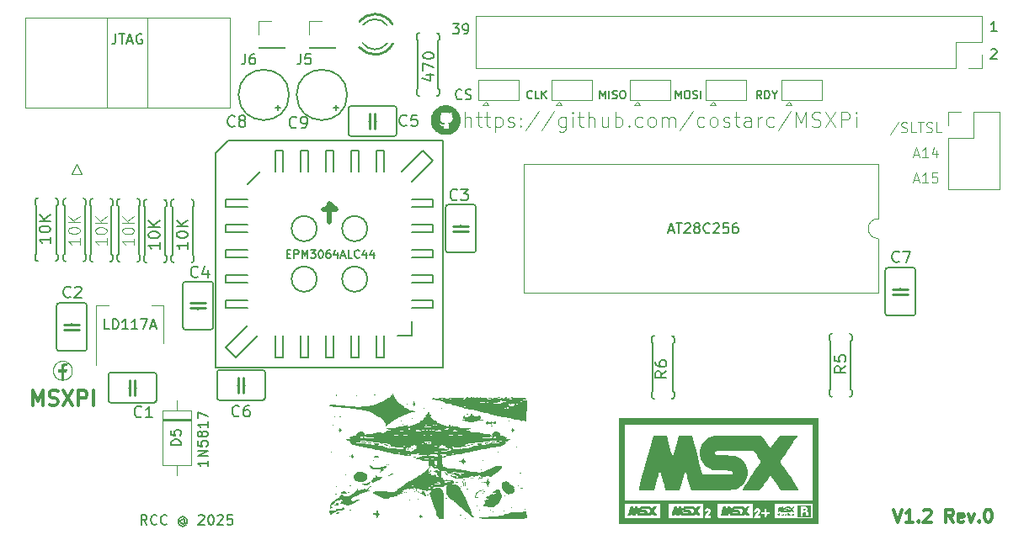
<source format=gbr>
%TF.GenerationSoftware,KiCad,Pcbnew,9.0.2*%
%TF.CreationDate,2025-09-06T01:51:39+01:00*%
%TF.ProjectId,msxpi,6d737870-692e-46b6-9963-61645f706362,1.1 Rev 1*%
%TF.SameCoordinates,Original*%
%TF.FileFunction,Legend,Top*%
%TF.FilePolarity,Positive*%
%FSLAX46Y46*%
G04 Gerber Fmt 4.6, Leading zero omitted, Abs format (unit mm)*
G04 Created by KiCad (PCBNEW 9.0.2) date 2025-09-06 01:51:39*
%MOMM*%
%LPD*%
G01*
G04 APERTURE LIST*
%ADD10C,0.150000*%
%ADD11C,0.125000*%
%ADD12C,0.300000*%
%ADD13C,0.127000*%
%ADD14C,0.114300*%
%ADD15C,0.177800*%
%ADD16C,0.200000*%
%ADD17C,0.152400*%
%ADD18C,0.120000*%
%ADD19C,0.000000*%
%ADD20C,0.254000*%
%ADD21C,0.508000*%
G04 APERTURE END LIST*
D10*
X142700476Y-74384819D02*
X143319523Y-74384819D01*
X143319523Y-74384819D02*
X142986190Y-74765771D01*
X142986190Y-74765771D02*
X143129047Y-74765771D01*
X143129047Y-74765771D02*
X143224285Y-74813390D01*
X143224285Y-74813390D02*
X143271904Y-74861009D01*
X143271904Y-74861009D02*
X143319523Y-74956247D01*
X143319523Y-74956247D02*
X143319523Y-75194342D01*
X143319523Y-75194342D02*
X143271904Y-75289580D01*
X143271904Y-75289580D02*
X143224285Y-75337200D01*
X143224285Y-75337200D02*
X143129047Y-75384819D01*
X143129047Y-75384819D02*
X142843333Y-75384819D01*
X142843333Y-75384819D02*
X142748095Y-75337200D01*
X142748095Y-75337200D02*
X142700476Y-75289580D01*
X143795714Y-75384819D02*
X143986190Y-75384819D01*
X143986190Y-75384819D02*
X144081428Y-75337200D01*
X144081428Y-75337200D02*
X144129047Y-75289580D01*
X144129047Y-75289580D02*
X144224285Y-75146723D01*
X144224285Y-75146723D02*
X144271904Y-74956247D01*
X144271904Y-74956247D02*
X144271904Y-74575295D01*
X144271904Y-74575295D02*
X144224285Y-74480057D01*
X144224285Y-74480057D02*
X144176666Y-74432438D01*
X144176666Y-74432438D02*
X144081428Y-74384819D01*
X144081428Y-74384819D02*
X143890952Y-74384819D01*
X143890952Y-74384819D02*
X143795714Y-74432438D01*
X143795714Y-74432438D02*
X143748095Y-74480057D01*
X143748095Y-74480057D02*
X143700476Y-74575295D01*
X143700476Y-74575295D02*
X143700476Y-74813390D01*
X143700476Y-74813390D02*
X143748095Y-74908628D01*
X143748095Y-74908628D02*
X143795714Y-74956247D01*
X143795714Y-74956247D02*
X143890952Y-75003866D01*
X143890952Y-75003866D02*
X144081428Y-75003866D01*
X144081428Y-75003866D02*
X144176666Y-74956247D01*
X144176666Y-74956247D02*
X144224285Y-74908628D01*
X144224285Y-74908628D02*
X144271904Y-74813390D01*
X150653810Y-81820104D02*
X150615714Y-81858200D01*
X150615714Y-81858200D02*
X150501429Y-81896295D01*
X150501429Y-81896295D02*
X150425238Y-81896295D01*
X150425238Y-81896295D02*
X150310952Y-81858200D01*
X150310952Y-81858200D02*
X150234762Y-81782009D01*
X150234762Y-81782009D02*
X150196667Y-81705819D01*
X150196667Y-81705819D02*
X150158571Y-81553438D01*
X150158571Y-81553438D02*
X150158571Y-81439152D01*
X150158571Y-81439152D02*
X150196667Y-81286771D01*
X150196667Y-81286771D02*
X150234762Y-81210580D01*
X150234762Y-81210580D02*
X150310952Y-81134390D01*
X150310952Y-81134390D02*
X150425238Y-81096295D01*
X150425238Y-81096295D02*
X150501429Y-81096295D01*
X150501429Y-81096295D02*
X150615714Y-81134390D01*
X150615714Y-81134390D02*
X150653810Y-81172485D01*
X151377619Y-81896295D02*
X150996667Y-81896295D01*
X150996667Y-81896295D02*
X150996667Y-81096295D01*
X151644286Y-81896295D02*
X151644286Y-81096295D01*
X152101429Y-81896295D02*
X151758571Y-81439152D01*
X152101429Y-81096295D02*
X151644286Y-81553438D01*
X173748762Y-81896295D02*
X173482095Y-81515342D01*
X173291619Y-81896295D02*
X173291619Y-81096295D01*
X173291619Y-81096295D02*
X173596381Y-81096295D01*
X173596381Y-81096295D02*
X173672571Y-81134390D01*
X173672571Y-81134390D02*
X173710666Y-81172485D01*
X173710666Y-81172485D02*
X173748762Y-81248676D01*
X173748762Y-81248676D02*
X173748762Y-81362961D01*
X173748762Y-81362961D02*
X173710666Y-81439152D01*
X173710666Y-81439152D02*
X173672571Y-81477247D01*
X173672571Y-81477247D02*
X173596381Y-81515342D01*
X173596381Y-81515342D02*
X173291619Y-81515342D01*
X174091619Y-81896295D02*
X174091619Y-81096295D01*
X174091619Y-81096295D02*
X174282095Y-81096295D01*
X174282095Y-81096295D02*
X174396381Y-81134390D01*
X174396381Y-81134390D02*
X174472571Y-81210580D01*
X174472571Y-81210580D02*
X174510666Y-81286771D01*
X174510666Y-81286771D02*
X174548762Y-81439152D01*
X174548762Y-81439152D02*
X174548762Y-81553438D01*
X174548762Y-81553438D02*
X174510666Y-81705819D01*
X174510666Y-81705819D02*
X174472571Y-81782009D01*
X174472571Y-81782009D02*
X174396381Y-81858200D01*
X174396381Y-81858200D02*
X174282095Y-81896295D01*
X174282095Y-81896295D02*
X174091619Y-81896295D01*
X175044000Y-81515342D02*
X175044000Y-81896295D01*
X174777333Y-81096295D02*
X175044000Y-81515342D01*
X175044000Y-81515342D02*
X175310666Y-81096295D01*
D11*
X143897426Y-84761428D02*
X143897426Y-83261428D01*
X144540284Y-84761428D02*
X144540284Y-83975714D01*
X144540284Y-83975714D02*
X144468855Y-83832857D01*
X144468855Y-83832857D02*
X144325998Y-83761428D01*
X144325998Y-83761428D02*
X144111712Y-83761428D01*
X144111712Y-83761428D02*
X143968855Y-83832857D01*
X143968855Y-83832857D02*
X143897426Y-83904285D01*
X145040284Y-83761428D02*
X145611712Y-83761428D01*
X145254569Y-83261428D02*
X145254569Y-84547142D01*
X145254569Y-84547142D02*
X145325998Y-84690000D01*
X145325998Y-84690000D02*
X145468855Y-84761428D01*
X145468855Y-84761428D02*
X145611712Y-84761428D01*
X145897427Y-83761428D02*
X146468855Y-83761428D01*
X146111712Y-83261428D02*
X146111712Y-84547142D01*
X146111712Y-84547142D02*
X146183141Y-84690000D01*
X146183141Y-84690000D02*
X146325998Y-84761428D01*
X146325998Y-84761428D02*
X146468855Y-84761428D01*
X146968855Y-83761428D02*
X146968855Y-85261428D01*
X146968855Y-83832857D02*
X147111713Y-83761428D01*
X147111713Y-83761428D02*
X147397427Y-83761428D01*
X147397427Y-83761428D02*
X147540284Y-83832857D01*
X147540284Y-83832857D02*
X147611713Y-83904285D01*
X147611713Y-83904285D02*
X147683141Y-84047142D01*
X147683141Y-84047142D02*
X147683141Y-84475714D01*
X147683141Y-84475714D02*
X147611713Y-84618571D01*
X147611713Y-84618571D02*
X147540284Y-84690000D01*
X147540284Y-84690000D02*
X147397427Y-84761428D01*
X147397427Y-84761428D02*
X147111713Y-84761428D01*
X147111713Y-84761428D02*
X146968855Y-84690000D01*
X148254570Y-84690000D02*
X148397427Y-84761428D01*
X148397427Y-84761428D02*
X148683141Y-84761428D01*
X148683141Y-84761428D02*
X148825998Y-84690000D01*
X148825998Y-84690000D02*
X148897427Y-84547142D01*
X148897427Y-84547142D02*
X148897427Y-84475714D01*
X148897427Y-84475714D02*
X148825998Y-84332857D01*
X148825998Y-84332857D02*
X148683141Y-84261428D01*
X148683141Y-84261428D02*
X148468856Y-84261428D01*
X148468856Y-84261428D02*
X148325998Y-84190000D01*
X148325998Y-84190000D02*
X148254570Y-84047142D01*
X148254570Y-84047142D02*
X148254570Y-83975714D01*
X148254570Y-83975714D02*
X148325998Y-83832857D01*
X148325998Y-83832857D02*
X148468856Y-83761428D01*
X148468856Y-83761428D02*
X148683141Y-83761428D01*
X148683141Y-83761428D02*
X148825998Y-83832857D01*
X149540284Y-84618571D02*
X149611713Y-84690000D01*
X149611713Y-84690000D02*
X149540284Y-84761428D01*
X149540284Y-84761428D02*
X149468856Y-84690000D01*
X149468856Y-84690000D02*
X149540284Y-84618571D01*
X149540284Y-84618571D02*
X149540284Y-84761428D01*
X149540284Y-83832857D02*
X149611713Y-83904285D01*
X149611713Y-83904285D02*
X149540284Y-83975714D01*
X149540284Y-83975714D02*
X149468856Y-83904285D01*
X149468856Y-83904285D02*
X149540284Y-83832857D01*
X149540284Y-83832857D02*
X149540284Y-83975714D01*
X151325999Y-83190000D02*
X150040285Y-85118571D01*
X152897428Y-83190000D02*
X151611714Y-85118571D01*
X154040286Y-83761428D02*
X154040286Y-84975714D01*
X154040286Y-84975714D02*
X153968857Y-85118571D01*
X153968857Y-85118571D02*
X153897428Y-85190000D01*
X153897428Y-85190000D02*
X153754571Y-85261428D01*
X153754571Y-85261428D02*
X153540286Y-85261428D01*
X153540286Y-85261428D02*
X153397428Y-85190000D01*
X154040286Y-84690000D02*
X153897428Y-84761428D01*
X153897428Y-84761428D02*
X153611714Y-84761428D01*
X153611714Y-84761428D02*
X153468857Y-84690000D01*
X153468857Y-84690000D02*
X153397428Y-84618571D01*
X153397428Y-84618571D02*
X153326000Y-84475714D01*
X153326000Y-84475714D02*
X153326000Y-84047142D01*
X153326000Y-84047142D02*
X153397428Y-83904285D01*
X153397428Y-83904285D02*
X153468857Y-83832857D01*
X153468857Y-83832857D02*
X153611714Y-83761428D01*
X153611714Y-83761428D02*
X153897428Y-83761428D01*
X153897428Y-83761428D02*
X154040286Y-83832857D01*
X154754571Y-84761428D02*
X154754571Y-83761428D01*
X154754571Y-83261428D02*
X154683143Y-83332857D01*
X154683143Y-83332857D02*
X154754571Y-83404285D01*
X154754571Y-83404285D02*
X154826000Y-83332857D01*
X154826000Y-83332857D02*
X154754571Y-83261428D01*
X154754571Y-83261428D02*
X154754571Y-83404285D01*
X155254572Y-83761428D02*
X155826000Y-83761428D01*
X155468857Y-83261428D02*
X155468857Y-84547142D01*
X155468857Y-84547142D02*
X155540286Y-84690000D01*
X155540286Y-84690000D02*
X155683143Y-84761428D01*
X155683143Y-84761428D02*
X155826000Y-84761428D01*
X156326000Y-84761428D02*
X156326000Y-83261428D01*
X156968858Y-84761428D02*
X156968858Y-83975714D01*
X156968858Y-83975714D02*
X156897429Y-83832857D01*
X156897429Y-83832857D02*
X156754572Y-83761428D01*
X156754572Y-83761428D02*
X156540286Y-83761428D01*
X156540286Y-83761428D02*
X156397429Y-83832857D01*
X156397429Y-83832857D02*
X156326000Y-83904285D01*
X158326001Y-83761428D02*
X158326001Y-84761428D01*
X157683143Y-83761428D02*
X157683143Y-84547142D01*
X157683143Y-84547142D02*
X157754572Y-84690000D01*
X157754572Y-84690000D02*
X157897429Y-84761428D01*
X157897429Y-84761428D02*
X158111715Y-84761428D01*
X158111715Y-84761428D02*
X158254572Y-84690000D01*
X158254572Y-84690000D02*
X158326001Y-84618571D01*
X159040286Y-84761428D02*
X159040286Y-83261428D01*
X159040286Y-83832857D02*
X159183144Y-83761428D01*
X159183144Y-83761428D02*
X159468858Y-83761428D01*
X159468858Y-83761428D02*
X159611715Y-83832857D01*
X159611715Y-83832857D02*
X159683144Y-83904285D01*
X159683144Y-83904285D02*
X159754572Y-84047142D01*
X159754572Y-84047142D02*
X159754572Y-84475714D01*
X159754572Y-84475714D02*
X159683144Y-84618571D01*
X159683144Y-84618571D02*
X159611715Y-84690000D01*
X159611715Y-84690000D02*
X159468858Y-84761428D01*
X159468858Y-84761428D02*
X159183144Y-84761428D01*
X159183144Y-84761428D02*
X159040286Y-84690000D01*
X160397429Y-84618571D02*
X160468858Y-84690000D01*
X160468858Y-84690000D02*
X160397429Y-84761428D01*
X160397429Y-84761428D02*
X160326001Y-84690000D01*
X160326001Y-84690000D02*
X160397429Y-84618571D01*
X160397429Y-84618571D02*
X160397429Y-84761428D01*
X161754573Y-84690000D02*
X161611715Y-84761428D01*
X161611715Y-84761428D02*
X161326001Y-84761428D01*
X161326001Y-84761428D02*
X161183144Y-84690000D01*
X161183144Y-84690000D02*
X161111715Y-84618571D01*
X161111715Y-84618571D02*
X161040287Y-84475714D01*
X161040287Y-84475714D02*
X161040287Y-84047142D01*
X161040287Y-84047142D02*
X161111715Y-83904285D01*
X161111715Y-83904285D02*
X161183144Y-83832857D01*
X161183144Y-83832857D02*
X161326001Y-83761428D01*
X161326001Y-83761428D02*
X161611715Y-83761428D01*
X161611715Y-83761428D02*
X161754573Y-83832857D01*
X162611715Y-84761428D02*
X162468858Y-84690000D01*
X162468858Y-84690000D02*
X162397429Y-84618571D01*
X162397429Y-84618571D02*
X162326001Y-84475714D01*
X162326001Y-84475714D02*
X162326001Y-84047142D01*
X162326001Y-84047142D02*
X162397429Y-83904285D01*
X162397429Y-83904285D02*
X162468858Y-83832857D01*
X162468858Y-83832857D02*
X162611715Y-83761428D01*
X162611715Y-83761428D02*
X162826001Y-83761428D01*
X162826001Y-83761428D02*
X162968858Y-83832857D01*
X162968858Y-83832857D02*
X163040287Y-83904285D01*
X163040287Y-83904285D02*
X163111715Y-84047142D01*
X163111715Y-84047142D02*
X163111715Y-84475714D01*
X163111715Y-84475714D02*
X163040287Y-84618571D01*
X163040287Y-84618571D02*
X162968858Y-84690000D01*
X162968858Y-84690000D02*
X162826001Y-84761428D01*
X162826001Y-84761428D02*
X162611715Y-84761428D01*
X163754572Y-84761428D02*
X163754572Y-83761428D01*
X163754572Y-83904285D02*
X163826001Y-83832857D01*
X163826001Y-83832857D02*
X163968858Y-83761428D01*
X163968858Y-83761428D02*
X164183144Y-83761428D01*
X164183144Y-83761428D02*
X164326001Y-83832857D01*
X164326001Y-83832857D02*
X164397430Y-83975714D01*
X164397430Y-83975714D02*
X164397430Y-84761428D01*
X164397430Y-83975714D02*
X164468858Y-83832857D01*
X164468858Y-83832857D02*
X164611715Y-83761428D01*
X164611715Y-83761428D02*
X164826001Y-83761428D01*
X164826001Y-83761428D02*
X164968858Y-83832857D01*
X164968858Y-83832857D02*
X165040287Y-83975714D01*
X165040287Y-83975714D02*
X165040287Y-84761428D01*
X166826001Y-83190000D02*
X165540287Y-85118571D01*
X167968859Y-84690000D02*
X167826001Y-84761428D01*
X167826001Y-84761428D02*
X167540287Y-84761428D01*
X167540287Y-84761428D02*
X167397430Y-84690000D01*
X167397430Y-84690000D02*
X167326001Y-84618571D01*
X167326001Y-84618571D02*
X167254573Y-84475714D01*
X167254573Y-84475714D02*
X167254573Y-84047142D01*
X167254573Y-84047142D02*
X167326001Y-83904285D01*
X167326001Y-83904285D02*
X167397430Y-83832857D01*
X167397430Y-83832857D02*
X167540287Y-83761428D01*
X167540287Y-83761428D02*
X167826001Y-83761428D01*
X167826001Y-83761428D02*
X167968859Y-83832857D01*
X168826001Y-84761428D02*
X168683144Y-84690000D01*
X168683144Y-84690000D02*
X168611715Y-84618571D01*
X168611715Y-84618571D02*
X168540287Y-84475714D01*
X168540287Y-84475714D02*
X168540287Y-84047142D01*
X168540287Y-84047142D02*
X168611715Y-83904285D01*
X168611715Y-83904285D02*
X168683144Y-83832857D01*
X168683144Y-83832857D02*
X168826001Y-83761428D01*
X168826001Y-83761428D02*
X169040287Y-83761428D01*
X169040287Y-83761428D02*
X169183144Y-83832857D01*
X169183144Y-83832857D02*
X169254573Y-83904285D01*
X169254573Y-83904285D02*
X169326001Y-84047142D01*
X169326001Y-84047142D02*
X169326001Y-84475714D01*
X169326001Y-84475714D02*
X169254573Y-84618571D01*
X169254573Y-84618571D02*
X169183144Y-84690000D01*
X169183144Y-84690000D02*
X169040287Y-84761428D01*
X169040287Y-84761428D02*
X168826001Y-84761428D01*
X169897430Y-84690000D02*
X170040287Y-84761428D01*
X170040287Y-84761428D02*
X170326001Y-84761428D01*
X170326001Y-84761428D02*
X170468858Y-84690000D01*
X170468858Y-84690000D02*
X170540287Y-84547142D01*
X170540287Y-84547142D02*
X170540287Y-84475714D01*
X170540287Y-84475714D02*
X170468858Y-84332857D01*
X170468858Y-84332857D02*
X170326001Y-84261428D01*
X170326001Y-84261428D02*
X170111716Y-84261428D01*
X170111716Y-84261428D02*
X169968858Y-84190000D01*
X169968858Y-84190000D02*
X169897430Y-84047142D01*
X169897430Y-84047142D02*
X169897430Y-83975714D01*
X169897430Y-83975714D02*
X169968858Y-83832857D01*
X169968858Y-83832857D02*
X170111716Y-83761428D01*
X170111716Y-83761428D02*
X170326001Y-83761428D01*
X170326001Y-83761428D02*
X170468858Y-83832857D01*
X170968859Y-83761428D02*
X171540287Y-83761428D01*
X171183144Y-83261428D02*
X171183144Y-84547142D01*
X171183144Y-84547142D02*
X171254573Y-84690000D01*
X171254573Y-84690000D02*
X171397430Y-84761428D01*
X171397430Y-84761428D02*
X171540287Y-84761428D01*
X172683145Y-84761428D02*
X172683145Y-83975714D01*
X172683145Y-83975714D02*
X172611716Y-83832857D01*
X172611716Y-83832857D02*
X172468859Y-83761428D01*
X172468859Y-83761428D02*
X172183145Y-83761428D01*
X172183145Y-83761428D02*
X172040287Y-83832857D01*
X172683145Y-84690000D02*
X172540287Y-84761428D01*
X172540287Y-84761428D02*
X172183145Y-84761428D01*
X172183145Y-84761428D02*
X172040287Y-84690000D01*
X172040287Y-84690000D02*
X171968859Y-84547142D01*
X171968859Y-84547142D02*
X171968859Y-84404285D01*
X171968859Y-84404285D02*
X172040287Y-84261428D01*
X172040287Y-84261428D02*
X172183145Y-84190000D01*
X172183145Y-84190000D02*
X172540287Y-84190000D01*
X172540287Y-84190000D02*
X172683145Y-84118571D01*
X173397430Y-84761428D02*
X173397430Y-83761428D01*
X173397430Y-84047142D02*
X173468859Y-83904285D01*
X173468859Y-83904285D02*
X173540288Y-83832857D01*
X173540288Y-83832857D02*
X173683145Y-83761428D01*
X173683145Y-83761428D02*
X173826002Y-83761428D01*
X174968859Y-84690000D02*
X174826001Y-84761428D01*
X174826001Y-84761428D02*
X174540287Y-84761428D01*
X174540287Y-84761428D02*
X174397430Y-84690000D01*
X174397430Y-84690000D02*
X174326001Y-84618571D01*
X174326001Y-84618571D02*
X174254573Y-84475714D01*
X174254573Y-84475714D02*
X174254573Y-84047142D01*
X174254573Y-84047142D02*
X174326001Y-83904285D01*
X174326001Y-83904285D02*
X174397430Y-83832857D01*
X174397430Y-83832857D02*
X174540287Y-83761428D01*
X174540287Y-83761428D02*
X174826001Y-83761428D01*
X174826001Y-83761428D02*
X174968859Y-83832857D01*
X176683144Y-83190000D02*
X175397430Y-85118571D01*
X177183144Y-84761428D02*
X177183144Y-83261428D01*
X177183144Y-83261428D02*
X177683144Y-84332857D01*
X177683144Y-84332857D02*
X178183144Y-83261428D01*
X178183144Y-83261428D02*
X178183144Y-84761428D01*
X178826002Y-84690000D02*
X179040288Y-84761428D01*
X179040288Y-84761428D02*
X179397430Y-84761428D01*
X179397430Y-84761428D02*
X179540288Y-84690000D01*
X179540288Y-84690000D02*
X179611716Y-84618571D01*
X179611716Y-84618571D02*
X179683145Y-84475714D01*
X179683145Y-84475714D02*
X179683145Y-84332857D01*
X179683145Y-84332857D02*
X179611716Y-84190000D01*
X179611716Y-84190000D02*
X179540288Y-84118571D01*
X179540288Y-84118571D02*
X179397430Y-84047142D01*
X179397430Y-84047142D02*
X179111716Y-83975714D01*
X179111716Y-83975714D02*
X178968859Y-83904285D01*
X178968859Y-83904285D02*
X178897430Y-83832857D01*
X178897430Y-83832857D02*
X178826002Y-83690000D01*
X178826002Y-83690000D02*
X178826002Y-83547142D01*
X178826002Y-83547142D02*
X178897430Y-83404285D01*
X178897430Y-83404285D02*
X178968859Y-83332857D01*
X178968859Y-83332857D02*
X179111716Y-83261428D01*
X179111716Y-83261428D02*
X179468859Y-83261428D01*
X179468859Y-83261428D02*
X179683145Y-83332857D01*
X180183144Y-83261428D02*
X181183144Y-84761428D01*
X181183144Y-83261428D02*
X180183144Y-84761428D01*
X181754572Y-84761428D02*
X181754572Y-83261428D01*
X181754572Y-83261428D02*
X182326001Y-83261428D01*
X182326001Y-83261428D02*
X182468858Y-83332857D01*
X182468858Y-83332857D02*
X182540287Y-83404285D01*
X182540287Y-83404285D02*
X182611715Y-83547142D01*
X182611715Y-83547142D02*
X182611715Y-83761428D01*
X182611715Y-83761428D02*
X182540287Y-83904285D01*
X182540287Y-83904285D02*
X182468858Y-83975714D01*
X182468858Y-83975714D02*
X182326001Y-84047142D01*
X182326001Y-84047142D02*
X181754572Y-84047142D01*
X183254572Y-84761428D02*
X183254572Y-83761428D01*
X183254572Y-83261428D02*
X183183144Y-83332857D01*
X183183144Y-83332857D02*
X183254572Y-83404285D01*
X183254572Y-83404285D02*
X183326001Y-83332857D01*
X183326001Y-83332857D02*
X183254572Y-83261428D01*
X183254572Y-83261428D02*
X183254572Y-83404285D01*
D10*
X143597333Y-81893580D02*
X143549714Y-81941200D01*
X143549714Y-81941200D02*
X143406857Y-81988819D01*
X143406857Y-81988819D02*
X143311619Y-81988819D01*
X143311619Y-81988819D02*
X143168762Y-81941200D01*
X143168762Y-81941200D02*
X143073524Y-81845961D01*
X143073524Y-81845961D02*
X143025905Y-81750723D01*
X143025905Y-81750723D02*
X142978286Y-81560247D01*
X142978286Y-81560247D02*
X142978286Y-81417390D01*
X142978286Y-81417390D02*
X143025905Y-81226914D01*
X143025905Y-81226914D02*
X143073524Y-81131676D01*
X143073524Y-81131676D02*
X143168762Y-81036438D01*
X143168762Y-81036438D02*
X143311619Y-80988819D01*
X143311619Y-80988819D02*
X143406857Y-80988819D01*
X143406857Y-80988819D02*
X143549714Y-81036438D01*
X143549714Y-81036438D02*
X143597333Y-81084057D01*
X143978286Y-81941200D02*
X144121143Y-81988819D01*
X144121143Y-81988819D02*
X144359238Y-81988819D01*
X144359238Y-81988819D02*
X144454476Y-81941200D01*
X144454476Y-81941200D02*
X144502095Y-81893580D01*
X144502095Y-81893580D02*
X144549714Y-81798342D01*
X144549714Y-81798342D02*
X144549714Y-81703104D01*
X144549714Y-81703104D02*
X144502095Y-81607866D01*
X144502095Y-81607866D02*
X144454476Y-81560247D01*
X144454476Y-81560247D02*
X144359238Y-81512628D01*
X144359238Y-81512628D02*
X144168762Y-81465009D01*
X144168762Y-81465009D02*
X144073524Y-81417390D01*
X144073524Y-81417390D02*
X144025905Y-81369771D01*
X144025905Y-81369771D02*
X143978286Y-81274533D01*
X143978286Y-81274533D02*
X143978286Y-81179295D01*
X143978286Y-81179295D02*
X144025905Y-81084057D01*
X144025905Y-81084057D02*
X144073524Y-81036438D01*
X144073524Y-81036438D02*
X144168762Y-80988819D01*
X144168762Y-80988819D02*
X144406857Y-80988819D01*
X144406857Y-80988819D02*
X144549714Y-81036438D01*
D11*
X187515713Y-84244500D02*
X186658571Y-85530214D01*
X187801428Y-85244500D02*
X187944285Y-85292119D01*
X187944285Y-85292119D02*
X188182380Y-85292119D01*
X188182380Y-85292119D02*
X188277618Y-85244500D01*
X188277618Y-85244500D02*
X188325237Y-85196880D01*
X188325237Y-85196880D02*
X188372856Y-85101642D01*
X188372856Y-85101642D02*
X188372856Y-85006404D01*
X188372856Y-85006404D02*
X188325237Y-84911166D01*
X188325237Y-84911166D02*
X188277618Y-84863547D01*
X188277618Y-84863547D02*
X188182380Y-84815928D01*
X188182380Y-84815928D02*
X187991904Y-84768309D01*
X187991904Y-84768309D02*
X187896666Y-84720690D01*
X187896666Y-84720690D02*
X187849047Y-84673071D01*
X187849047Y-84673071D02*
X187801428Y-84577833D01*
X187801428Y-84577833D02*
X187801428Y-84482595D01*
X187801428Y-84482595D02*
X187849047Y-84387357D01*
X187849047Y-84387357D02*
X187896666Y-84339738D01*
X187896666Y-84339738D02*
X187991904Y-84292119D01*
X187991904Y-84292119D02*
X188229999Y-84292119D01*
X188229999Y-84292119D02*
X188372856Y-84339738D01*
X189277618Y-85292119D02*
X188801428Y-85292119D01*
X188801428Y-85292119D02*
X188801428Y-84292119D01*
X189468095Y-84292119D02*
X190039523Y-84292119D01*
X189753809Y-85292119D02*
X189753809Y-84292119D01*
X190325238Y-85244500D02*
X190468095Y-85292119D01*
X190468095Y-85292119D02*
X190706190Y-85292119D01*
X190706190Y-85292119D02*
X190801428Y-85244500D01*
X190801428Y-85244500D02*
X190849047Y-85196880D01*
X190849047Y-85196880D02*
X190896666Y-85101642D01*
X190896666Y-85101642D02*
X190896666Y-85006404D01*
X190896666Y-85006404D02*
X190849047Y-84911166D01*
X190849047Y-84911166D02*
X190801428Y-84863547D01*
X190801428Y-84863547D02*
X190706190Y-84815928D01*
X190706190Y-84815928D02*
X190515714Y-84768309D01*
X190515714Y-84768309D02*
X190420476Y-84720690D01*
X190420476Y-84720690D02*
X190372857Y-84673071D01*
X190372857Y-84673071D02*
X190325238Y-84577833D01*
X190325238Y-84577833D02*
X190325238Y-84482595D01*
X190325238Y-84482595D02*
X190372857Y-84387357D01*
X190372857Y-84387357D02*
X190420476Y-84339738D01*
X190420476Y-84339738D02*
X190515714Y-84292119D01*
X190515714Y-84292119D02*
X190753809Y-84292119D01*
X190753809Y-84292119D02*
X190896666Y-84339738D01*
X191801428Y-85292119D02*
X191325238Y-85292119D01*
X191325238Y-85292119D02*
X191325238Y-84292119D01*
D12*
X100489285Y-112778328D02*
X100489285Y-111278328D01*
X100489285Y-111278328D02*
X100989285Y-112349757D01*
X100989285Y-112349757D02*
X101489285Y-111278328D01*
X101489285Y-111278328D02*
X101489285Y-112778328D01*
X102132143Y-112706900D02*
X102346429Y-112778328D01*
X102346429Y-112778328D02*
X102703571Y-112778328D01*
X102703571Y-112778328D02*
X102846429Y-112706900D01*
X102846429Y-112706900D02*
X102917857Y-112635471D01*
X102917857Y-112635471D02*
X102989286Y-112492614D01*
X102989286Y-112492614D02*
X102989286Y-112349757D01*
X102989286Y-112349757D02*
X102917857Y-112206900D01*
X102917857Y-112206900D02*
X102846429Y-112135471D01*
X102846429Y-112135471D02*
X102703571Y-112064042D01*
X102703571Y-112064042D02*
X102417857Y-111992614D01*
X102417857Y-111992614D02*
X102275000Y-111921185D01*
X102275000Y-111921185D02*
X102203571Y-111849757D01*
X102203571Y-111849757D02*
X102132143Y-111706900D01*
X102132143Y-111706900D02*
X102132143Y-111564042D01*
X102132143Y-111564042D02*
X102203571Y-111421185D01*
X102203571Y-111421185D02*
X102275000Y-111349757D01*
X102275000Y-111349757D02*
X102417857Y-111278328D01*
X102417857Y-111278328D02*
X102775000Y-111278328D01*
X102775000Y-111278328D02*
X102989286Y-111349757D01*
X103489285Y-111278328D02*
X104489285Y-112778328D01*
X104489285Y-111278328D02*
X103489285Y-112778328D01*
X105060713Y-112778328D02*
X105060713Y-111278328D01*
X105060713Y-111278328D02*
X105632142Y-111278328D01*
X105632142Y-111278328D02*
X105774999Y-111349757D01*
X105774999Y-111349757D02*
X105846428Y-111421185D01*
X105846428Y-111421185D02*
X105917856Y-111564042D01*
X105917856Y-111564042D02*
X105917856Y-111778328D01*
X105917856Y-111778328D02*
X105846428Y-111921185D01*
X105846428Y-111921185D02*
X105774999Y-111992614D01*
X105774999Y-111992614D02*
X105632142Y-112064042D01*
X105632142Y-112064042D02*
X105060713Y-112064042D01*
X106560713Y-112778328D02*
X106560713Y-111278328D01*
X187034714Y-123253926D02*
X187458047Y-124523926D01*
X187458047Y-124523926D02*
X187881381Y-123253926D01*
X188969952Y-124523926D02*
X188244237Y-124523926D01*
X188607094Y-124523926D02*
X188607094Y-123253926D01*
X188607094Y-123253926D02*
X188486142Y-123435354D01*
X188486142Y-123435354D02*
X188365190Y-123556307D01*
X188365190Y-123556307D02*
X188244237Y-123616783D01*
X189514237Y-124402973D02*
X189574714Y-124463450D01*
X189574714Y-124463450D02*
X189514237Y-124523926D01*
X189514237Y-124523926D02*
X189453761Y-124463450D01*
X189453761Y-124463450D02*
X189514237Y-124402973D01*
X189514237Y-124402973D02*
X189514237Y-124523926D01*
X190058523Y-123374878D02*
X190118999Y-123314402D01*
X190118999Y-123314402D02*
X190239952Y-123253926D01*
X190239952Y-123253926D02*
X190542333Y-123253926D01*
X190542333Y-123253926D02*
X190663285Y-123314402D01*
X190663285Y-123314402D02*
X190723761Y-123374878D01*
X190723761Y-123374878D02*
X190784238Y-123495830D01*
X190784238Y-123495830D02*
X190784238Y-123616783D01*
X190784238Y-123616783D02*
X190723761Y-123798211D01*
X190723761Y-123798211D02*
X189998047Y-124523926D01*
X189998047Y-124523926D02*
X190784238Y-124523926D01*
X193021857Y-124523926D02*
X192598523Y-123919164D01*
X192296142Y-124523926D02*
X192296142Y-123253926D01*
X192296142Y-123253926D02*
X192779952Y-123253926D01*
X192779952Y-123253926D02*
X192900904Y-123314402D01*
X192900904Y-123314402D02*
X192961381Y-123374878D01*
X192961381Y-123374878D02*
X193021857Y-123495830D01*
X193021857Y-123495830D02*
X193021857Y-123677259D01*
X193021857Y-123677259D02*
X192961381Y-123798211D01*
X192961381Y-123798211D02*
X192900904Y-123858688D01*
X192900904Y-123858688D02*
X192779952Y-123919164D01*
X192779952Y-123919164D02*
X192296142Y-123919164D01*
X194049952Y-124463450D02*
X193929000Y-124523926D01*
X193929000Y-124523926D02*
X193687095Y-124523926D01*
X193687095Y-124523926D02*
X193566142Y-124463450D01*
X193566142Y-124463450D02*
X193505666Y-124342497D01*
X193505666Y-124342497D02*
X193505666Y-123858688D01*
X193505666Y-123858688D02*
X193566142Y-123737735D01*
X193566142Y-123737735D02*
X193687095Y-123677259D01*
X193687095Y-123677259D02*
X193929000Y-123677259D01*
X193929000Y-123677259D02*
X194049952Y-123737735D01*
X194049952Y-123737735D02*
X194110428Y-123858688D01*
X194110428Y-123858688D02*
X194110428Y-123979640D01*
X194110428Y-123979640D02*
X193505666Y-124100592D01*
X194533761Y-123677259D02*
X194836142Y-124523926D01*
X194836142Y-124523926D02*
X195138523Y-123677259D01*
X195622332Y-124402973D02*
X195682809Y-124463450D01*
X195682809Y-124463450D02*
X195622332Y-124523926D01*
X195622332Y-124523926D02*
X195561856Y-124463450D01*
X195561856Y-124463450D02*
X195622332Y-124402973D01*
X195622332Y-124402973D02*
X195622332Y-124523926D01*
X196468999Y-123253926D02*
X196589952Y-123253926D01*
X196589952Y-123253926D02*
X196710904Y-123314402D01*
X196710904Y-123314402D02*
X196771380Y-123374878D01*
X196771380Y-123374878D02*
X196831856Y-123495830D01*
X196831856Y-123495830D02*
X196892333Y-123737735D01*
X196892333Y-123737735D02*
X196892333Y-124040116D01*
X196892333Y-124040116D02*
X196831856Y-124282021D01*
X196831856Y-124282021D02*
X196771380Y-124402973D01*
X196771380Y-124402973D02*
X196710904Y-124463450D01*
X196710904Y-124463450D02*
X196589952Y-124523926D01*
X196589952Y-124523926D02*
X196468999Y-124523926D01*
X196468999Y-124523926D02*
X196348047Y-124463450D01*
X196348047Y-124463450D02*
X196287571Y-124402973D01*
X196287571Y-124402973D02*
X196227094Y-124282021D01*
X196227094Y-124282021D02*
X196166618Y-124040116D01*
X196166618Y-124040116D02*
X196166618Y-123737735D01*
X196166618Y-123737735D02*
X196227094Y-123495830D01*
X196227094Y-123495830D02*
X196287571Y-123374878D01*
X196287571Y-123374878D02*
X196348047Y-123314402D01*
X196348047Y-123314402D02*
X196468999Y-123253926D01*
D10*
X196818286Y-77020057D02*
X196865905Y-76972438D01*
X196865905Y-76972438D02*
X196961143Y-76924819D01*
X196961143Y-76924819D02*
X197199238Y-76924819D01*
X197199238Y-76924819D02*
X197294476Y-76972438D01*
X197294476Y-76972438D02*
X197342095Y-77020057D01*
X197342095Y-77020057D02*
X197389714Y-77115295D01*
X197389714Y-77115295D02*
X197389714Y-77210533D01*
X197389714Y-77210533D02*
X197342095Y-77353390D01*
X197342095Y-77353390D02*
X196770667Y-77924819D01*
X196770667Y-77924819D02*
X197389714Y-77924819D01*
D11*
X189055524Y-90086404D02*
X189531714Y-90086404D01*
X188960286Y-90372119D02*
X189293619Y-89372119D01*
X189293619Y-89372119D02*
X189626952Y-90372119D01*
X190484095Y-90372119D02*
X189912667Y-90372119D01*
X190198381Y-90372119D02*
X190198381Y-89372119D01*
X190198381Y-89372119D02*
X190103143Y-89514976D01*
X190103143Y-89514976D02*
X190007905Y-89610214D01*
X190007905Y-89610214D02*
X189912667Y-89657833D01*
X191388857Y-89372119D02*
X190912667Y-89372119D01*
X190912667Y-89372119D02*
X190865048Y-89848309D01*
X190865048Y-89848309D02*
X190912667Y-89800690D01*
X190912667Y-89800690D02*
X191007905Y-89753071D01*
X191007905Y-89753071D02*
X191246000Y-89753071D01*
X191246000Y-89753071D02*
X191341238Y-89800690D01*
X191341238Y-89800690D02*
X191388857Y-89848309D01*
X191388857Y-89848309D02*
X191436476Y-89943547D01*
X191436476Y-89943547D02*
X191436476Y-90181642D01*
X191436476Y-90181642D02*
X191388857Y-90276880D01*
X191388857Y-90276880D02*
X191341238Y-90324500D01*
X191341238Y-90324500D02*
X191246000Y-90372119D01*
X191246000Y-90372119D02*
X191007905Y-90372119D01*
X191007905Y-90372119D02*
X190912667Y-90324500D01*
X190912667Y-90324500D02*
X190865048Y-90276880D01*
X189055524Y-87546404D02*
X189531714Y-87546404D01*
X188960286Y-87832119D02*
X189293619Y-86832119D01*
X189293619Y-86832119D02*
X189626952Y-87832119D01*
X190484095Y-87832119D02*
X189912667Y-87832119D01*
X190198381Y-87832119D02*
X190198381Y-86832119D01*
X190198381Y-86832119D02*
X190103143Y-86974976D01*
X190103143Y-86974976D02*
X190007905Y-87070214D01*
X190007905Y-87070214D02*
X189912667Y-87117833D01*
X191341238Y-87165452D02*
X191341238Y-87832119D01*
X191103143Y-86784500D02*
X190865048Y-87498785D01*
X190865048Y-87498785D02*
X191484095Y-87498785D01*
D10*
X157492857Y-81896295D02*
X157492857Y-81096295D01*
X157492857Y-81096295D02*
X157759523Y-81667723D01*
X157759523Y-81667723D02*
X158026190Y-81096295D01*
X158026190Y-81096295D02*
X158026190Y-81896295D01*
X158407143Y-81896295D02*
X158407143Y-81096295D01*
X158749999Y-81858200D02*
X158864285Y-81896295D01*
X158864285Y-81896295D02*
X159054761Y-81896295D01*
X159054761Y-81896295D02*
X159130952Y-81858200D01*
X159130952Y-81858200D02*
X159169047Y-81820104D01*
X159169047Y-81820104D02*
X159207142Y-81743914D01*
X159207142Y-81743914D02*
X159207142Y-81667723D01*
X159207142Y-81667723D02*
X159169047Y-81591533D01*
X159169047Y-81591533D02*
X159130952Y-81553438D01*
X159130952Y-81553438D02*
X159054761Y-81515342D01*
X159054761Y-81515342D02*
X158902380Y-81477247D01*
X158902380Y-81477247D02*
X158826190Y-81439152D01*
X158826190Y-81439152D02*
X158788095Y-81401057D01*
X158788095Y-81401057D02*
X158749999Y-81324866D01*
X158749999Y-81324866D02*
X158749999Y-81248676D01*
X158749999Y-81248676D02*
X158788095Y-81172485D01*
X158788095Y-81172485D02*
X158826190Y-81134390D01*
X158826190Y-81134390D02*
X158902380Y-81096295D01*
X158902380Y-81096295D02*
X159092857Y-81096295D01*
X159092857Y-81096295D02*
X159207142Y-81134390D01*
X159702381Y-81096295D02*
X159854762Y-81096295D01*
X159854762Y-81096295D02*
X159930952Y-81134390D01*
X159930952Y-81134390D02*
X160007143Y-81210580D01*
X160007143Y-81210580D02*
X160045238Y-81362961D01*
X160045238Y-81362961D02*
X160045238Y-81629628D01*
X160045238Y-81629628D02*
X160007143Y-81782009D01*
X160007143Y-81782009D02*
X159930952Y-81858200D01*
X159930952Y-81858200D02*
X159854762Y-81896295D01*
X159854762Y-81896295D02*
X159702381Y-81896295D01*
X159702381Y-81896295D02*
X159626190Y-81858200D01*
X159626190Y-81858200D02*
X159550000Y-81782009D01*
X159550000Y-81782009D02*
X159511904Y-81629628D01*
X159511904Y-81629628D02*
X159511904Y-81362961D01*
X159511904Y-81362961D02*
X159550000Y-81210580D01*
X159550000Y-81210580D02*
X159626190Y-81134390D01*
X159626190Y-81134390D02*
X159702381Y-81096295D01*
X165112857Y-81896295D02*
X165112857Y-81096295D01*
X165112857Y-81096295D02*
X165379523Y-81667723D01*
X165379523Y-81667723D02*
X165646190Y-81096295D01*
X165646190Y-81096295D02*
X165646190Y-81896295D01*
X166179524Y-81096295D02*
X166331905Y-81096295D01*
X166331905Y-81096295D02*
X166408095Y-81134390D01*
X166408095Y-81134390D02*
X166484286Y-81210580D01*
X166484286Y-81210580D02*
X166522381Y-81362961D01*
X166522381Y-81362961D02*
X166522381Y-81629628D01*
X166522381Y-81629628D02*
X166484286Y-81782009D01*
X166484286Y-81782009D02*
X166408095Y-81858200D01*
X166408095Y-81858200D02*
X166331905Y-81896295D01*
X166331905Y-81896295D02*
X166179524Y-81896295D01*
X166179524Y-81896295D02*
X166103333Y-81858200D01*
X166103333Y-81858200D02*
X166027143Y-81782009D01*
X166027143Y-81782009D02*
X165989047Y-81629628D01*
X165989047Y-81629628D02*
X165989047Y-81362961D01*
X165989047Y-81362961D02*
X166027143Y-81210580D01*
X166027143Y-81210580D02*
X166103333Y-81134390D01*
X166103333Y-81134390D02*
X166179524Y-81096295D01*
X166827142Y-81858200D02*
X166941428Y-81896295D01*
X166941428Y-81896295D02*
X167131904Y-81896295D01*
X167131904Y-81896295D02*
X167208095Y-81858200D01*
X167208095Y-81858200D02*
X167246190Y-81820104D01*
X167246190Y-81820104D02*
X167284285Y-81743914D01*
X167284285Y-81743914D02*
X167284285Y-81667723D01*
X167284285Y-81667723D02*
X167246190Y-81591533D01*
X167246190Y-81591533D02*
X167208095Y-81553438D01*
X167208095Y-81553438D02*
X167131904Y-81515342D01*
X167131904Y-81515342D02*
X166979523Y-81477247D01*
X166979523Y-81477247D02*
X166903333Y-81439152D01*
X166903333Y-81439152D02*
X166865238Y-81401057D01*
X166865238Y-81401057D02*
X166827142Y-81324866D01*
X166827142Y-81324866D02*
X166827142Y-81248676D01*
X166827142Y-81248676D02*
X166865238Y-81172485D01*
X166865238Y-81172485D02*
X166903333Y-81134390D01*
X166903333Y-81134390D02*
X166979523Y-81096295D01*
X166979523Y-81096295D02*
X167170000Y-81096295D01*
X167170000Y-81096295D02*
X167284285Y-81134390D01*
X167627143Y-81896295D02*
X167627143Y-81096295D01*
X197389714Y-75130819D02*
X196818286Y-75130819D01*
X197104000Y-75130819D02*
X197104000Y-74130819D01*
X197104000Y-74130819D02*
X197008762Y-74273676D01*
X197008762Y-74273676D02*
X196913524Y-74368914D01*
X196913524Y-74368914D02*
X196818286Y-74416533D01*
D13*
X116065824Y-96357836D02*
X116065824Y-97010979D01*
X116065824Y-96684408D02*
X114922824Y-96684408D01*
X114922824Y-96684408D02*
X115086110Y-96793265D01*
X115086110Y-96793265D02*
X115194967Y-96902122D01*
X115194967Y-96902122D02*
X115249396Y-97010979D01*
X114922824Y-95650265D02*
X114922824Y-95541408D01*
X114922824Y-95541408D02*
X114977253Y-95432551D01*
X114977253Y-95432551D02*
X115031681Y-95378123D01*
X115031681Y-95378123D02*
X115140538Y-95323694D01*
X115140538Y-95323694D02*
X115358253Y-95269265D01*
X115358253Y-95269265D02*
X115630396Y-95269265D01*
X115630396Y-95269265D02*
X115848110Y-95323694D01*
X115848110Y-95323694D02*
X115956967Y-95378123D01*
X115956967Y-95378123D02*
X116011396Y-95432551D01*
X116011396Y-95432551D02*
X116065824Y-95541408D01*
X116065824Y-95541408D02*
X116065824Y-95650265D01*
X116065824Y-95650265D02*
X116011396Y-95759123D01*
X116011396Y-95759123D02*
X115956967Y-95813551D01*
X115956967Y-95813551D02*
X115848110Y-95867980D01*
X115848110Y-95867980D02*
X115630396Y-95922408D01*
X115630396Y-95922408D02*
X115358253Y-95922408D01*
X115358253Y-95922408D02*
X115140538Y-95867980D01*
X115140538Y-95867980D02*
X115031681Y-95813551D01*
X115031681Y-95813551D02*
X114977253Y-95759123D01*
X114977253Y-95759123D02*
X114922824Y-95650265D01*
X116065824Y-94779409D02*
X114922824Y-94779409D01*
X116065824Y-94126266D02*
X115412681Y-94616123D01*
X114922824Y-94126266D02*
X115575967Y-94779409D01*
X113228514Y-96395590D02*
X113228514Y-97048733D01*
X113228514Y-96722162D02*
X112085514Y-96722162D01*
X112085514Y-96722162D02*
X112248800Y-96831019D01*
X112248800Y-96831019D02*
X112357657Y-96939876D01*
X112357657Y-96939876D02*
X112412086Y-97048733D01*
X112085514Y-95688019D02*
X112085514Y-95579162D01*
X112085514Y-95579162D02*
X112139943Y-95470305D01*
X112139943Y-95470305D02*
X112194371Y-95415877D01*
X112194371Y-95415877D02*
X112303228Y-95361448D01*
X112303228Y-95361448D02*
X112520943Y-95307019D01*
X112520943Y-95307019D02*
X112793086Y-95307019D01*
X112793086Y-95307019D02*
X113010800Y-95361448D01*
X113010800Y-95361448D02*
X113119657Y-95415877D01*
X113119657Y-95415877D02*
X113174086Y-95470305D01*
X113174086Y-95470305D02*
X113228514Y-95579162D01*
X113228514Y-95579162D02*
X113228514Y-95688019D01*
X113228514Y-95688019D02*
X113174086Y-95796877D01*
X113174086Y-95796877D02*
X113119657Y-95851305D01*
X113119657Y-95851305D02*
X113010800Y-95905734D01*
X113010800Y-95905734D02*
X112793086Y-95960162D01*
X112793086Y-95960162D02*
X112520943Y-95960162D01*
X112520943Y-95960162D02*
X112303228Y-95905734D01*
X112303228Y-95905734D02*
X112194371Y-95851305D01*
X112194371Y-95851305D02*
X112139943Y-95796877D01*
X112139943Y-95796877D02*
X112085514Y-95688019D01*
X113228514Y-94817163D02*
X112085514Y-94817163D01*
X113228514Y-94164020D02*
X112575371Y-94653877D01*
X112085514Y-94164020D02*
X112738657Y-94817163D01*
D10*
X115354819Y-116788094D02*
X114354819Y-116788094D01*
X114354819Y-116788094D02*
X114354819Y-116549999D01*
X114354819Y-116549999D02*
X114402438Y-116407142D01*
X114402438Y-116407142D02*
X114497676Y-116311904D01*
X114497676Y-116311904D02*
X114592914Y-116264285D01*
X114592914Y-116264285D02*
X114783390Y-116216666D01*
X114783390Y-116216666D02*
X114926247Y-116216666D01*
X114926247Y-116216666D02*
X115116723Y-116264285D01*
X115116723Y-116264285D02*
X115211961Y-116311904D01*
X115211961Y-116311904D02*
X115307200Y-116407142D01*
X115307200Y-116407142D02*
X115354819Y-116549999D01*
X115354819Y-116549999D02*
X115354819Y-116788094D01*
X114354819Y-115311904D02*
X114354819Y-115788094D01*
X114354819Y-115788094D02*
X114831009Y-115835713D01*
X114831009Y-115835713D02*
X114783390Y-115788094D01*
X114783390Y-115788094D02*
X114735771Y-115692856D01*
X114735771Y-115692856D02*
X114735771Y-115454761D01*
X114735771Y-115454761D02*
X114783390Y-115359523D01*
X114783390Y-115359523D02*
X114831009Y-115311904D01*
X114831009Y-115311904D02*
X114926247Y-115264285D01*
X114926247Y-115264285D02*
X115164342Y-115264285D01*
X115164342Y-115264285D02*
X115259580Y-115311904D01*
X115259580Y-115311904D02*
X115307200Y-115359523D01*
X115307200Y-115359523D02*
X115354819Y-115454761D01*
X115354819Y-115454761D02*
X115354819Y-115692856D01*
X115354819Y-115692856D02*
X115307200Y-115788094D01*
X115307200Y-115788094D02*
X115259580Y-115835713D01*
X118054819Y-118342857D02*
X118054819Y-118914285D01*
X118054819Y-118628571D02*
X117054819Y-118628571D01*
X117054819Y-118628571D02*
X117197676Y-118723809D01*
X117197676Y-118723809D02*
X117292914Y-118819047D01*
X117292914Y-118819047D02*
X117340533Y-118914285D01*
X118054819Y-117914285D02*
X117054819Y-117914285D01*
X117054819Y-117914285D02*
X118054819Y-117342857D01*
X118054819Y-117342857D02*
X117054819Y-117342857D01*
X117054819Y-116390476D02*
X117054819Y-116866666D01*
X117054819Y-116866666D02*
X117531009Y-116914285D01*
X117531009Y-116914285D02*
X117483390Y-116866666D01*
X117483390Y-116866666D02*
X117435771Y-116771428D01*
X117435771Y-116771428D02*
X117435771Y-116533333D01*
X117435771Y-116533333D02*
X117483390Y-116438095D01*
X117483390Y-116438095D02*
X117531009Y-116390476D01*
X117531009Y-116390476D02*
X117626247Y-116342857D01*
X117626247Y-116342857D02*
X117864342Y-116342857D01*
X117864342Y-116342857D02*
X117959580Y-116390476D01*
X117959580Y-116390476D02*
X118007200Y-116438095D01*
X118007200Y-116438095D02*
X118054819Y-116533333D01*
X118054819Y-116533333D02*
X118054819Y-116771428D01*
X118054819Y-116771428D02*
X118007200Y-116866666D01*
X118007200Y-116866666D02*
X117959580Y-116914285D01*
X117483390Y-115771428D02*
X117435771Y-115866666D01*
X117435771Y-115866666D02*
X117388152Y-115914285D01*
X117388152Y-115914285D02*
X117292914Y-115961904D01*
X117292914Y-115961904D02*
X117245295Y-115961904D01*
X117245295Y-115961904D02*
X117150057Y-115914285D01*
X117150057Y-115914285D02*
X117102438Y-115866666D01*
X117102438Y-115866666D02*
X117054819Y-115771428D01*
X117054819Y-115771428D02*
X117054819Y-115580952D01*
X117054819Y-115580952D02*
X117102438Y-115485714D01*
X117102438Y-115485714D02*
X117150057Y-115438095D01*
X117150057Y-115438095D02*
X117245295Y-115390476D01*
X117245295Y-115390476D02*
X117292914Y-115390476D01*
X117292914Y-115390476D02*
X117388152Y-115438095D01*
X117388152Y-115438095D02*
X117435771Y-115485714D01*
X117435771Y-115485714D02*
X117483390Y-115580952D01*
X117483390Y-115580952D02*
X117483390Y-115771428D01*
X117483390Y-115771428D02*
X117531009Y-115866666D01*
X117531009Y-115866666D02*
X117578628Y-115914285D01*
X117578628Y-115914285D02*
X117673866Y-115961904D01*
X117673866Y-115961904D02*
X117864342Y-115961904D01*
X117864342Y-115961904D02*
X117959580Y-115914285D01*
X117959580Y-115914285D02*
X118007200Y-115866666D01*
X118007200Y-115866666D02*
X118054819Y-115771428D01*
X118054819Y-115771428D02*
X118054819Y-115580952D01*
X118054819Y-115580952D02*
X118007200Y-115485714D01*
X118007200Y-115485714D02*
X117959580Y-115438095D01*
X117959580Y-115438095D02*
X117864342Y-115390476D01*
X117864342Y-115390476D02*
X117673866Y-115390476D01*
X117673866Y-115390476D02*
X117578628Y-115438095D01*
X117578628Y-115438095D02*
X117531009Y-115485714D01*
X117531009Y-115485714D02*
X117483390Y-115580952D01*
X118054819Y-114438095D02*
X118054819Y-115009523D01*
X118054819Y-114723809D02*
X117054819Y-114723809D01*
X117054819Y-114723809D02*
X117197676Y-114819047D01*
X117197676Y-114819047D02*
X117292914Y-114914285D01*
X117292914Y-114914285D02*
X117340533Y-115009523D01*
X117054819Y-114104761D02*
X117054819Y-113438095D01*
X117054819Y-113438095D02*
X118054819Y-113866666D01*
D13*
X182225514Y-108831837D02*
X181681228Y-109212837D01*
X182225514Y-109484980D02*
X181082514Y-109484980D01*
X181082514Y-109484980D02*
X181082514Y-109049551D01*
X181082514Y-109049551D02*
X181136943Y-108940694D01*
X181136943Y-108940694D02*
X181191371Y-108886265D01*
X181191371Y-108886265D02*
X181300228Y-108831837D01*
X181300228Y-108831837D02*
X181463514Y-108831837D01*
X181463514Y-108831837D02*
X181572371Y-108886265D01*
X181572371Y-108886265D02*
X181626800Y-108940694D01*
X181626800Y-108940694D02*
X181681228Y-109049551D01*
X181681228Y-109049551D02*
X181681228Y-109484980D01*
X181082514Y-107797694D02*
X181082514Y-108341980D01*
X181082514Y-108341980D02*
X181626800Y-108396408D01*
X181626800Y-108396408D02*
X181572371Y-108341980D01*
X181572371Y-108341980D02*
X181517943Y-108233123D01*
X181517943Y-108233123D02*
X181517943Y-107960980D01*
X181517943Y-107960980D02*
X181572371Y-107852123D01*
X181572371Y-107852123D02*
X181626800Y-107797694D01*
X181626800Y-107797694D02*
X181735657Y-107743265D01*
X181735657Y-107743265D02*
X182007800Y-107743265D01*
X182007800Y-107743265D02*
X182116657Y-107797694D01*
X182116657Y-107797694D02*
X182171086Y-107852123D01*
X182171086Y-107852123D02*
X182225514Y-107960980D01*
X182225514Y-107960980D02*
X182225514Y-108233123D01*
X182225514Y-108233123D02*
X182171086Y-108341980D01*
X182171086Y-108341980D02*
X182116657Y-108396408D01*
X111410162Y-113894657D02*
X111355734Y-113949086D01*
X111355734Y-113949086D02*
X111192448Y-114003514D01*
X111192448Y-114003514D02*
X111083591Y-114003514D01*
X111083591Y-114003514D02*
X110920305Y-113949086D01*
X110920305Y-113949086D02*
X110811448Y-113840228D01*
X110811448Y-113840228D02*
X110757019Y-113731371D01*
X110757019Y-113731371D02*
X110702591Y-113513657D01*
X110702591Y-113513657D02*
X110702591Y-113350371D01*
X110702591Y-113350371D02*
X110757019Y-113132657D01*
X110757019Y-113132657D02*
X110811448Y-113023800D01*
X110811448Y-113023800D02*
X110920305Y-112914943D01*
X110920305Y-112914943D02*
X111083591Y-112860514D01*
X111083591Y-112860514D02*
X111192448Y-112860514D01*
X111192448Y-112860514D02*
X111355734Y-112914943D01*
X111355734Y-112914943D02*
X111410162Y-112969371D01*
X112498734Y-114003514D02*
X111845591Y-114003514D01*
X112172162Y-114003514D02*
X112172162Y-112860514D01*
X112172162Y-112860514D02*
X112063305Y-113023800D01*
X112063305Y-113023800D02*
X111954448Y-113132657D01*
X111954448Y-113132657D02*
X111845591Y-113187086D01*
D14*
X107903705Y-95982269D02*
X107903705Y-96642669D01*
X107903705Y-96312469D02*
X106748005Y-96312469D01*
X106748005Y-96312469D02*
X106913105Y-96422536D01*
X106913105Y-96422536D02*
X107023172Y-96532603D01*
X107023172Y-96532603D02*
X107078205Y-96642669D01*
X106748005Y-95266836D02*
X106748005Y-95156769D01*
X106748005Y-95156769D02*
X106803038Y-95046702D01*
X106803038Y-95046702D02*
X106858072Y-94991669D01*
X106858072Y-94991669D02*
X106968138Y-94936636D01*
X106968138Y-94936636D02*
X107188272Y-94881602D01*
X107188272Y-94881602D02*
X107463438Y-94881602D01*
X107463438Y-94881602D02*
X107683572Y-94936636D01*
X107683572Y-94936636D02*
X107793638Y-94991669D01*
X107793638Y-94991669D02*
X107848672Y-95046702D01*
X107848672Y-95046702D02*
X107903705Y-95156769D01*
X107903705Y-95156769D02*
X107903705Y-95266836D01*
X107903705Y-95266836D02*
X107848672Y-95376902D01*
X107848672Y-95376902D02*
X107793638Y-95431936D01*
X107793638Y-95431936D02*
X107683572Y-95486969D01*
X107683572Y-95486969D02*
X107463438Y-95542002D01*
X107463438Y-95542002D02*
X107188272Y-95542002D01*
X107188272Y-95542002D02*
X106968138Y-95486969D01*
X106968138Y-95486969D02*
X106858072Y-95431936D01*
X106858072Y-95431936D02*
X106803038Y-95376902D01*
X106803038Y-95376902D02*
X106748005Y-95266836D01*
X107903705Y-94386302D02*
X106748005Y-94386302D01*
X107903705Y-93725902D02*
X107243305Y-94221202D01*
X106748005Y-93725902D02*
X107408405Y-94386302D01*
D10*
X164394000Y-95165104D02*
X164870190Y-95165104D01*
X164298762Y-95450819D02*
X164632095Y-94450819D01*
X164632095Y-94450819D02*
X164965428Y-95450819D01*
X165155905Y-94450819D02*
X165727333Y-94450819D01*
X165441619Y-95450819D02*
X165441619Y-94450819D01*
X166013048Y-94546057D02*
X166060667Y-94498438D01*
X166060667Y-94498438D02*
X166155905Y-94450819D01*
X166155905Y-94450819D02*
X166394000Y-94450819D01*
X166394000Y-94450819D02*
X166489238Y-94498438D01*
X166489238Y-94498438D02*
X166536857Y-94546057D01*
X166536857Y-94546057D02*
X166584476Y-94641295D01*
X166584476Y-94641295D02*
X166584476Y-94736533D01*
X166584476Y-94736533D02*
X166536857Y-94879390D01*
X166536857Y-94879390D02*
X165965429Y-95450819D01*
X165965429Y-95450819D02*
X166584476Y-95450819D01*
X167155905Y-94879390D02*
X167060667Y-94831771D01*
X167060667Y-94831771D02*
X167013048Y-94784152D01*
X167013048Y-94784152D02*
X166965429Y-94688914D01*
X166965429Y-94688914D02*
X166965429Y-94641295D01*
X166965429Y-94641295D02*
X167013048Y-94546057D01*
X167013048Y-94546057D02*
X167060667Y-94498438D01*
X167060667Y-94498438D02*
X167155905Y-94450819D01*
X167155905Y-94450819D02*
X167346381Y-94450819D01*
X167346381Y-94450819D02*
X167441619Y-94498438D01*
X167441619Y-94498438D02*
X167489238Y-94546057D01*
X167489238Y-94546057D02*
X167536857Y-94641295D01*
X167536857Y-94641295D02*
X167536857Y-94688914D01*
X167536857Y-94688914D02*
X167489238Y-94784152D01*
X167489238Y-94784152D02*
X167441619Y-94831771D01*
X167441619Y-94831771D02*
X167346381Y-94879390D01*
X167346381Y-94879390D02*
X167155905Y-94879390D01*
X167155905Y-94879390D02*
X167060667Y-94927009D01*
X167060667Y-94927009D02*
X167013048Y-94974628D01*
X167013048Y-94974628D02*
X166965429Y-95069866D01*
X166965429Y-95069866D02*
X166965429Y-95260342D01*
X166965429Y-95260342D02*
X167013048Y-95355580D01*
X167013048Y-95355580D02*
X167060667Y-95403200D01*
X167060667Y-95403200D02*
X167155905Y-95450819D01*
X167155905Y-95450819D02*
X167346381Y-95450819D01*
X167346381Y-95450819D02*
X167441619Y-95403200D01*
X167441619Y-95403200D02*
X167489238Y-95355580D01*
X167489238Y-95355580D02*
X167536857Y-95260342D01*
X167536857Y-95260342D02*
X167536857Y-95069866D01*
X167536857Y-95069866D02*
X167489238Y-94974628D01*
X167489238Y-94974628D02*
X167441619Y-94927009D01*
X167441619Y-94927009D02*
X167346381Y-94879390D01*
X168536857Y-95355580D02*
X168489238Y-95403200D01*
X168489238Y-95403200D02*
X168346381Y-95450819D01*
X168346381Y-95450819D02*
X168251143Y-95450819D01*
X168251143Y-95450819D02*
X168108286Y-95403200D01*
X168108286Y-95403200D02*
X168013048Y-95307961D01*
X168013048Y-95307961D02*
X167965429Y-95212723D01*
X167965429Y-95212723D02*
X167917810Y-95022247D01*
X167917810Y-95022247D02*
X167917810Y-94879390D01*
X167917810Y-94879390D02*
X167965429Y-94688914D01*
X167965429Y-94688914D02*
X168013048Y-94593676D01*
X168013048Y-94593676D02*
X168108286Y-94498438D01*
X168108286Y-94498438D02*
X168251143Y-94450819D01*
X168251143Y-94450819D02*
X168346381Y-94450819D01*
X168346381Y-94450819D02*
X168489238Y-94498438D01*
X168489238Y-94498438D02*
X168536857Y-94546057D01*
X168917810Y-94546057D02*
X168965429Y-94498438D01*
X168965429Y-94498438D02*
X169060667Y-94450819D01*
X169060667Y-94450819D02*
X169298762Y-94450819D01*
X169298762Y-94450819D02*
X169394000Y-94498438D01*
X169394000Y-94498438D02*
X169441619Y-94546057D01*
X169441619Y-94546057D02*
X169489238Y-94641295D01*
X169489238Y-94641295D02*
X169489238Y-94736533D01*
X169489238Y-94736533D02*
X169441619Y-94879390D01*
X169441619Y-94879390D02*
X168870191Y-95450819D01*
X168870191Y-95450819D02*
X169489238Y-95450819D01*
X170394000Y-94450819D02*
X169917810Y-94450819D01*
X169917810Y-94450819D02*
X169870191Y-94927009D01*
X169870191Y-94927009D02*
X169917810Y-94879390D01*
X169917810Y-94879390D02*
X170013048Y-94831771D01*
X170013048Y-94831771D02*
X170251143Y-94831771D01*
X170251143Y-94831771D02*
X170346381Y-94879390D01*
X170346381Y-94879390D02*
X170394000Y-94927009D01*
X170394000Y-94927009D02*
X170441619Y-95022247D01*
X170441619Y-95022247D02*
X170441619Y-95260342D01*
X170441619Y-95260342D02*
X170394000Y-95355580D01*
X170394000Y-95355580D02*
X170346381Y-95403200D01*
X170346381Y-95403200D02*
X170251143Y-95450819D01*
X170251143Y-95450819D02*
X170013048Y-95450819D01*
X170013048Y-95450819D02*
X169917810Y-95403200D01*
X169917810Y-95403200D02*
X169870191Y-95355580D01*
X171298762Y-94450819D02*
X171108286Y-94450819D01*
X171108286Y-94450819D02*
X171013048Y-94498438D01*
X171013048Y-94498438D02*
X170965429Y-94546057D01*
X170965429Y-94546057D02*
X170870191Y-94688914D01*
X170870191Y-94688914D02*
X170822572Y-94879390D01*
X170822572Y-94879390D02*
X170822572Y-95260342D01*
X170822572Y-95260342D02*
X170870191Y-95355580D01*
X170870191Y-95355580D02*
X170917810Y-95403200D01*
X170917810Y-95403200D02*
X171013048Y-95450819D01*
X171013048Y-95450819D02*
X171203524Y-95450819D01*
X171203524Y-95450819D02*
X171298762Y-95403200D01*
X171298762Y-95403200D02*
X171346381Y-95355580D01*
X171346381Y-95355580D02*
X171394000Y-95260342D01*
X171394000Y-95260342D02*
X171394000Y-95022247D01*
X171394000Y-95022247D02*
X171346381Y-94927009D01*
X171346381Y-94927009D02*
X171298762Y-94879390D01*
X171298762Y-94879390D02*
X171203524Y-94831771D01*
X171203524Y-94831771D02*
X171013048Y-94831771D01*
X171013048Y-94831771D02*
X170917810Y-94879390D01*
X170917810Y-94879390D02*
X170870191Y-94927009D01*
X170870191Y-94927009D02*
X170822572Y-95022247D01*
D15*
X126037449Y-97517801D02*
X126304115Y-97517801D01*
X126418401Y-97936849D02*
X126037449Y-97936849D01*
X126037449Y-97936849D02*
X126037449Y-97136849D01*
X126037449Y-97136849D02*
X126418401Y-97136849D01*
X126761259Y-97936849D02*
X126761259Y-97136849D01*
X126761259Y-97136849D02*
X127066021Y-97136849D01*
X127066021Y-97136849D02*
X127142211Y-97174944D01*
X127142211Y-97174944D02*
X127180306Y-97213039D01*
X127180306Y-97213039D02*
X127218402Y-97289230D01*
X127218402Y-97289230D02*
X127218402Y-97403515D01*
X127218402Y-97403515D02*
X127180306Y-97479706D01*
X127180306Y-97479706D02*
X127142211Y-97517801D01*
X127142211Y-97517801D02*
X127066021Y-97555896D01*
X127066021Y-97555896D02*
X126761259Y-97555896D01*
X127561259Y-97936849D02*
X127561259Y-97136849D01*
X127561259Y-97136849D02*
X127827925Y-97708277D01*
X127827925Y-97708277D02*
X128094592Y-97136849D01*
X128094592Y-97136849D02*
X128094592Y-97936849D01*
X128399354Y-97136849D02*
X128894592Y-97136849D01*
X128894592Y-97136849D02*
X128627926Y-97441611D01*
X128627926Y-97441611D02*
X128742211Y-97441611D01*
X128742211Y-97441611D02*
X128818402Y-97479706D01*
X128818402Y-97479706D02*
X128856497Y-97517801D01*
X128856497Y-97517801D02*
X128894592Y-97593992D01*
X128894592Y-97593992D02*
X128894592Y-97784468D01*
X128894592Y-97784468D02*
X128856497Y-97860658D01*
X128856497Y-97860658D02*
X128818402Y-97898754D01*
X128818402Y-97898754D02*
X128742211Y-97936849D01*
X128742211Y-97936849D02*
X128513640Y-97936849D01*
X128513640Y-97936849D02*
X128437449Y-97898754D01*
X128437449Y-97898754D02*
X128399354Y-97860658D01*
X129389831Y-97136849D02*
X129466021Y-97136849D01*
X129466021Y-97136849D02*
X129542212Y-97174944D01*
X129542212Y-97174944D02*
X129580307Y-97213039D01*
X129580307Y-97213039D02*
X129618402Y-97289230D01*
X129618402Y-97289230D02*
X129656497Y-97441611D01*
X129656497Y-97441611D02*
X129656497Y-97632087D01*
X129656497Y-97632087D02*
X129618402Y-97784468D01*
X129618402Y-97784468D02*
X129580307Y-97860658D01*
X129580307Y-97860658D02*
X129542212Y-97898754D01*
X129542212Y-97898754D02*
X129466021Y-97936849D01*
X129466021Y-97936849D02*
X129389831Y-97936849D01*
X129389831Y-97936849D02*
X129313640Y-97898754D01*
X129313640Y-97898754D02*
X129275545Y-97860658D01*
X129275545Y-97860658D02*
X129237450Y-97784468D01*
X129237450Y-97784468D02*
X129199354Y-97632087D01*
X129199354Y-97632087D02*
X129199354Y-97441611D01*
X129199354Y-97441611D02*
X129237450Y-97289230D01*
X129237450Y-97289230D02*
X129275545Y-97213039D01*
X129275545Y-97213039D02*
X129313640Y-97174944D01*
X129313640Y-97174944D02*
X129389831Y-97136849D01*
X130342212Y-97136849D02*
X130189831Y-97136849D01*
X130189831Y-97136849D02*
X130113640Y-97174944D01*
X130113640Y-97174944D02*
X130075545Y-97213039D01*
X130075545Y-97213039D02*
X129999355Y-97327325D01*
X129999355Y-97327325D02*
X129961259Y-97479706D01*
X129961259Y-97479706D02*
X129961259Y-97784468D01*
X129961259Y-97784468D02*
X129999355Y-97860658D01*
X129999355Y-97860658D02*
X130037450Y-97898754D01*
X130037450Y-97898754D02*
X130113640Y-97936849D01*
X130113640Y-97936849D02*
X130266021Y-97936849D01*
X130266021Y-97936849D02*
X130342212Y-97898754D01*
X130342212Y-97898754D02*
X130380307Y-97860658D01*
X130380307Y-97860658D02*
X130418402Y-97784468D01*
X130418402Y-97784468D02*
X130418402Y-97593992D01*
X130418402Y-97593992D02*
X130380307Y-97517801D01*
X130380307Y-97517801D02*
X130342212Y-97479706D01*
X130342212Y-97479706D02*
X130266021Y-97441611D01*
X130266021Y-97441611D02*
X130113640Y-97441611D01*
X130113640Y-97441611D02*
X130037450Y-97479706D01*
X130037450Y-97479706D02*
X129999355Y-97517801D01*
X129999355Y-97517801D02*
X129961259Y-97593992D01*
X131104117Y-97403515D02*
X131104117Y-97936849D01*
X130913641Y-97098754D02*
X130723164Y-97670182D01*
X130723164Y-97670182D02*
X131218403Y-97670182D01*
X131485069Y-97708277D02*
X131866022Y-97708277D01*
X131408879Y-97936849D02*
X131675546Y-97136849D01*
X131675546Y-97136849D02*
X131942212Y-97936849D01*
X132589831Y-97936849D02*
X132208879Y-97936849D01*
X132208879Y-97936849D02*
X132208879Y-97136849D01*
X133313641Y-97860658D02*
X133275545Y-97898754D01*
X133275545Y-97898754D02*
X133161260Y-97936849D01*
X133161260Y-97936849D02*
X133085069Y-97936849D01*
X133085069Y-97936849D02*
X132970783Y-97898754D01*
X132970783Y-97898754D02*
X132894593Y-97822563D01*
X132894593Y-97822563D02*
X132856498Y-97746373D01*
X132856498Y-97746373D02*
X132818402Y-97593992D01*
X132818402Y-97593992D02*
X132818402Y-97479706D01*
X132818402Y-97479706D02*
X132856498Y-97327325D01*
X132856498Y-97327325D02*
X132894593Y-97251134D01*
X132894593Y-97251134D02*
X132970783Y-97174944D01*
X132970783Y-97174944D02*
X133085069Y-97136849D01*
X133085069Y-97136849D02*
X133161260Y-97136849D01*
X133161260Y-97136849D02*
X133275545Y-97174944D01*
X133275545Y-97174944D02*
X133313641Y-97213039D01*
X133999355Y-97403515D02*
X133999355Y-97936849D01*
X133808879Y-97098754D02*
X133618402Y-97670182D01*
X133618402Y-97670182D02*
X134113641Y-97670182D01*
X134761260Y-97403515D02*
X134761260Y-97936849D01*
X134570784Y-97098754D02*
X134380307Y-97670182D01*
X134380307Y-97670182D02*
X134875546Y-97670182D01*
D16*
X111949999Y-124802219D02*
X111616666Y-124326028D01*
X111378571Y-124802219D02*
X111378571Y-123802219D01*
X111378571Y-123802219D02*
X111759523Y-123802219D01*
X111759523Y-123802219D02*
X111854761Y-123849838D01*
X111854761Y-123849838D02*
X111902380Y-123897457D01*
X111902380Y-123897457D02*
X111949999Y-123992695D01*
X111949999Y-123992695D02*
X111949999Y-124135552D01*
X111949999Y-124135552D02*
X111902380Y-124230790D01*
X111902380Y-124230790D02*
X111854761Y-124278409D01*
X111854761Y-124278409D02*
X111759523Y-124326028D01*
X111759523Y-124326028D02*
X111378571Y-124326028D01*
X112949999Y-124706980D02*
X112902380Y-124754600D01*
X112902380Y-124754600D02*
X112759523Y-124802219D01*
X112759523Y-124802219D02*
X112664285Y-124802219D01*
X112664285Y-124802219D02*
X112521428Y-124754600D01*
X112521428Y-124754600D02*
X112426190Y-124659361D01*
X112426190Y-124659361D02*
X112378571Y-124564123D01*
X112378571Y-124564123D02*
X112330952Y-124373647D01*
X112330952Y-124373647D02*
X112330952Y-124230790D01*
X112330952Y-124230790D02*
X112378571Y-124040314D01*
X112378571Y-124040314D02*
X112426190Y-123945076D01*
X112426190Y-123945076D02*
X112521428Y-123849838D01*
X112521428Y-123849838D02*
X112664285Y-123802219D01*
X112664285Y-123802219D02*
X112759523Y-123802219D01*
X112759523Y-123802219D02*
X112902380Y-123849838D01*
X112902380Y-123849838D02*
X112949999Y-123897457D01*
X113949999Y-124706980D02*
X113902380Y-124754600D01*
X113902380Y-124754600D02*
X113759523Y-124802219D01*
X113759523Y-124802219D02*
X113664285Y-124802219D01*
X113664285Y-124802219D02*
X113521428Y-124754600D01*
X113521428Y-124754600D02*
X113426190Y-124659361D01*
X113426190Y-124659361D02*
X113378571Y-124564123D01*
X113378571Y-124564123D02*
X113330952Y-124373647D01*
X113330952Y-124373647D02*
X113330952Y-124230790D01*
X113330952Y-124230790D02*
X113378571Y-124040314D01*
X113378571Y-124040314D02*
X113426190Y-123945076D01*
X113426190Y-123945076D02*
X113521428Y-123849838D01*
X113521428Y-123849838D02*
X113664285Y-123802219D01*
X113664285Y-123802219D02*
X113759523Y-123802219D01*
X113759523Y-123802219D02*
X113902380Y-123849838D01*
X113902380Y-123849838D02*
X113949999Y-123897457D01*
X115759523Y-124326028D02*
X115711904Y-124278409D01*
X115711904Y-124278409D02*
X115616666Y-124230790D01*
X115616666Y-124230790D02*
X115521428Y-124230790D01*
X115521428Y-124230790D02*
X115426190Y-124278409D01*
X115426190Y-124278409D02*
X115378571Y-124326028D01*
X115378571Y-124326028D02*
X115330952Y-124421266D01*
X115330952Y-124421266D02*
X115330952Y-124516504D01*
X115330952Y-124516504D02*
X115378571Y-124611742D01*
X115378571Y-124611742D02*
X115426190Y-124659361D01*
X115426190Y-124659361D02*
X115521428Y-124706980D01*
X115521428Y-124706980D02*
X115616666Y-124706980D01*
X115616666Y-124706980D02*
X115711904Y-124659361D01*
X115711904Y-124659361D02*
X115759523Y-124611742D01*
X115759523Y-124230790D02*
X115759523Y-124611742D01*
X115759523Y-124611742D02*
X115807142Y-124659361D01*
X115807142Y-124659361D02*
X115854761Y-124659361D01*
X115854761Y-124659361D02*
X115950000Y-124611742D01*
X115950000Y-124611742D02*
X115997619Y-124516504D01*
X115997619Y-124516504D02*
X115997619Y-124278409D01*
X115997619Y-124278409D02*
X115902381Y-124135552D01*
X115902381Y-124135552D02*
X115759523Y-124040314D01*
X115759523Y-124040314D02*
X115569047Y-123992695D01*
X115569047Y-123992695D02*
X115378571Y-124040314D01*
X115378571Y-124040314D02*
X115235714Y-124135552D01*
X115235714Y-124135552D02*
X115140476Y-124278409D01*
X115140476Y-124278409D02*
X115092857Y-124468885D01*
X115092857Y-124468885D02*
X115140476Y-124659361D01*
X115140476Y-124659361D02*
X115235714Y-124802219D01*
X115235714Y-124802219D02*
X115378571Y-124897457D01*
X115378571Y-124897457D02*
X115569047Y-124945076D01*
X115569047Y-124945076D02*
X115759523Y-124897457D01*
X115759523Y-124897457D02*
X115902381Y-124802219D01*
X117140476Y-123897457D02*
X117188095Y-123849838D01*
X117188095Y-123849838D02*
X117283333Y-123802219D01*
X117283333Y-123802219D02*
X117521428Y-123802219D01*
X117521428Y-123802219D02*
X117616666Y-123849838D01*
X117616666Y-123849838D02*
X117664285Y-123897457D01*
X117664285Y-123897457D02*
X117711904Y-123992695D01*
X117711904Y-123992695D02*
X117711904Y-124087933D01*
X117711904Y-124087933D02*
X117664285Y-124230790D01*
X117664285Y-124230790D02*
X117092857Y-124802219D01*
X117092857Y-124802219D02*
X117711904Y-124802219D01*
X118330952Y-123802219D02*
X118426190Y-123802219D01*
X118426190Y-123802219D02*
X118521428Y-123849838D01*
X118521428Y-123849838D02*
X118569047Y-123897457D01*
X118569047Y-123897457D02*
X118616666Y-123992695D01*
X118616666Y-123992695D02*
X118664285Y-124183171D01*
X118664285Y-124183171D02*
X118664285Y-124421266D01*
X118664285Y-124421266D02*
X118616666Y-124611742D01*
X118616666Y-124611742D02*
X118569047Y-124706980D01*
X118569047Y-124706980D02*
X118521428Y-124754600D01*
X118521428Y-124754600D02*
X118426190Y-124802219D01*
X118426190Y-124802219D02*
X118330952Y-124802219D01*
X118330952Y-124802219D02*
X118235714Y-124754600D01*
X118235714Y-124754600D02*
X118188095Y-124706980D01*
X118188095Y-124706980D02*
X118140476Y-124611742D01*
X118140476Y-124611742D02*
X118092857Y-124421266D01*
X118092857Y-124421266D02*
X118092857Y-124183171D01*
X118092857Y-124183171D02*
X118140476Y-123992695D01*
X118140476Y-123992695D02*
X118188095Y-123897457D01*
X118188095Y-123897457D02*
X118235714Y-123849838D01*
X118235714Y-123849838D02*
X118330952Y-123802219D01*
X119045238Y-123897457D02*
X119092857Y-123849838D01*
X119092857Y-123849838D02*
X119188095Y-123802219D01*
X119188095Y-123802219D02*
X119426190Y-123802219D01*
X119426190Y-123802219D02*
X119521428Y-123849838D01*
X119521428Y-123849838D02*
X119569047Y-123897457D01*
X119569047Y-123897457D02*
X119616666Y-123992695D01*
X119616666Y-123992695D02*
X119616666Y-124087933D01*
X119616666Y-124087933D02*
X119569047Y-124230790D01*
X119569047Y-124230790D02*
X118997619Y-124802219D01*
X118997619Y-124802219D02*
X119616666Y-124802219D01*
X120521428Y-123802219D02*
X120045238Y-123802219D01*
X120045238Y-123802219D02*
X119997619Y-124278409D01*
X119997619Y-124278409D02*
X120045238Y-124230790D01*
X120045238Y-124230790D02*
X120140476Y-124183171D01*
X120140476Y-124183171D02*
X120378571Y-124183171D01*
X120378571Y-124183171D02*
X120473809Y-124230790D01*
X120473809Y-124230790D02*
X120521428Y-124278409D01*
X120521428Y-124278409D02*
X120569047Y-124373647D01*
X120569047Y-124373647D02*
X120569047Y-124611742D01*
X120569047Y-124611742D02*
X120521428Y-124706980D01*
X120521428Y-124706980D02*
X120473809Y-124754600D01*
X120473809Y-124754600D02*
X120378571Y-124802219D01*
X120378571Y-124802219D02*
X120140476Y-124802219D01*
X120140476Y-124802219D02*
X120045238Y-124754600D01*
X120045238Y-124754600D02*
X119997619Y-124706980D01*
D13*
X164191514Y-109339837D02*
X163647228Y-109720837D01*
X164191514Y-109992980D02*
X163048514Y-109992980D01*
X163048514Y-109992980D02*
X163048514Y-109557551D01*
X163048514Y-109557551D02*
X163102943Y-109448694D01*
X163102943Y-109448694D02*
X163157371Y-109394265D01*
X163157371Y-109394265D02*
X163266228Y-109339837D01*
X163266228Y-109339837D02*
X163429514Y-109339837D01*
X163429514Y-109339837D02*
X163538371Y-109394265D01*
X163538371Y-109394265D02*
X163592800Y-109448694D01*
X163592800Y-109448694D02*
X163647228Y-109557551D01*
X163647228Y-109557551D02*
X163647228Y-109992980D01*
X163048514Y-108360123D02*
X163048514Y-108577837D01*
X163048514Y-108577837D02*
X163102943Y-108686694D01*
X163102943Y-108686694D02*
X163157371Y-108741123D01*
X163157371Y-108741123D02*
X163320657Y-108849980D01*
X163320657Y-108849980D02*
X163538371Y-108904408D01*
X163538371Y-108904408D02*
X163973800Y-108904408D01*
X163973800Y-108904408D02*
X164082657Y-108849980D01*
X164082657Y-108849980D02*
X164137086Y-108795551D01*
X164137086Y-108795551D02*
X164191514Y-108686694D01*
X164191514Y-108686694D02*
X164191514Y-108468980D01*
X164191514Y-108468980D02*
X164137086Y-108360123D01*
X164137086Y-108360123D02*
X164082657Y-108305694D01*
X164082657Y-108305694D02*
X163973800Y-108251265D01*
X163973800Y-108251265D02*
X163701657Y-108251265D01*
X163701657Y-108251265D02*
X163592800Y-108305694D01*
X163592800Y-108305694D02*
X163538371Y-108360123D01*
X163538371Y-108360123D02*
X163483943Y-108468980D01*
X163483943Y-108468980D02*
X163483943Y-108686694D01*
X163483943Y-108686694D02*
X163538371Y-108795551D01*
X163538371Y-108795551D02*
X163592800Y-108849980D01*
X163592800Y-108849980D02*
X163701657Y-108904408D01*
D10*
X127428666Y-77432819D02*
X127428666Y-78147104D01*
X127428666Y-78147104D02*
X127381047Y-78289961D01*
X127381047Y-78289961D02*
X127285809Y-78385200D01*
X127285809Y-78385200D02*
X127142952Y-78432819D01*
X127142952Y-78432819D02*
X127047714Y-78432819D01*
X128381047Y-77432819D02*
X127904857Y-77432819D01*
X127904857Y-77432819D02*
X127857238Y-77909009D01*
X127857238Y-77909009D02*
X127904857Y-77861390D01*
X127904857Y-77861390D02*
X128000095Y-77813771D01*
X128000095Y-77813771D02*
X128238190Y-77813771D01*
X128238190Y-77813771D02*
X128333428Y-77861390D01*
X128333428Y-77861390D02*
X128381047Y-77909009D01*
X128381047Y-77909009D02*
X128428666Y-78004247D01*
X128428666Y-78004247D02*
X128428666Y-78242342D01*
X128428666Y-78242342D02*
X128381047Y-78337580D01*
X128381047Y-78337580D02*
X128333428Y-78385200D01*
X128333428Y-78385200D02*
X128238190Y-78432819D01*
X128238190Y-78432819D02*
X128000095Y-78432819D01*
X128000095Y-78432819D02*
X127904857Y-78385200D01*
X127904857Y-78385200D02*
X127857238Y-78337580D01*
D13*
X102262314Y-95821990D02*
X102262314Y-96475133D01*
X102262314Y-96148562D02*
X101119314Y-96148562D01*
X101119314Y-96148562D02*
X101282600Y-96257419D01*
X101282600Y-96257419D02*
X101391457Y-96366276D01*
X101391457Y-96366276D02*
X101445886Y-96475133D01*
X101119314Y-95114419D02*
X101119314Y-95005562D01*
X101119314Y-95005562D02*
X101173743Y-94896705D01*
X101173743Y-94896705D02*
X101228171Y-94842277D01*
X101228171Y-94842277D02*
X101337028Y-94787848D01*
X101337028Y-94787848D02*
X101554743Y-94733419D01*
X101554743Y-94733419D02*
X101826886Y-94733419D01*
X101826886Y-94733419D02*
X102044600Y-94787848D01*
X102044600Y-94787848D02*
X102153457Y-94842277D01*
X102153457Y-94842277D02*
X102207886Y-94896705D01*
X102207886Y-94896705D02*
X102262314Y-95005562D01*
X102262314Y-95005562D02*
X102262314Y-95114419D01*
X102262314Y-95114419D02*
X102207886Y-95223277D01*
X102207886Y-95223277D02*
X102153457Y-95277705D01*
X102153457Y-95277705D02*
X102044600Y-95332134D01*
X102044600Y-95332134D02*
X101826886Y-95386562D01*
X101826886Y-95386562D02*
X101554743Y-95386562D01*
X101554743Y-95386562D02*
X101337028Y-95332134D01*
X101337028Y-95332134D02*
X101228171Y-95277705D01*
X101228171Y-95277705D02*
X101173743Y-95223277D01*
X101173743Y-95223277D02*
X101119314Y-95114419D01*
X102262314Y-94243563D02*
X101119314Y-94243563D01*
X102262314Y-93590420D02*
X101609171Y-94080277D01*
X101119314Y-93590420D02*
X101772457Y-94243563D01*
X126977651Y-84766712D02*
X126923223Y-84821141D01*
X126923223Y-84821141D02*
X126759937Y-84875569D01*
X126759937Y-84875569D02*
X126651080Y-84875569D01*
X126651080Y-84875569D02*
X126487794Y-84821141D01*
X126487794Y-84821141D02*
X126378937Y-84712283D01*
X126378937Y-84712283D02*
X126324508Y-84603426D01*
X126324508Y-84603426D02*
X126270080Y-84385712D01*
X126270080Y-84385712D02*
X126270080Y-84222426D01*
X126270080Y-84222426D02*
X126324508Y-84004712D01*
X126324508Y-84004712D02*
X126378937Y-83895855D01*
X126378937Y-83895855D02*
X126487794Y-83786998D01*
X126487794Y-83786998D02*
X126651080Y-83732569D01*
X126651080Y-83732569D02*
X126759937Y-83732569D01*
X126759937Y-83732569D02*
X126923223Y-83786998D01*
X126923223Y-83786998D02*
X126977651Y-83841426D01*
X127521937Y-84875569D02*
X127739651Y-84875569D01*
X127739651Y-84875569D02*
X127848508Y-84821141D01*
X127848508Y-84821141D02*
X127902937Y-84766712D01*
X127902937Y-84766712D02*
X128011794Y-84603426D01*
X128011794Y-84603426D02*
X128066223Y-84385712D01*
X128066223Y-84385712D02*
X128066223Y-83950283D01*
X128066223Y-83950283D02*
X128011794Y-83841426D01*
X128011794Y-83841426D02*
X127957366Y-83786998D01*
X127957366Y-83786998D02*
X127848508Y-83732569D01*
X127848508Y-83732569D02*
X127630794Y-83732569D01*
X127630794Y-83732569D02*
X127521937Y-83786998D01*
X127521937Y-83786998D02*
X127467508Y-83841426D01*
X127467508Y-83841426D02*
X127413080Y-83950283D01*
X127413080Y-83950283D02*
X127413080Y-84222426D01*
X127413080Y-84222426D02*
X127467508Y-84331283D01*
X127467508Y-84331283D02*
X127521937Y-84385712D01*
X127521937Y-84385712D02*
X127630794Y-84440141D01*
X127630794Y-84440141D02*
X127848508Y-84440141D01*
X127848508Y-84440141D02*
X127957366Y-84385712D01*
X127957366Y-84385712D02*
X128011794Y-84331283D01*
X128011794Y-84331283D02*
X128066223Y-84222426D01*
X187586162Y-98296657D02*
X187531734Y-98351086D01*
X187531734Y-98351086D02*
X187368448Y-98405514D01*
X187368448Y-98405514D02*
X187259591Y-98405514D01*
X187259591Y-98405514D02*
X187096305Y-98351086D01*
X187096305Y-98351086D02*
X186987448Y-98242228D01*
X186987448Y-98242228D02*
X186933019Y-98133371D01*
X186933019Y-98133371D02*
X186878591Y-97915657D01*
X186878591Y-97915657D02*
X186878591Y-97752371D01*
X186878591Y-97752371D02*
X186933019Y-97534657D01*
X186933019Y-97534657D02*
X186987448Y-97425800D01*
X186987448Y-97425800D02*
X187096305Y-97316943D01*
X187096305Y-97316943D02*
X187259591Y-97262514D01*
X187259591Y-97262514D02*
X187368448Y-97262514D01*
X187368448Y-97262514D02*
X187531734Y-97316943D01*
X187531734Y-97316943D02*
X187586162Y-97371371D01*
X187967162Y-97262514D02*
X188729162Y-97262514D01*
X188729162Y-97262514D02*
X188239305Y-98405514D01*
D10*
X108815333Y-75400819D02*
X108815333Y-76115104D01*
X108815333Y-76115104D02*
X108767714Y-76257961D01*
X108767714Y-76257961D02*
X108672476Y-76353200D01*
X108672476Y-76353200D02*
X108529619Y-76400819D01*
X108529619Y-76400819D02*
X108434381Y-76400819D01*
X109148667Y-75400819D02*
X109720095Y-75400819D01*
X109434381Y-76400819D02*
X109434381Y-75400819D01*
X110005810Y-76115104D02*
X110482000Y-76115104D01*
X109910572Y-76400819D02*
X110243905Y-75400819D01*
X110243905Y-75400819D02*
X110577238Y-76400819D01*
X111434381Y-75448438D02*
X111339143Y-75400819D01*
X111339143Y-75400819D02*
X111196286Y-75400819D01*
X111196286Y-75400819D02*
X111053429Y-75448438D01*
X111053429Y-75448438D02*
X110958191Y-75543676D01*
X110958191Y-75543676D02*
X110910572Y-75638914D01*
X110910572Y-75638914D02*
X110862953Y-75829390D01*
X110862953Y-75829390D02*
X110862953Y-75972247D01*
X110862953Y-75972247D02*
X110910572Y-76162723D01*
X110910572Y-76162723D02*
X110958191Y-76257961D01*
X110958191Y-76257961D02*
X111053429Y-76353200D01*
X111053429Y-76353200D02*
X111196286Y-76400819D01*
X111196286Y-76400819D02*
X111291524Y-76400819D01*
X111291524Y-76400819D02*
X111434381Y-76353200D01*
X111434381Y-76353200D02*
X111482000Y-76305580D01*
X111482000Y-76305580D02*
X111482000Y-75972247D01*
X111482000Y-75972247D02*
X111291524Y-75972247D01*
D13*
X140061514Y-79549265D02*
X140823514Y-79549265D01*
X139626086Y-79821407D02*
X140442514Y-80093550D01*
X140442514Y-80093550D02*
X140442514Y-79385979D01*
X139680514Y-79059408D02*
X139680514Y-78297408D01*
X139680514Y-78297408D02*
X140823514Y-78787265D01*
X139680514Y-77644265D02*
X139680514Y-77535408D01*
X139680514Y-77535408D02*
X139734943Y-77426551D01*
X139734943Y-77426551D02*
X139789371Y-77372123D01*
X139789371Y-77372123D02*
X139898228Y-77317694D01*
X139898228Y-77317694D02*
X140115943Y-77263265D01*
X140115943Y-77263265D02*
X140388086Y-77263265D01*
X140388086Y-77263265D02*
X140605800Y-77317694D01*
X140605800Y-77317694D02*
X140714657Y-77372123D01*
X140714657Y-77372123D02*
X140769086Y-77426551D01*
X140769086Y-77426551D02*
X140823514Y-77535408D01*
X140823514Y-77535408D02*
X140823514Y-77644265D01*
X140823514Y-77644265D02*
X140769086Y-77753123D01*
X140769086Y-77753123D02*
X140714657Y-77807551D01*
X140714657Y-77807551D02*
X140605800Y-77861980D01*
X140605800Y-77861980D02*
X140388086Y-77916408D01*
X140388086Y-77916408D02*
X140115943Y-77916408D01*
X140115943Y-77916408D02*
X139898228Y-77861980D01*
X139898228Y-77861980D02*
X139789371Y-77807551D01*
X139789371Y-77807551D02*
X139734943Y-77753123D01*
X139734943Y-77753123D02*
X139680514Y-77644265D01*
D10*
X108188380Y-105102819D02*
X107712190Y-105102819D01*
X107712190Y-105102819D02*
X107712190Y-104102819D01*
X108521714Y-105102819D02*
X108521714Y-104102819D01*
X108521714Y-104102819D02*
X108759809Y-104102819D01*
X108759809Y-104102819D02*
X108902666Y-104150438D01*
X108902666Y-104150438D02*
X108997904Y-104245676D01*
X108997904Y-104245676D02*
X109045523Y-104340914D01*
X109045523Y-104340914D02*
X109093142Y-104531390D01*
X109093142Y-104531390D02*
X109093142Y-104674247D01*
X109093142Y-104674247D02*
X109045523Y-104864723D01*
X109045523Y-104864723D02*
X108997904Y-104959961D01*
X108997904Y-104959961D02*
X108902666Y-105055200D01*
X108902666Y-105055200D02*
X108759809Y-105102819D01*
X108759809Y-105102819D02*
X108521714Y-105102819D01*
X110045523Y-105102819D02*
X109474095Y-105102819D01*
X109759809Y-105102819D02*
X109759809Y-104102819D01*
X109759809Y-104102819D02*
X109664571Y-104245676D01*
X109664571Y-104245676D02*
X109569333Y-104340914D01*
X109569333Y-104340914D02*
X109474095Y-104388533D01*
X110997904Y-105102819D02*
X110426476Y-105102819D01*
X110712190Y-105102819D02*
X110712190Y-104102819D01*
X110712190Y-104102819D02*
X110616952Y-104245676D01*
X110616952Y-104245676D02*
X110521714Y-104340914D01*
X110521714Y-104340914D02*
X110426476Y-104388533D01*
X111331238Y-104102819D02*
X111997904Y-104102819D01*
X111997904Y-104102819D02*
X111569333Y-105102819D01*
X112331238Y-104817104D02*
X112807428Y-104817104D01*
X112236000Y-105102819D02*
X112569333Y-104102819D01*
X112569333Y-104102819D02*
X112902666Y-105102819D01*
D13*
X138056162Y-84580657D02*
X138001734Y-84635086D01*
X138001734Y-84635086D02*
X137838448Y-84689514D01*
X137838448Y-84689514D02*
X137729591Y-84689514D01*
X137729591Y-84689514D02*
X137566305Y-84635086D01*
X137566305Y-84635086D02*
X137457448Y-84526228D01*
X137457448Y-84526228D02*
X137403019Y-84417371D01*
X137403019Y-84417371D02*
X137348591Y-84199657D01*
X137348591Y-84199657D02*
X137348591Y-84036371D01*
X137348591Y-84036371D02*
X137403019Y-83818657D01*
X137403019Y-83818657D02*
X137457448Y-83709800D01*
X137457448Y-83709800D02*
X137566305Y-83600943D01*
X137566305Y-83600943D02*
X137729591Y-83546514D01*
X137729591Y-83546514D02*
X137838448Y-83546514D01*
X137838448Y-83546514D02*
X138001734Y-83600943D01*
X138001734Y-83600943D02*
X138056162Y-83655371D01*
X139090305Y-83546514D02*
X138546019Y-83546514D01*
X138546019Y-83546514D02*
X138491591Y-84090800D01*
X138491591Y-84090800D02*
X138546019Y-84036371D01*
X138546019Y-84036371D02*
X138654877Y-83981943D01*
X138654877Y-83981943D02*
X138927019Y-83981943D01*
X138927019Y-83981943D02*
X139035877Y-84036371D01*
X139035877Y-84036371D02*
X139090305Y-84090800D01*
X139090305Y-84090800D02*
X139144734Y-84199657D01*
X139144734Y-84199657D02*
X139144734Y-84471800D01*
X139144734Y-84471800D02*
X139090305Y-84580657D01*
X139090305Y-84580657D02*
X139035877Y-84635086D01*
X139035877Y-84635086D02*
X138927019Y-84689514D01*
X138927019Y-84689514D02*
X138654877Y-84689514D01*
X138654877Y-84689514D02*
X138546019Y-84635086D01*
X138546019Y-84635086D02*
X138491591Y-84580657D01*
D14*
X105203705Y-95957269D02*
X105203705Y-96617669D01*
X105203705Y-96287469D02*
X104048005Y-96287469D01*
X104048005Y-96287469D02*
X104213105Y-96397536D01*
X104213105Y-96397536D02*
X104323172Y-96507603D01*
X104323172Y-96507603D02*
X104378205Y-96617669D01*
X104048005Y-95241836D02*
X104048005Y-95131769D01*
X104048005Y-95131769D02*
X104103038Y-95021702D01*
X104103038Y-95021702D02*
X104158072Y-94966669D01*
X104158072Y-94966669D02*
X104268138Y-94911636D01*
X104268138Y-94911636D02*
X104488272Y-94856602D01*
X104488272Y-94856602D02*
X104763438Y-94856602D01*
X104763438Y-94856602D02*
X104983572Y-94911636D01*
X104983572Y-94911636D02*
X105093638Y-94966669D01*
X105093638Y-94966669D02*
X105148672Y-95021702D01*
X105148672Y-95021702D02*
X105203705Y-95131769D01*
X105203705Y-95131769D02*
X105203705Y-95241836D01*
X105203705Y-95241836D02*
X105148672Y-95351902D01*
X105148672Y-95351902D02*
X105093638Y-95406936D01*
X105093638Y-95406936D02*
X104983572Y-95461969D01*
X104983572Y-95461969D02*
X104763438Y-95517002D01*
X104763438Y-95517002D02*
X104488272Y-95517002D01*
X104488272Y-95517002D02*
X104268138Y-95461969D01*
X104268138Y-95461969D02*
X104158072Y-95406936D01*
X104158072Y-95406936D02*
X104103038Y-95351902D01*
X104103038Y-95351902D02*
X104048005Y-95241836D01*
X105203705Y-94361302D02*
X104048005Y-94361302D01*
X105203705Y-93700902D02*
X104543305Y-94196202D01*
X104048005Y-93700902D02*
X104708405Y-94361302D01*
D13*
X121235162Y-113819657D02*
X121180734Y-113874086D01*
X121180734Y-113874086D02*
X121017448Y-113928514D01*
X121017448Y-113928514D02*
X120908591Y-113928514D01*
X120908591Y-113928514D02*
X120745305Y-113874086D01*
X120745305Y-113874086D02*
X120636448Y-113765228D01*
X120636448Y-113765228D02*
X120582019Y-113656371D01*
X120582019Y-113656371D02*
X120527591Y-113438657D01*
X120527591Y-113438657D02*
X120527591Y-113275371D01*
X120527591Y-113275371D02*
X120582019Y-113057657D01*
X120582019Y-113057657D02*
X120636448Y-112948800D01*
X120636448Y-112948800D02*
X120745305Y-112839943D01*
X120745305Y-112839943D02*
X120908591Y-112785514D01*
X120908591Y-112785514D02*
X121017448Y-112785514D01*
X121017448Y-112785514D02*
X121180734Y-112839943D01*
X121180734Y-112839943D02*
X121235162Y-112894371D01*
X122214877Y-112785514D02*
X121997162Y-112785514D01*
X121997162Y-112785514D02*
X121888305Y-112839943D01*
X121888305Y-112839943D02*
X121833877Y-112894371D01*
X121833877Y-112894371D02*
X121725019Y-113057657D01*
X121725019Y-113057657D02*
X121670591Y-113275371D01*
X121670591Y-113275371D02*
X121670591Y-113710800D01*
X121670591Y-113710800D02*
X121725019Y-113819657D01*
X121725019Y-113819657D02*
X121779448Y-113874086D01*
X121779448Y-113874086D02*
X121888305Y-113928514D01*
X121888305Y-113928514D02*
X122106019Y-113928514D01*
X122106019Y-113928514D02*
X122214877Y-113874086D01*
X122214877Y-113874086D02*
X122269305Y-113819657D01*
X122269305Y-113819657D02*
X122323734Y-113710800D01*
X122323734Y-113710800D02*
X122323734Y-113438657D01*
X122323734Y-113438657D02*
X122269305Y-113329800D01*
X122269305Y-113329800D02*
X122214877Y-113275371D01*
X122214877Y-113275371D02*
X122106019Y-113220943D01*
X122106019Y-113220943D02*
X121888305Y-113220943D01*
X121888305Y-113220943D02*
X121779448Y-113275371D01*
X121779448Y-113275371D02*
X121725019Y-113329800D01*
X121725019Y-113329800D02*
X121670591Y-113438657D01*
X104274162Y-101852657D02*
X104219734Y-101907086D01*
X104219734Y-101907086D02*
X104056448Y-101961514D01*
X104056448Y-101961514D02*
X103947591Y-101961514D01*
X103947591Y-101961514D02*
X103784305Y-101907086D01*
X103784305Y-101907086D02*
X103675448Y-101798228D01*
X103675448Y-101798228D02*
X103621019Y-101689371D01*
X103621019Y-101689371D02*
X103566591Y-101471657D01*
X103566591Y-101471657D02*
X103566591Y-101308371D01*
X103566591Y-101308371D02*
X103621019Y-101090657D01*
X103621019Y-101090657D02*
X103675448Y-100981800D01*
X103675448Y-100981800D02*
X103784305Y-100872943D01*
X103784305Y-100872943D02*
X103947591Y-100818514D01*
X103947591Y-100818514D02*
X104056448Y-100818514D01*
X104056448Y-100818514D02*
X104219734Y-100872943D01*
X104219734Y-100872943D02*
X104274162Y-100927371D01*
X104709591Y-100927371D02*
X104764019Y-100872943D01*
X104764019Y-100872943D02*
X104872877Y-100818514D01*
X104872877Y-100818514D02*
X105145019Y-100818514D01*
X105145019Y-100818514D02*
X105253877Y-100872943D01*
X105253877Y-100872943D02*
X105308305Y-100927371D01*
X105308305Y-100927371D02*
X105362734Y-101036228D01*
X105362734Y-101036228D02*
X105362734Y-101145086D01*
X105362734Y-101145086D02*
X105308305Y-101308371D01*
X105308305Y-101308371D02*
X104655162Y-101961514D01*
X104655162Y-101961514D02*
X105362734Y-101961514D01*
X117086837Y-99820657D02*
X117032409Y-99875086D01*
X117032409Y-99875086D02*
X116869123Y-99929514D01*
X116869123Y-99929514D02*
X116760266Y-99929514D01*
X116760266Y-99929514D02*
X116596980Y-99875086D01*
X116596980Y-99875086D02*
X116488123Y-99766228D01*
X116488123Y-99766228D02*
X116433694Y-99657371D01*
X116433694Y-99657371D02*
X116379266Y-99439657D01*
X116379266Y-99439657D02*
X116379266Y-99276371D01*
X116379266Y-99276371D02*
X116433694Y-99058657D01*
X116433694Y-99058657D02*
X116488123Y-98949800D01*
X116488123Y-98949800D02*
X116596980Y-98840943D01*
X116596980Y-98840943D02*
X116760266Y-98786514D01*
X116760266Y-98786514D02*
X116869123Y-98786514D01*
X116869123Y-98786514D02*
X117032409Y-98840943D01*
X117032409Y-98840943D02*
X117086837Y-98895371D01*
X118066552Y-99167514D02*
X118066552Y-99929514D01*
X117794409Y-98732086D02*
X117522266Y-99548514D01*
X117522266Y-99548514D02*
X118229837Y-99548514D01*
D10*
X121840666Y-77432819D02*
X121840666Y-78147104D01*
X121840666Y-78147104D02*
X121793047Y-78289961D01*
X121793047Y-78289961D02*
X121697809Y-78385200D01*
X121697809Y-78385200D02*
X121554952Y-78432819D01*
X121554952Y-78432819D02*
X121459714Y-78432819D01*
X122745428Y-77432819D02*
X122554952Y-77432819D01*
X122554952Y-77432819D02*
X122459714Y-77480438D01*
X122459714Y-77480438D02*
X122412095Y-77528057D01*
X122412095Y-77528057D02*
X122316857Y-77670914D01*
X122316857Y-77670914D02*
X122269238Y-77861390D01*
X122269238Y-77861390D02*
X122269238Y-78242342D01*
X122269238Y-78242342D02*
X122316857Y-78337580D01*
X122316857Y-78337580D02*
X122364476Y-78385200D01*
X122364476Y-78385200D02*
X122459714Y-78432819D01*
X122459714Y-78432819D02*
X122650190Y-78432819D01*
X122650190Y-78432819D02*
X122745428Y-78385200D01*
X122745428Y-78385200D02*
X122793047Y-78337580D01*
X122793047Y-78337580D02*
X122840666Y-78242342D01*
X122840666Y-78242342D02*
X122840666Y-78004247D01*
X122840666Y-78004247D02*
X122793047Y-77909009D01*
X122793047Y-77909009D02*
X122745428Y-77861390D01*
X122745428Y-77861390D02*
X122650190Y-77813771D01*
X122650190Y-77813771D02*
X122459714Y-77813771D01*
X122459714Y-77813771D02*
X122364476Y-77861390D01*
X122364476Y-77861390D02*
X122316857Y-77909009D01*
X122316857Y-77909009D02*
X122269238Y-78004247D01*
D14*
X110628705Y-95987269D02*
X110628705Y-96647669D01*
X110628705Y-96317469D02*
X109473005Y-96317469D01*
X109473005Y-96317469D02*
X109638105Y-96427536D01*
X109638105Y-96427536D02*
X109748172Y-96537603D01*
X109748172Y-96537603D02*
X109803205Y-96647669D01*
X109473005Y-95271836D02*
X109473005Y-95161769D01*
X109473005Y-95161769D02*
X109528038Y-95051702D01*
X109528038Y-95051702D02*
X109583072Y-94996669D01*
X109583072Y-94996669D02*
X109693138Y-94941636D01*
X109693138Y-94941636D02*
X109913272Y-94886602D01*
X109913272Y-94886602D02*
X110188438Y-94886602D01*
X110188438Y-94886602D02*
X110408572Y-94941636D01*
X110408572Y-94941636D02*
X110518638Y-94996669D01*
X110518638Y-94996669D02*
X110573672Y-95051702D01*
X110573672Y-95051702D02*
X110628705Y-95161769D01*
X110628705Y-95161769D02*
X110628705Y-95271836D01*
X110628705Y-95271836D02*
X110573672Y-95381902D01*
X110573672Y-95381902D02*
X110518638Y-95436936D01*
X110518638Y-95436936D02*
X110408572Y-95491969D01*
X110408572Y-95491969D02*
X110188438Y-95547002D01*
X110188438Y-95547002D02*
X109913272Y-95547002D01*
X109913272Y-95547002D02*
X109693138Y-95491969D01*
X109693138Y-95491969D02*
X109583072Y-95436936D01*
X109583072Y-95436936D02*
X109528038Y-95381902D01*
X109528038Y-95381902D02*
X109473005Y-95271836D01*
X110628705Y-94391302D02*
X109473005Y-94391302D01*
X110628705Y-93730902D02*
X109968305Y-94226202D01*
X109473005Y-93730902D02*
X110133405Y-94391302D01*
D13*
X143145012Y-92045267D02*
X143090584Y-92099696D01*
X143090584Y-92099696D02*
X142927298Y-92154124D01*
X142927298Y-92154124D02*
X142818441Y-92154124D01*
X142818441Y-92154124D02*
X142655155Y-92099696D01*
X142655155Y-92099696D02*
X142546298Y-91990838D01*
X142546298Y-91990838D02*
X142491869Y-91881981D01*
X142491869Y-91881981D02*
X142437441Y-91664267D01*
X142437441Y-91664267D02*
X142437441Y-91500981D01*
X142437441Y-91500981D02*
X142491869Y-91283267D01*
X142491869Y-91283267D02*
X142546298Y-91174410D01*
X142546298Y-91174410D02*
X142655155Y-91065553D01*
X142655155Y-91065553D02*
X142818441Y-91011124D01*
X142818441Y-91011124D02*
X142927298Y-91011124D01*
X142927298Y-91011124D02*
X143090584Y-91065553D01*
X143090584Y-91065553D02*
X143145012Y-91119981D01*
X143526012Y-91011124D02*
X144233584Y-91011124D01*
X144233584Y-91011124D02*
X143852584Y-91446553D01*
X143852584Y-91446553D02*
X144015869Y-91446553D01*
X144015869Y-91446553D02*
X144124727Y-91500981D01*
X144124727Y-91500981D02*
X144179155Y-91555410D01*
X144179155Y-91555410D02*
X144233584Y-91664267D01*
X144233584Y-91664267D02*
X144233584Y-91936410D01*
X144233584Y-91936410D02*
X144179155Y-92045267D01*
X144179155Y-92045267D02*
X144124727Y-92099696D01*
X144124727Y-92099696D02*
X144015869Y-92154124D01*
X144015869Y-92154124D02*
X143689298Y-92154124D01*
X143689298Y-92154124D02*
X143580441Y-92099696D01*
X143580441Y-92099696D02*
X143526012Y-92045267D01*
X120765838Y-84641977D02*
X120711410Y-84696406D01*
X120711410Y-84696406D02*
X120548124Y-84750834D01*
X120548124Y-84750834D02*
X120439267Y-84750834D01*
X120439267Y-84750834D02*
X120275981Y-84696406D01*
X120275981Y-84696406D02*
X120167124Y-84587548D01*
X120167124Y-84587548D02*
X120112695Y-84478691D01*
X120112695Y-84478691D02*
X120058267Y-84260977D01*
X120058267Y-84260977D02*
X120058267Y-84097691D01*
X120058267Y-84097691D02*
X120112695Y-83879977D01*
X120112695Y-83879977D02*
X120167124Y-83771120D01*
X120167124Y-83771120D02*
X120275981Y-83662263D01*
X120275981Y-83662263D02*
X120439267Y-83607834D01*
X120439267Y-83607834D02*
X120548124Y-83607834D01*
X120548124Y-83607834D02*
X120711410Y-83662263D01*
X120711410Y-83662263D02*
X120765838Y-83716691D01*
X121418981Y-84097691D02*
X121310124Y-84043263D01*
X121310124Y-84043263D02*
X121255695Y-83988834D01*
X121255695Y-83988834D02*
X121201267Y-83879977D01*
X121201267Y-83879977D02*
X121201267Y-83825548D01*
X121201267Y-83825548D02*
X121255695Y-83716691D01*
X121255695Y-83716691D02*
X121310124Y-83662263D01*
X121310124Y-83662263D02*
X121418981Y-83607834D01*
X121418981Y-83607834D02*
X121636695Y-83607834D01*
X121636695Y-83607834D02*
X121745553Y-83662263D01*
X121745553Y-83662263D02*
X121799981Y-83716691D01*
X121799981Y-83716691D02*
X121854410Y-83825548D01*
X121854410Y-83825548D02*
X121854410Y-83879977D01*
X121854410Y-83879977D02*
X121799981Y-83988834D01*
X121799981Y-83988834D02*
X121745553Y-84043263D01*
X121745553Y-84043263D02*
X121636695Y-84097691D01*
X121636695Y-84097691D02*
X121418981Y-84097691D01*
X121418981Y-84097691D02*
X121310124Y-84152120D01*
X121310124Y-84152120D02*
X121255695Y-84206548D01*
X121255695Y-84206548D02*
X121201267Y-84315406D01*
X121201267Y-84315406D02*
X121201267Y-84533120D01*
X121201267Y-84533120D02*
X121255695Y-84641977D01*
X121255695Y-84641977D02*
X121310124Y-84696406D01*
X121310124Y-84696406D02*
X121418981Y-84750834D01*
X121418981Y-84750834D02*
X121636695Y-84750834D01*
X121636695Y-84750834D02*
X121745553Y-84696406D01*
X121745553Y-84696406D02*
X121799981Y-84641977D01*
X121799981Y-84641977D02*
X121854410Y-84533120D01*
X121854410Y-84533120D02*
X121854410Y-84315406D01*
X121854410Y-84315406D02*
X121799981Y-84206548D01*
X121799981Y-84206548D02*
X121745553Y-84152120D01*
X121745553Y-84152120D02*
X121636695Y-84097691D01*
D17*
%TO.C,R9*%
X114382000Y-98161000D02*
X114382000Y-97780000D01*
X116541000Y-97653000D02*
X116541000Y-92827000D01*
X116541000Y-92827000D02*
X116668000Y-92700000D01*
X114509000Y-97653000D02*
X114382000Y-97780000D01*
X114509000Y-97653000D02*
X114509000Y-92827000D01*
X114509000Y-92827000D02*
X114382000Y-92700000D01*
X116668000Y-92319000D02*
X116668000Y-92700000D01*
X116668000Y-98161000D02*
X116668000Y-97780000D01*
X114382000Y-92319000D02*
X114382000Y-92700000D01*
X116541000Y-97653000D02*
X116668000Y-97780000D01*
X116668000Y-98161000D02*
G75*
G02*
X116414000Y-98415000I-254000J0D01*
G01*
X114636000Y-98415000D02*
G75*
G02*
X114382000Y-98161000I0J254000D01*
G01*
X114382000Y-92319000D02*
G75*
G02*
X114636000Y-92065000I254000J0D01*
G01*
X116414000Y-92065000D02*
G75*
G02*
X116668000Y-92319000I0J-254000D01*
G01*
%TO.C,R8*%
X113918000Y-92329000D02*
X113918000Y-92710000D01*
X111759000Y-92837000D02*
X111759000Y-97663000D01*
X111759000Y-97663000D02*
X111632000Y-97790000D01*
X113791000Y-92837000D02*
X113918000Y-92710000D01*
X113791000Y-92837000D02*
X113791000Y-97663000D01*
X113791000Y-97663000D02*
X113918000Y-97790000D01*
X111632000Y-98171000D02*
X111632000Y-97790000D01*
X111632000Y-92329000D02*
X111632000Y-92710000D01*
X113918000Y-98171000D02*
X113918000Y-97790000D01*
X111759000Y-92837000D02*
X111632000Y-92710000D01*
X111632000Y-92329000D02*
G75*
G02*
X111886000Y-92075000I254000J0D01*
G01*
X113664000Y-92075000D02*
G75*
G02*
X113918000Y-92329000I0J-254000D01*
G01*
X113918000Y-98171000D02*
G75*
G02*
X113664000Y-98425000I-254000J0D01*
G01*
X111886000Y-98425000D02*
G75*
G02*
X111632000Y-98171000I0J254000D01*
G01*
D18*
%TO.C,D5*%
X114950000Y-112310000D02*
X114950000Y-113330000D01*
X116420000Y-114110000D02*
X113480000Y-114110000D01*
X116420000Y-114230000D02*
X113480000Y-114230000D01*
X116420000Y-114350000D02*
X113480000Y-114350000D01*
X114950000Y-119790000D02*
X114950000Y-118770000D01*
X116420000Y-113330000D02*
X113480000Y-113330000D01*
X113480000Y-118770000D01*
X116420000Y-118770000D01*
X116420000Y-113330000D01*
D19*
%TO.C,G\u002A\u002A\u002A*%
G36*
X148828147Y-112070010D02*
G01*
X148816759Y-112070718D01*
X148828624Y-112065619D01*
X148828147Y-112070010D01*
G37*
G36*
X130573517Y-114123159D02*
G01*
X130552663Y-114144013D01*
X130531809Y-114123159D01*
X130552663Y-114102305D01*
X130573517Y-114123159D01*
G37*
G36*
X130573517Y-122339579D02*
G01*
X130552663Y-122360433D01*
X130531809Y-122339579D01*
X130552663Y-122318725D01*
X130573517Y-122339579D01*
G37*
G36*
X130990594Y-122506410D02*
G01*
X130969740Y-122527264D01*
X130948886Y-122506410D01*
X130969740Y-122485556D01*
X130990594Y-122506410D01*
G37*
G36*
X131991579Y-119670285D02*
G01*
X131970725Y-119691139D01*
X131949872Y-119670285D01*
X131970725Y-119649432D01*
X131991579Y-119670285D01*
G37*
G36*
X132241826Y-121839087D02*
G01*
X132220972Y-121859941D01*
X132200118Y-121839087D01*
X132220972Y-121818233D01*
X132241826Y-121839087D01*
G37*
G36*
X138247737Y-121380302D02*
G01*
X138226883Y-121401156D01*
X138206029Y-121380302D01*
X138226883Y-121359448D01*
X138247737Y-121380302D01*
G37*
G36*
X138831645Y-121338594D02*
G01*
X138810791Y-121359448D01*
X138789937Y-121338594D01*
X138810791Y-121317740D01*
X138831645Y-121338594D01*
G37*
G36*
X139332138Y-121338594D02*
G01*
X139311284Y-121359448D01*
X139290430Y-121338594D01*
X139311284Y-121317740D01*
X139332138Y-121338594D01*
G37*
G36*
X143210955Y-120671271D02*
G01*
X143190102Y-120692124D01*
X143169248Y-120671271D01*
X143190102Y-120650417D01*
X143210955Y-120671271D01*
G37*
G36*
X143419494Y-120337609D02*
G01*
X143398640Y-120358463D01*
X143377786Y-120337609D01*
X143398640Y-120316755D01*
X143419494Y-120337609D01*
G37*
G36*
X143878279Y-112121188D02*
G01*
X143857425Y-112142042D01*
X143836571Y-112121188D01*
X143857425Y-112100335D01*
X143878279Y-112121188D01*
G37*
G36*
X145463172Y-121922502D02*
G01*
X145442318Y-121943356D01*
X145421464Y-121922502D01*
X145442318Y-121901648D01*
X145463172Y-121922502D01*
G37*
G36*
X145755126Y-118335638D02*
G01*
X145734272Y-118356492D01*
X145713418Y-118335638D01*
X145734272Y-118314785D01*
X145755126Y-118335638D01*
G37*
G36*
X149258574Y-120796394D02*
G01*
X149237721Y-120817248D01*
X149216867Y-120796394D01*
X149237721Y-120775540D01*
X149258574Y-120796394D01*
G37*
G36*
X149425405Y-121004932D02*
G01*
X149404551Y-121025786D01*
X149383698Y-121004932D01*
X149404551Y-120984078D01*
X149425405Y-121004932D01*
G37*
G36*
X149842482Y-115249267D02*
G01*
X149821629Y-115270121D01*
X149800775Y-115249267D01*
X149821629Y-115228413D01*
X149842482Y-115249267D01*
G37*
G36*
X148795807Y-112079723D02*
G01*
X148760589Y-112092967D01*
X148767555Y-112080170D01*
X148815833Y-112070776D01*
X148816759Y-112070718D01*
X148795807Y-112079723D01*
G37*
G36*
X131310353Y-121540181D02*
G01*
X131315345Y-121589679D01*
X131310353Y-121595792D01*
X131285558Y-121590066D01*
X131282548Y-121567987D01*
X131297808Y-121533656D01*
X131310353Y-121540181D01*
G37*
G36*
X131894261Y-118704057D02*
G01*
X131899253Y-118753554D01*
X131894261Y-118759667D01*
X131869466Y-118753942D01*
X131866456Y-118731862D01*
X131881716Y-118697532D01*
X131894261Y-118704057D01*
G37*
G36*
X132728416Y-122332628D02*
G01*
X132722690Y-122357423D01*
X132700611Y-122360433D01*
X132666280Y-122345173D01*
X132672805Y-122332628D01*
X132722303Y-122327636D01*
X132728416Y-122332628D01*
G37*
G36*
X133854524Y-123625567D02*
G01*
X133859516Y-123675065D01*
X133854524Y-123681178D01*
X133829729Y-123675452D01*
X133826719Y-123653372D01*
X133841979Y-123619042D01*
X133854524Y-123625567D01*
G37*
G36*
X135692270Y-116829816D02*
G01*
X135679832Y-116848773D01*
X135637529Y-116851722D01*
X135593025Y-116841536D01*
X135612331Y-116826523D01*
X135677515Y-116821551D01*
X135692270Y-116829816D01*
G37*
G36*
X136899187Y-119538211D02*
G01*
X136904179Y-119587708D01*
X136899187Y-119593821D01*
X136874392Y-119588096D01*
X136871382Y-119566016D01*
X136886643Y-119531686D01*
X136899187Y-119538211D01*
G37*
G36*
X138150419Y-121331643D02*
G01*
X138144694Y-121356438D01*
X138122614Y-121359448D01*
X138088284Y-121344188D01*
X138094809Y-121331643D01*
X138144306Y-121326651D01*
X138150419Y-121331643D01*
G37*
G36*
X138192127Y-124126060D02*
G01*
X138197118Y-124175557D01*
X138192127Y-124181670D01*
X138167332Y-124175945D01*
X138164322Y-124153865D01*
X138179582Y-124119535D01*
X138192127Y-124126060D01*
G37*
G36*
X138233834Y-121498474D02*
G01*
X138228109Y-121523269D01*
X138206029Y-121526279D01*
X138171699Y-121511019D01*
X138178224Y-121498474D01*
X138227721Y-121493482D01*
X138233834Y-121498474D01*
G37*
G36*
X138734327Y-114283039D02*
G01*
X138739319Y-114332536D01*
X138734327Y-114338649D01*
X138709532Y-114332924D01*
X138706522Y-114310844D01*
X138721782Y-114276513D01*
X138734327Y-114283039D01*
G37*
G36*
X139526774Y-123208490D02*
G01*
X139531765Y-123257987D01*
X139526774Y-123264100D01*
X139501978Y-123258375D01*
X139498969Y-123236295D01*
X139514229Y-123201965D01*
X139526774Y-123208490D01*
G37*
G36*
X140152389Y-121915551D02*
G01*
X140146664Y-121940346D01*
X140124584Y-121943356D01*
X140090254Y-121928096D01*
X140096779Y-121915551D01*
X140146276Y-121910559D01*
X140152389Y-121915551D01*
G37*
G36*
X141695575Y-119871873D02*
G01*
X141700567Y-119921370D01*
X141695575Y-119927483D01*
X141670780Y-119921758D01*
X141667770Y-119899678D01*
X141683030Y-119865348D01*
X141695575Y-119871873D01*
G37*
G36*
X141781597Y-117038355D02*
G01*
X141769158Y-117057311D01*
X141726856Y-117060260D01*
X141682352Y-117050074D01*
X141701657Y-117035062D01*
X141766841Y-117030090D01*
X141781597Y-117038355D01*
G37*
G36*
X142237775Y-120038704D02*
G01*
X142232050Y-120063499D01*
X142209970Y-120066509D01*
X142175640Y-120051248D01*
X142182165Y-120038704D01*
X142231662Y-120033712D01*
X142237775Y-120038704D01*
G37*
G36*
X142362898Y-120122119D02*
G01*
X142357173Y-120146914D01*
X142335093Y-120149924D01*
X142300763Y-120134664D01*
X142307288Y-120122119D01*
X142356785Y-120117127D01*
X142362898Y-120122119D01*
G37*
G36*
X142905099Y-113782546D02*
G01*
X142910090Y-113832043D01*
X142905099Y-113838156D01*
X142880304Y-113832431D01*
X142877294Y-113810351D01*
X142892554Y-113776021D01*
X142905099Y-113782546D01*
G37*
G36*
X143280468Y-120330658D02*
G01*
X143274743Y-120355453D01*
X143252663Y-120358463D01*
X143218333Y-120343203D01*
X143224858Y-120330658D01*
X143274355Y-120325666D01*
X143280468Y-120330658D01*
G37*
G36*
X144615115Y-120414073D02*
G01*
X144620107Y-120463570D01*
X144615115Y-120469683D01*
X144590320Y-120463958D01*
X144587310Y-120441878D01*
X144602570Y-120407548D01*
X144615115Y-120414073D01*
G37*
G36*
X144656823Y-120664319D02*
G01*
X144651098Y-120689115D01*
X144629018Y-120692124D01*
X144594688Y-120676864D01*
X144601213Y-120664319D01*
X144650710Y-120659328D01*
X144656823Y-120664319D01*
G37*
G36*
X144823654Y-111947406D02*
G01*
X144828645Y-111996904D01*
X144823654Y-112003017D01*
X144798859Y-111997291D01*
X144795849Y-111975211D01*
X144811109Y-111940881D01*
X144823654Y-111947406D01*
G37*
G36*
X144907069Y-120372365D02*
G01*
X144901344Y-120397160D01*
X144879264Y-120400170D01*
X144844934Y-120384910D01*
X144851459Y-120372365D01*
X144900956Y-120367374D01*
X144907069Y-120372365D01*
G37*
G36*
X145574393Y-119246257D02*
G01*
X145568668Y-119271052D01*
X145546588Y-119274062D01*
X145512257Y-119258802D01*
X145518782Y-119246257D01*
X145568280Y-119241265D01*
X145574393Y-119246257D01*
G37*
G36*
X147743194Y-119871873D02*
G01*
X147737469Y-119896668D01*
X147715389Y-119899678D01*
X147681059Y-119884418D01*
X147687584Y-119871873D01*
X147737081Y-119866881D01*
X147743194Y-119871873D01*
G37*
G36*
X136131411Y-118734355D02*
G01*
X136072081Y-118775062D01*
X136005782Y-118806759D01*
X136006695Y-118792869D01*
X136046662Y-118749643D01*
X136109472Y-118701687D01*
X136144076Y-118699684D01*
X136131411Y-118734355D01*
G37*
G36*
X136277772Y-118731825D02*
G01*
X136302905Y-118804079D01*
X136289623Y-118834803D01*
X136249670Y-118820243D01*
X136224107Y-118771032D01*
X136207905Y-118686955D01*
X136228541Y-118672422D01*
X136277772Y-118731825D01*
G37*
G36*
X136750588Y-118010477D02*
G01*
X136771119Y-118062742D01*
X136752775Y-118081365D01*
X136696281Y-118077677D01*
X136682403Y-118062444D01*
X136672675Y-118003233D01*
X136713021Y-117987286D01*
X136750588Y-118010477D01*
G37*
G36*
X137712805Y-114635091D02*
G01*
X137730274Y-114682968D01*
X137692117Y-114706421D01*
X137626104Y-114688675D01*
X137594339Y-114650888D01*
X137621302Y-114624158D01*
X137691194Y-114620666D01*
X137712805Y-114635091D01*
G37*
G36*
X138937018Y-116988193D02*
G01*
X138924502Y-117019218D01*
X138885578Y-117040018D01*
X138836852Y-117052716D01*
X138856842Y-117022163D01*
X138862231Y-117016670D01*
X138916914Y-116983726D01*
X138937018Y-116988193D01*
G37*
G36*
X142087729Y-120047436D02*
G01*
X142124711Y-120087699D01*
X142082589Y-120107401D01*
X142061532Y-120108216D01*
X142018575Y-120087696D01*
X142022706Y-120065828D01*
X142072690Y-120041768D01*
X142087729Y-120047436D01*
G37*
G36*
X143546850Y-120924744D02*
G01*
X143523344Y-120966460D01*
X143500824Y-120977822D01*
X143465243Y-120964703D01*
X143467458Y-120944456D01*
X143502549Y-120899703D01*
X143514379Y-120897535D01*
X143546850Y-120924744D01*
G37*
G36*
X144203254Y-113634966D02*
G01*
X144211941Y-113665683D01*
X144185755Y-113720735D01*
X144132754Y-113714669D01*
X144110372Y-113689598D01*
X144121476Y-113645427D01*
X144149619Y-113628346D01*
X144203254Y-113634966D01*
G37*
G36*
X144568825Y-120052663D02*
G01*
X144561516Y-120085196D01*
X144527860Y-120143903D01*
X144506097Y-120134068D01*
X144503895Y-120110678D01*
X144534186Y-120054121D01*
X144545125Y-120045950D01*
X144568825Y-120052663D01*
G37*
G36*
X144882146Y-120172559D02*
G01*
X144919128Y-120212822D01*
X144877006Y-120232524D01*
X144855949Y-120233340D01*
X144812992Y-120212819D01*
X144817123Y-120190952D01*
X144867107Y-120166892D01*
X144882146Y-120172559D01*
G37*
G36*
X145667949Y-120533980D02*
G01*
X145662837Y-120572767D01*
X145639866Y-120604163D01*
X145612609Y-120572599D01*
X145597305Y-120511198D01*
X145604973Y-120494714D01*
X145646204Y-120487865D01*
X145667949Y-120533980D01*
G37*
G36*
X145746133Y-121673605D02*
G01*
X145704529Y-121720338D01*
X145667605Y-121734817D01*
X145656706Y-121710858D01*
X145680493Y-121676462D01*
X145731390Y-121634298D01*
X145748876Y-121631980D01*
X145746133Y-121673605D01*
G37*
G36*
X146502813Y-123288683D02*
G01*
X146508993Y-123308241D01*
X146479640Y-123347257D01*
X146462072Y-123355162D01*
X146426491Y-123342043D01*
X146428706Y-123321796D01*
X146465238Y-123278564D01*
X146502813Y-123288683D01*
G37*
G36*
X147810731Y-112005560D02*
G01*
X147819658Y-112016919D01*
X147834338Y-112054431D01*
X147794878Y-112040303D01*
X147757097Y-112016919D01*
X147725032Y-111983437D01*
X147744208Y-111975850D01*
X147810731Y-112005560D01*
G37*
G36*
X130569101Y-117472741D02*
G01*
X130573517Y-117501484D01*
X130547903Y-117559005D01*
X130490319Y-117548698D01*
X130477333Y-117537374D01*
X130468898Y-117485383D01*
X130511171Y-117443229D01*
X130534271Y-117438922D01*
X130569101Y-117472741D01*
G37*
G36*
X130735219Y-114788980D02*
G01*
X130740348Y-114813798D01*
X130709599Y-114847822D01*
X130646683Y-114847699D01*
X130596152Y-114814218D01*
X130601382Y-114760652D01*
X130614544Y-114749195D01*
X130683941Y-114743612D01*
X130735219Y-114788980D01*
G37*
G36*
X130864259Y-113925505D02*
G01*
X130865471Y-113935474D01*
X130833732Y-113975970D01*
X130823763Y-113977182D01*
X130783268Y-113945443D01*
X130782056Y-113935474D01*
X130813794Y-113894978D01*
X130823763Y-113893766D01*
X130864259Y-113925505D01*
G37*
G36*
X131017965Y-120926215D02*
G01*
X131011448Y-120942371D01*
X130973969Y-120982159D01*
X130967279Y-120984078D01*
X130949365Y-120951810D01*
X130948886Y-120942371D01*
X130980949Y-120902266D01*
X130993056Y-120900663D01*
X131017965Y-120926215D01*
G37*
G36*
X131028003Y-111716861D02*
G01*
X131032302Y-111743358D01*
X131006883Y-111814367D01*
X130990594Y-111829234D01*
X130957766Y-111816464D01*
X130948886Y-111769134D01*
X130965903Y-111700035D01*
X130990594Y-111683257D01*
X131028003Y-111716861D01*
G37*
G36*
X131442321Y-113916287D02*
G01*
X131449379Y-113935474D01*
X131415598Y-113972476D01*
X131386817Y-113977182D01*
X131331314Y-113954661D01*
X131324256Y-113935474D01*
X131358037Y-113898472D01*
X131386817Y-113893766D01*
X131442321Y-113916287D01*
G37*
G36*
X131908164Y-119503455D02*
G01*
X131948281Y-119556776D01*
X131949872Y-119568478D01*
X131918059Y-119606600D01*
X131908164Y-119607724D01*
X131871561Y-119573775D01*
X131866456Y-119542701D01*
X131886676Y-119499531D01*
X131908164Y-119503455D01*
G37*
G36*
X131945166Y-119766628D02*
G01*
X131949872Y-119795409D01*
X131927351Y-119850912D01*
X131908164Y-119857970D01*
X131871162Y-119824189D01*
X131866456Y-119795409D01*
X131888977Y-119739905D01*
X131908164Y-119732847D01*
X131945166Y-119766628D01*
G37*
G36*
X132309599Y-121502037D02*
G01*
X132325241Y-121526279D01*
X132290309Y-121560166D01*
X132241826Y-121567987D01*
X132174052Y-121550520D01*
X132158410Y-121526279D01*
X132193342Y-121492392D01*
X132241826Y-121484571D01*
X132309599Y-121502037D01*
G37*
G36*
X132325241Y-117876854D02*
G01*
X132365030Y-117914332D01*
X132366949Y-117921023D01*
X132334680Y-117938937D01*
X132325241Y-117939415D01*
X132285136Y-117907352D01*
X132283533Y-117895246D01*
X132309085Y-117870337D01*
X132325241Y-117876854D01*
G37*
G36*
X132418720Y-123264419D02*
G01*
X132450353Y-123325089D01*
X132450364Y-123326662D01*
X132419464Y-123357221D01*
X132356645Y-123355896D01*
X132307088Y-123324081D01*
X132317498Y-123279409D01*
X132342257Y-123264393D01*
X132418720Y-123264419D01*
G37*
G36*
X132448602Y-120854521D02*
G01*
X132426381Y-120899621D01*
X132359182Y-120915275D01*
X132326061Y-120901170D01*
X132289349Y-120866710D01*
X132329078Y-120838946D01*
X132338636Y-120835193D01*
X132415276Y-120825112D01*
X132448602Y-120854521D01*
G37*
G36*
X133118368Y-111787947D02*
G01*
X133140564Y-111835979D01*
X133109181Y-111882674D01*
X133075980Y-111891796D01*
X133021596Y-111861768D01*
X133015200Y-111852970D01*
X133017909Y-111803528D01*
X133068050Y-111777114D01*
X133118368Y-111787947D01*
G37*
G36*
X133263665Y-121135827D02*
G01*
X133318542Y-121165430D01*
X133326226Y-121176225D01*
X133292169Y-121190805D01*
X133263665Y-121192617D01*
X133208151Y-121170790D01*
X133201103Y-121152218D01*
X133231675Y-121129270D01*
X133263665Y-121135827D01*
G37*
G36*
X134784299Y-118345061D02*
G01*
X134785996Y-118356492D01*
X134771766Y-118397116D01*
X134767604Y-118398200D01*
X134731995Y-118368974D01*
X134723435Y-118356492D01*
X134726742Y-118318059D01*
X134741827Y-118314785D01*
X134784299Y-118345061D01*
G37*
G36*
X134891110Y-111656957D02*
G01*
X134935592Y-111698233D01*
X134932156Y-111724671D01*
X134872150Y-111764932D01*
X134810054Y-111729564D01*
X134805135Y-111722190D01*
X134795719Y-111663736D01*
X134847199Y-111645951D01*
X134891110Y-111656957D01*
G37*
G36*
X135578443Y-116625622D02*
G01*
X135618232Y-116663101D01*
X135620151Y-116669791D01*
X135587882Y-116687705D01*
X135578443Y-116688184D01*
X135538338Y-116656121D01*
X135536735Y-116644014D01*
X135562287Y-116619105D01*
X135578443Y-116625622D01*
G37*
G36*
X135744062Y-119973124D02*
G01*
X135745274Y-119983093D01*
X135713535Y-120023589D01*
X135703566Y-120024801D01*
X135663070Y-119993062D01*
X135661859Y-119983093D01*
X135693597Y-119942598D01*
X135703566Y-119941386D01*
X135744062Y-119973124D01*
G37*
G36*
X137527589Y-114330592D02*
G01*
X137538706Y-114352551D01*
X137532300Y-114388970D01*
X137496195Y-114378139D01*
X137455290Y-114352551D01*
X137416948Y-114320230D01*
X137456367Y-114311617D01*
X137465717Y-114311482D01*
X137527589Y-114330592D01*
G37*
G36*
X137912378Y-121514847D02*
G01*
X137914075Y-121526279D01*
X137899845Y-121566902D01*
X137895683Y-121567987D01*
X137860074Y-121538760D01*
X137851514Y-121526279D01*
X137854820Y-121487846D01*
X137869906Y-121484571D01*
X137912378Y-121514847D01*
G37*
G36*
X138079694Y-121516310D02*
G01*
X138080906Y-121526279D01*
X138049168Y-121566775D01*
X138039198Y-121567987D01*
X137998703Y-121536248D01*
X137997491Y-121526279D01*
X138029229Y-121485783D01*
X138039198Y-121484571D01*
X138079694Y-121516310D01*
G37*
G36*
X138189251Y-112659552D02*
G01*
X138206029Y-112684243D01*
X138172426Y-112721651D01*
X138145929Y-112725950D01*
X138074920Y-112700532D01*
X138060052Y-112684243D01*
X138072823Y-112651415D01*
X138120152Y-112642535D01*
X138189251Y-112659552D01*
G37*
G36*
X138371648Y-122308756D02*
G01*
X138372860Y-122318725D01*
X138341122Y-122359221D01*
X138331152Y-122360433D01*
X138290657Y-122328695D01*
X138289445Y-122318725D01*
X138321183Y-122278230D01*
X138331152Y-122277018D01*
X138371648Y-122308756D01*
G37*
G36*
X138693129Y-117123749D02*
G01*
X138664814Y-117146968D01*
X138588780Y-117182261D01*
X138560545Y-117187399D01*
X138553084Y-117170188D01*
X138581399Y-117146968D01*
X138657433Y-117111676D01*
X138685668Y-117106538D01*
X138693129Y-117123749D01*
G37*
G36*
X138705328Y-114048824D02*
G01*
X138706522Y-114058136D01*
X138676205Y-114114622D01*
X138664814Y-114123159D01*
X138629108Y-114113704D01*
X138623106Y-114083913D01*
X138644882Y-114026848D01*
X138664814Y-114018890D01*
X138705328Y-114048824D01*
G37*
G36*
X139228713Y-122209009D02*
G01*
X139273194Y-122250285D01*
X139269758Y-122276723D01*
X139209753Y-122316985D01*
X139147657Y-122281616D01*
X139142738Y-122274243D01*
X139133322Y-122215789D01*
X139184801Y-122198004D01*
X139228713Y-122209009D01*
G37*
G36*
X139867071Y-113051290D02*
G01*
X139874338Y-113080466D01*
X139840952Y-113135761D01*
X139811776Y-113143028D01*
X139756482Y-113109642D01*
X139749215Y-113080466D01*
X139782600Y-113025171D01*
X139811776Y-113017904D01*
X139867071Y-113051290D01*
G37*
G36*
X140078171Y-116513426D02*
G01*
X140082877Y-116542207D01*
X140060356Y-116597710D01*
X140041169Y-116604768D01*
X140004167Y-116570987D01*
X139999461Y-116542207D01*
X140021982Y-116486703D01*
X140041169Y-116479645D01*
X140078171Y-116513426D01*
G37*
G36*
X140248495Y-121641433D02*
G01*
X140249707Y-121651402D01*
X140217969Y-121691898D01*
X140208000Y-121693110D01*
X140167504Y-121661371D01*
X140166292Y-121651402D01*
X140198031Y-121610906D01*
X140208000Y-121609694D01*
X140248495Y-121641433D01*
G37*
G36*
X140248584Y-121766630D02*
G01*
X140249707Y-121776525D01*
X140215759Y-121813128D01*
X140184684Y-121818233D01*
X140141515Y-121798013D01*
X140145438Y-121776525D01*
X140198760Y-121736408D01*
X140210461Y-121734817D01*
X140248584Y-121766630D01*
G37*
G36*
X141660503Y-113051290D02*
G01*
X141667770Y-113080466D01*
X141634384Y-113135761D01*
X141605208Y-113143028D01*
X141549913Y-113109642D01*
X141542647Y-113080466D01*
X141576032Y-113025171D01*
X141605208Y-113017904D01*
X141660503Y-113051290D01*
G37*
G36*
X141888639Y-119721576D02*
G01*
X141897162Y-119732847D01*
X141895256Y-119771341D01*
X141881231Y-119774555D01*
X141822270Y-119744118D01*
X141813747Y-119732847D01*
X141815653Y-119694353D01*
X141829678Y-119691139D01*
X141888639Y-119721576D01*
G37*
G36*
X142119516Y-122089694D02*
G01*
X142126555Y-122107725D01*
X142098958Y-122162188D01*
X142045467Y-122175231D01*
X142028103Y-122164663D01*
X142002731Y-122104120D01*
X142047372Y-122069690D01*
X142063993Y-122068479D01*
X142119516Y-122089694D01*
G37*
G36*
X143188909Y-120500000D02*
G01*
X143200548Y-120535721D01*
X143148457Y-120588841D01*
X143070999Y-120601276D01*
X143031664Y-120582346D01*
X143003279Y-120523727D01*
X143050609Y-120489394D01*
X143110162Y-120483586D01*
X143188909Y-120500000D01*
G37*
G36*
X143543494Y-123810308D02*
G01*
X143544617Y-123820203D01*
X143510669Y-123856807D01*
X143479594Y-123861911D01*
X143436424Y-123841691D01*
X143440348Y-123820203D01*
X143493669Y-123780087D01*
X143505371Y-123778496D01*
X143543494Y-123810308D01*
G37*
G36*
X143869524Y-120224665D02*
G01*
X143878279Y-120255502D01*
X143844864Y-120309655D01*
X143815717Y-120316755D01*
X143760180Y-120296604D01*
X143753156Y-120279510D01*
X143786347Y-120233915D01*
X143815717Y-120218257D01*
X143869524Y-120224665D01*
G37*
G36*
X143960500Y-124142092D02*
G01*
X143961694Y-124151404D01*
X143931377Y-124207890D01*
X143919987Y-124216427D01*
X143884281Y-124206971D01*
X143878279Y-124177180D01*
X143900054Y-124120115D01*
X143919987Y-124112157D01*
X143960500Y-124142092D01*
G37*
G36*
X144115440Y-120719065D02*
G01*
X144107671Y-120733832D01*
X144068374Y-120773663D01*
X144061041Y-120775540D01*
X144058195Y-120748599D01*
X144065964Y-120733832D01*
X144105261Y-120694001D01*
X144112594Y-120692124D01*
X144115440Y-120719065D01*
G37*
G36*
X144153303Y-120462098D02*
G01*
X144149379Y-120483586D01*
X144096057Y-120523703D01*
X144084356Y-120525294D01*
X144046233Y-120493481D01*
X144045110Y-120483586D01*
X144079058Y-120446983D01*
X144110133Y-120441878D01*
X144153303Y-120462098D01*
G37*
G36*
X144188657Y-116996193D02*
G01*
X144191087Y-117021845D01*
X144130741Y-117060222D01*
X144105210Y-117063553D01*
X144051305Y-117040233D01*
X144045110Y-117021845D01*
X144080147Y-116988286D01*
X144130987Y-116980138D01*
X144188657Y-116996193D01*
G37*
G36*
X144204882Y-121173430D02*
G01*
X144211941Y-121192617D01*
X144178159Y-121229619D01*
X144149379Y-121234325D01*
X144093876Y-121211804D01*
X144086817Y-121192617D01*
X144120599Y-121155615D01*
X144149379Y-121150909D01*
X144204882Y-121173430D01*
G37*
G36*
X144361990Y-120536318D02*
G01*
X144342131Y-120565017D01*
X144293459Y-120600214D01*
X144231328Y-120625690D01*
X144211941Y-120613525D01*
X144243304Y-120572881D01*
X144307347Y-120538651D01*
X144359002Y-120534025D01*
X144361990Y-120536318D01*
G37*
G36*
X144786162Y-120040291D02*
G01*
X144786769Y-120072952D01*
X144734128Y-120128322D01*
X144693747Y-120143480D01*
X144638705Y-120134434D01*
X144638097Y-120101773D01*
X144690739Y-120046403D01*
X144731120Y-120031245D01*
X144786162Y-120040291D01*
G37*
G36*
X144878786Y-116803868D02*
G01*
X144879264Y-116813307D01*
X144847201Y-116853412D01*
X144835095Y-116855014D01*
X144810186Y-116829463D01*
X144816703Y-116813307D01*
X144854181Y-116773518D01*
X144860872Y-116771599D01*
X144878786Y-116803868D01*
G37*
G36*
X144886910Y-116637439D02*
G01*
X144918777Y-116690528D01*
X144914716Y-116708342D01*
X144871139Y-116707051D01*
X144865362Y-116702086D01*
X144837863Y-116637878D01*
X144837556Y-116631183D01*
X144858717Y-116615676D01*
X144886910Y-116637439D01*
G37*
G36*
X145205659Y-122894311D02*
G01*
X145212926Y-122923487D01*
X145187520Y-122980930D01*
X145129838Y-122970576D01*
X145115608Y-122958244D01*
X145089041Y-122897198D01*
X145132450Y-122862324D01*
X145150364Y-122860926D01*
X145205659Y-122894311D01*
G37*
G36*
X145331134Y-120200555D02*
G01*
X145338049Y-120208023D01*
X145305435Y-120234917D01*
X145275487Y-120248422D01*
X145221782Y-120249289D01*
X145212926Y-120232031D01*
X145246727Y-120196183D01*
X145275487Y-120191632D01*
X145331134Y-120200555D01*
G37*
G36*
X145419767Y-123308279D02*
G01*
X145421464Y-123319711D01*
X145407234Y-123360334D01*
X145403072Y-123361418D01*
X145367463Y-123332192D01*
X145358903Y-123319711D01*
X145362210Y-123281278D01*
X145377295Y-123278003D01*
X145419767Y-123308279D01*
G37*
G36*
X145615831Y-121802223D02*
G01*
X145609149Y-121818233D01*
X145553898Y-121858383D01*
X145541665Y-121859941D01*
X145519052Y-121834243D01*
X145525734Y-121818233D01*
X145580984Y-121778082D01*
X145593218Y-121776525D01*
X145615831Y-121802223D01*
G37*
G36*
X146668280Y-114845155D02*
G01*
X146672696Y-114873898D01*
X146647082Y-114931419D01*
X146589498Y-114921112D01*
X146576512Y-114909788D01*
X146568077Y-114857797D01*
X146610350Y-114815642D01*
X146633450Y-114811336D01*
X146668280Y-114845155D01*
G37*
G36*
X146714404Y-123465688D02*
G01*
X146754192Y-123503167D01*
X146756111Y-123509857D01*
X146723842Y-123527771D01*
X146714404Y-123528249D01*
X146674299Y-123496186D01*
X146672696Y-123484080D01*
X146698248Y-123459171D01*
X146714404Y-123465688D01*
G37*
G36*
X147293606Y-117472704D02*
G01*
X147298312Y-117501484D01*
X147275791Y-117556987D01*
X147256604Y-117564046D01*
X147219602Y-117530264D01*
X147214896Y-117501484D01*
X147237417Y-117445981D01*
X147256604Y-117438922D01*
X147293606Y-117472704D01*
G37*
G36*
X147891480Y-123346928D02*
G01*
X147900872Y-123357856D01*
X147896710Y-123412386D01*
X147885782Y-123421778D01*
X147831252Y-123417616D01*
X147821860Y-123406688D01*
X147826022Y-123352159D01*
X147836950Y-123342766D01*
X147891480Y-123346928D01*
G37*
G36*
X147999385Y-121840008D02*
G01*
X148007343Y-121859941D01*
X147977408Y-121900454D01*
X147968097Y-121901648D01*
X147911610Y-121871331D01*
X147903074Y-121859941D01*
X147912529Y-121824235D01*
X147942320Y-121818233D01*
X147999385Y-121840008D01*
G37*
G36*
X148360373Y-112048901D02*
G01*
X148357562Y-112065578D01*
X148302554Y-112099991D01*
X148296835Y-112100335D01*
X148258342Y-112072351D01*
X148257589Y-112065578D01*
X148291343Y-112034461D01*
X148318316Y-112030822D01*
X148360373Y-112048901D01*
G37*
G36*
X148378297Y-114302954D02*
G01*
X148382712Y-114331698D01*
X148357098Y-114389218D01*
X148299514Y-114378912D01*
X148286528Y-114367588D01*
X148278093Y-114315597D01*
X148320366Y-114273442D01*
X148343466Y-114269136D01*
X148378297Y-114302954D01*
G37*
G36*
X148532613Y-112662755D02*
G01*
X148528689Y-112684243D01*
X148475368Y-112724359D01*
X148463666Y-112725950D01*
X148425543Y-112694138D01*
X148424420Y-112684243D01*
X148458369Y-112647639D01*
X148489443Y-112642535D01*
X148532613Y-112662755D01*
G37*
G36*
X148672969Y-122515832D02*
G01*
X148674666Y-122527264D01*
X148660436Y-122567887D01*
X148656274Y-122568972D01*
X148620665Y-122539746D01*
X148612105Y-122527264D01*
X148615412Y-122488831D01*
X148630497Y-122485556D01*
X148672969Y-122515832D01*
G37*
G36*
X148710767Y-123032634D02*
G01*
X148697235Y-123066689D01*
X148636612Y-123109307D01*
X148575025Y-123076353D01*
X148570215Y-123069170D01*
X148579511Y-123021728D01*
X148611260Y-123001456D01*
X148686861Y-122993219D01*
X148710767Y-123032634D01*
G37*
G36*
X149132973Y-115886298D02*
G01*
X149133451Y-115895737D01*
X149101388Y-115935842D01*
X149089282Y-115937445D01*
X149064373Y-115911893D01*
X149070890Y-115895737D01*
X149108369Y-115855948D01*
X149115059Y-115854029D01*
X149132973Y-115886298D01*
G37*
G36*
X149145768Y-116968747D02*
G01*
X149154305Y-116980138D01*
X149144850Y-117015844D01*
X149115059Y-117021845D01*
X149057994Y-117000070D01*
X149050036Y-116980138D01*
X149079971Y-116939624D01*
X149089282Y-116938430D01*
X149145768Y-116968747D01*
G37*
G36*
X149340293Y-120889231D02*
G01*
X149341990Y-120900663D01*
X149327760Y-120941286D01*
X149323597Y-120942371D01*
X149287989Y-120913145D01*
X149279428Y-120900663D01*
X149282735Y-120862230D01*
X149297821Y-120858955D01*
X149340293Y-120889231D01*
G37*
G36*
X149382486Y-120557032D02*
G01*
X149383698Y-120567001D01*
X149351959Y-120607497D01*
X149341990Y-120608709D01*
X149301494Y-120576970D01*
X149300282Y-120567001D01*
X149332021Y-120526506D01*
X149341990Y-120525294D01*
X149382486Y-120557032D01*
G37*
G36*
X149543470Y-119588537D02*
G01*
X149550528Y-119607724D01*
X149516747Y-119644726D01*
X149487967Y-119649432D01*
X149432464Y-119626911D01*
X149425405Y-119607724D01*
X149459187Y-119570722D01*
X149487967Y-119566016D01*
X149543470Y-119588537D01*
G37*
G36*
X150001355Y-123216363D02*
G01*
X150009313Y-123236295D01*
X149979379Y-123276809D01*
X149970067Y-123278003D01*
X149913581Y-123247686D01*
X149905044Y-123236295D01*
X149914499Y-123200589D01*
X149944290Y-123194588D01*
X150001355Y-123216363D01*
G37*
G36*
X131106925Y-121668991D02*
G01*
X131115717Y-121693110D01*
X131079309Y-121720691D01*
X130990607Y-121731988D01*
X130980167Y-121731886D01*
X130896688Y-121726734D01*
X130888845Y-121712805D01*
X130928033Y-121693110D01*
X131043420Y-121657519D01*
X131106925Y-121668991D01*
G37*
G36*
X136378431Y-116966965D02*
G01*
X136412597Y-117000991D01*
X136439461Y-117048929D01*
X136396231Y-117063210D01*
X136375997Y-117063553D01*
X136304083Y-117038648D01*
X136287474Y-117000991D01*
X136307281Y-116945449D01*
X136324075Y-116938430D01*
X136378431Y-116966965D01*
G37*
G36*
X138974144Y-117943042D02*
G01*
X138998476Y-117981123D01*
X138962110Y-118023539D01*
X138868678Y-118038280D01*
X138800364Y-118032215D01*
X138720088Y-118002386D01*
X138719420Y-117961638D01*
X138793960Y-117926278D01*
X138895732Y-117918471D01*
X138974144Y-117943042D01*
G37*
G36*
X144604580Y-120213873D02*
G01*
X144545576Y-120275090D01*
X144451596Y-120353143D01*
X144395291Y-120386481D01*
X144378771Y-120380682D01*
X144408728Y-120333950D01*
X144477506Y-120269318D01*
X144553468Y-120213534D01*
X144600716Y-120193019D01*
X144604580Y-120213873D01*
G37*
G36*
X140333356Y-116494718D02*
G01*
X140446754Y-116510074D01*
X140482772Y-116540104D01*
X140443048Y-116572755D01*
X140329219Y-116595978D01*
X140319472Y-116596859D01*
X140210999Y-116595728D01*
X140168312Y-116564902D01*
X140166292Y-116550071D01*
X140195233Y-116509071D01*
X140289743Y-116494492D01*
X140333356Y-116494718D01*
G37*
G36*
X131342807Y-123527601D02*
G01*
X131336043Y-123568998D01*
X131268255Y-123609170D01*
X131180326Y-123654588D01*
X131138161Y-123692507D01*
X131086214Y-123726017D01*
X131012351Y-123736014D01*
X130957004Y-123720246D01*
X130948886Y-123703052D01*
X130985822Y-123620668D01*
X131079279Y-123547692D01*
X131184735Y-123508854D01*
X131288540Y-123502950D01*
X131342807Y-123527601D01*
G37*
G36*
X145775980Y-121287789D02*
G01*
X145875918Y-121323224D01*
X145919731Y-121394045D01*
X145900334Y-121474434D01*
X145841073Y-121524924D01*
X145771831Y-121549195D01*
X145755126Y-121526437D01*
X145788490Y-121474326D01*
X145817688Y-121457946D01*
X145875375Y-121415610D01*
X145851770Y-121367065D01*
X145765553Y-121322546D01*
X145650857Y-121278692D01*
X145775980Y-121287789D01*
G37*
G36*
X146923543Y-116460099D02*
G01*
X146944245Y-116488600D01*
X146896151Y-116511630D01*
X146818673Y-116527156D01*
X146685390Y-116552902D01*
X146572474Y-116580387D01*
X146558000Y-116584740D01*
X146486417Y-116597246D01*
X146464157Y-116585800D01*
X146501165Y-116518711D01*
X146593904Y-116465696D01*
X146714950Y-116434257D01*
X146836879Y-116431898D01*
X146923543Y-116460099D01*
G37*
G36*
X149793222Y-121058040D02*
G01*
X149786705Y-121127409D01*
X149786382Y-121128257D01*
X149728539Y-121179889D01*
X149634697Y-121188718D01*
X149540074Y-121155384D01*
X149503501Y-121123137D01*
X149472238Y-121077028D01*
X149498296Y-121068776D01*
X149567426Y-121083848D01*
X149678092Y-121091044D01*
X149721562Y-121060694D01*
X149764592Y-121028593D01*
X149793222Y-121058040D01*
G37*
G36*
X143952132Y-120395732D02*
G01*
X143976954Y-120490995D01*
X143990254Y-120619436D01*
X143991284Y-120756239D01*
X143979298Y-120876587D01*
X143953548Y-120955663D01*
X143935006Y-120972063D01*
X143907407Y-120946409D01*
X143890152Y-120844957D01*
X143882733Y-120673215D01*
X143885166Y-120523223D01*
X143895899Y-120412050D01*
X143912754Y-120359995D01*
X143916534Y-120358463D01*
X143952132Y-120395732D01*
G37*
G36*
X135959873Y-116700376D02*
G01*
X136016261Y-116729710D01*
X136016374Y-116729891D01*
X136073865Y-116762176D01*
X136143959Y-116771599D01*
X136221155Y-116786190D01*
X136245767Y-116813307D01*
X136210434Y-116845485D01*
X136118134Y-116847716D01*
X135989410Y-116820873D01*
X135925525Y-116799707D01*
X135805324Y-116747916D01*
X135763827Y-116711265D01*
X135801979Y-116691386D01*
X135860984Y-116688184D01*
X135959873Y-116700376D01*
G37*
G36*
X145482724Y-120040967D02*
G01*
X145555475Y-120076815D01*
X145588158Y-120069560D01*
X145588295Y-120067470D01*
X145622062Y-120029620D01*
X145650857Y-120024801D01*
X145706152Y-120058187D01*
X145713418Y-120087363D01*
X145678369Y-120130295D01*
X145593784Y-120151092D01*
X145490514Y-120149907D01*
X145399404Y-120126893D01*
X145352441Y-120085564D01*
X145343419Y-120012114D01*
X145389493Y-119996577D01*
X145482724Y-120040967D01*
G37*
G36*
X148522480Y-112041162D02*
G01*
X148569279Y-112080387D01*
X148567696Y-112104705D01*
X148509519Y-112140510D01*
X148448131Y-112104426D01*
X148443559Y-112097560D01*
X148439849Y-112079481D01*
X148466128Y-112079481D01*
X148486982Y-112100335D01*
X148507836Y-112079481D01*
X148486982Y-112058627D01*
X148466128Y-112079481D01*
X148439849Y-112079481D01*
X148431973Y-112041098D01*
X148483360Y-112029770D01*
X148522480Y-112041162D01*
G37*
G36*
X131133160Y-122594288D02*
G01*
X131189513Y-122652651D01*
X131189951Y-122743222D01*
X131134421Y-122836259D01*
X131133592Y-122837093D01*
X131062527Y-122875843D01*
X130962204Y-122897984D01*
X130862949Y-122901334D01*
X130795088Y-122883709D01*
X130782056Y-122862393D01*
X130814598Y-122813142D01*
X130865471Y-122777510D01*
X130932293Y-122708706D01*
X130948886Y-122650920D01*
X130978085Y-122582561D01*
X131063684Y-122573691D01*
X131133160Y-122594288D01*
G37*
G36*
X146138270Y-116512020D02*
G01*
X146149374Y-116513206D01*
X146241277Y-116529065D01*
X146262791Y-116553430D01*
X146236326Y-116588312D01*
X146158141Y-116626512D01*
X146040876Y-116645389D01*
X146018779Y-116645837D01*
X145922428Y-116640262D01*
X145901518Y-116622512D01*
X145921957Y-116604768D01*
X145955342Y-116571157D01*
X145942811Y-116563060D01*
X145932511Y-116545583D01*
X145952681Y-116529024D01*
X146026839Y-116511283D01*
X146138270Y-116512020D01*
G37*
G36*
X135202019Y-117855646D02*
G01*
X135203074Y-117871991D01*
X135236065Y-117930305D01*
X135269111Y-117939415D01*
X135317420Y-117964868D01*
X135318021Y-117991550D01*
X135264817Y-118029746D01*
X135149045Y-118047991D01*
X134989490Y-118044785D01*
X134857604Y-118028280D01*
X134741560Y-117996117D01*
X134704977Y-117956257D01*
X134748964Y-117915928D01*
X134836324Y-117889545D01*
X134972552Y-117859582D01*
X135088377Y-117832548D01*
X135172775Y-117822690D01*
X135202019Y-117855646D01*
G37*
G36*
X141965159Y-119514262D02*
G01*
X142024935Y-119585061D01*
X142107487Y-119678834D01*
X142216644Y-119767235D01*
X142224008Y-119772043D01*
X142295554Y-119824233D01*
X142296739Y-119847290D01*
X142223805Y-119843653D01*
X142136982Y-119828536D01*
X142063741Y-119799815D01*
X142043139Y-119771654D01*
X142036421Y-119697059D01*
X142003218Y-119636497D01*
X141949928Y-119576443D01*
X141902876Y-119512648D01*
X141906303Y-119482886D01*
X141909784Y-119482601D01*
X141965159Y-119514262D01*
G37*
G36*
X143730503Y-120372855D02*
G01*
X143765184Y-120405643D01*
X143785316Y-120481670D01*
X143793929Y-120616890D01*
X143794863Y-120711669D01*
X143789708Y-120869770D01*
X143775744Y-120980025D01*
X143755227Y-121025457D01*
X143753156Y-121025786D01*
X143731195Y-120987602D01*
X143716217Y-120886983D01*
X143711448Y-120763028D01*
X143703933Y-120614757D01*
X143684253Y-120500351D01*
X143662094Y-120450915D01*
X143633678Y-120392058D01*
X143670335Y-120362832D01*
X143730503Y-120372855D01*
G37*
G36*
X144743775Y-116720059D02*
G01*
X144754141Y-116730231D01*
X144717432Y-116750941D01*
X144624727Y-116779919D01*
X144502154Y-116810831D01*
X144375843Y-116837340D01*
X144271925Y-116853110D01*
X144239539Y-116855014D01*
X144189596Y-116836874D01*
X144191087Y-116813307D01*
X144248997Y-116780168D01*
X144311720Y-116771599D01*
X144400034Y-116759074D01*
X144437862Y-116740318D01*
X144491734Y-116720842D01*
X144583456Y-116710247D01*
X144678859Y-116709622D01*
X144743775Y-116720059D01*
G37*
G36*
X134462745Y-116512834D02*
G01*
X134508443Y-116532045D01*
X134495258Y-116562198D01*
X134491514Y-116564623D01*
X134472047Y-116595575D01*
X134519269Y-116616560D01*
X134528062Y-116627830D01*
X134467184Y-116635473D01*
X134389773Y-116637480D01*
X134276472Y-116635340D01*
X134239772Y-116626518D01*
X134272984Y-116608914D01*
X134285504Y-116604768D01*
X134389773Y-116571375D01*
X134285504Y-116563060D01*
X134181235Y-116554746D01*
X134285504Y-116524790D01*
X134380866Y-116508953D01*
X134462745Y-116512834D01*
G37*
G36*
X136722554Y-119615193D02*
G01*
X136722103Y-119647153D01*
X136704551Y-119670285D01*
X136635120Y-119723206D01*
X136598154Y-119732847D01*
X136522913Y-119759496D01*
X136488565Y-119785468D01*
X136403843Y-119845928D01*
X136296450Y-119897263D01*
X136190457Y-119931623D01*
X136109936Y-119941158D01*
X136078936Y-119919049D01*
X136113620Y-119890970D01*
X136201551Y-119845264D01*
X136256784Y-119820479D01*
X136377696Y-119759369D01*
X136470557Y-119696244D01*
X136491284Y-119675984D01*
X136575532Y-119622430D01*
X136652204Y-119607724D01*
X136722554Y-119615193D01*
G37*
G36*
X138862612Y-112436913D02*
G01*
X138867751Y-112458306D01*
X138899625Y-112537823D01*
X138923730Y-112563957D01*
X138941129Y-112619328D01*
X138921949Y-112668226D01*
X138875016Y-112769864D01*
X138856852Y-112819793D01*
X138815729Y-112885528D01*
X138772105Y-112878082D01*
X138748622Y-112803812D01*
X138748230Y-112789307D01*
X138722966Y-112701355D01*
X138641213Y-112658972D01*
X138534196Y-112632113D01*
X138630786Y-112584145D01*
X138710327Y-112512285D01*
X138741018Y-112440976D01*
X138772879Y-112372350D01*
X138821826Y-112372147D01*
X138862612Y-112436913D01*
G37*
G36*
X131400235Y-115054681D02*
G01*
X131407671Y-115100480D01*
X131443193Y-115177077D01*
X131494712Y-115208710D01*
X131581752Y-115236336D01*
X131494712Y-115297301D01*
X131427468Y-115374133D01*
X131407671Y-115439317D01*
X131389750Y-115505796D01*
X131365964Y-115520367D01*
X131334112Y-115484816D01*
X131324256Y-115420560D01*
X131296228Y-115330211D01*
X131251267Y-115292459D01*
X131200950Y-115266285D01*
X131219602Y-115234596D01*
X131251267Y-115210410D01*
X131310900Y-115137418D01*
X131324256Y-115088265D01*
X131345089Y-115029119D01*
X131365964Y-115019875D01*
X131400235Y-115054681D01*
G37*
G36*
X132654520Y-117687132D02*
G01*
X132658903Y-117719059D01*
X132684124Y-117812414D01*
X132708952Y-117847658D01*
X132737526Y-117904414D01*
X132708952Y-117947757D01*
X132664878Y-118031440D01*
X132658903Y-118072880D01*
X132636123Y-118139872D01*
X132581360Y-118136509D01*
X132561585Y-118120149D01*
X132537335Y-118058509D01*
X132533780Y-118019355D01*
X132507822Y-117945767D01*
X132481645Y-117925212D01*
X132452722Y-117895079D01*
X132476820Y-117869602D01*
X132524424Y-117802009D01*
X132539382Y-117755187D01*
X132572820Y-117682847D01*
X132619996Y-117657504D01*
X132654520Y-117687132D01*
G37*
G36*
X131859744Y-121432651D02*
G01*
X131866456Y-121458853D01*
X131901400Y-121514874D01*
X131949872Y-121538364D01*
X132022513Y-121578474D01*
X132021626Y-121624222D01*
X131951274Y-121650630D01*
X131931479Y-121651402D01*
X131843167Y-121666780D01*
X131803895Y-121693110D01*
X131776990Y-121722765D01*
X131734439Y-121722824D01*
X131653446Y-121689425D01*
X131585832Y-121656186D01*
X131497052Y-121606046D01*
X131451739Y-121569255D01*
X131450282Y-121565284D01*
X131483996Y-121532495D01*
X131567131Y-121486291D01*
X131670199Y-121440302D01*
X131763711Y-121408163D01*
X131805310Y-121401156D01*
X131859744Y-121432651D01*
G37*
G36*
X139533527Y-123771497D02*
G01*
X139540676Y-123815339D01*
X139575903Y-123888730D01*
X139624092Y-123915703D01*
X139694039Y-123955077D01*
X139699946Y-124001715D01*
X139641110Y-124028201D01*
X139626992Y-124028742D01*
X139553466Y-124064721D01*
X139530169Y-124122584D01*
X139516390Y-124183715D01*
X139498385Y-124175052D01*
X139467075Y-124105245D01*
X139408184Y-124016955D01*
X139344933Y-123974115D01*
X139299118Y-123956068D01*
X139327364Y-123936285D01*
X139363418Y-123924029D01*
X139438439Y-123869687D01*
X139457261Y-123815339D01*
X139475690Y-123750252D01*
X139498969Y-123736788D01*
X139533527Y-123771497D01*
G37*
G36*
X148756412Y-115051156D02*
G01*
X148768381Y-115140280D01*
X148811672Y-115195193D01*
X148830698Y-115209754D01*
X148868385Y-115252248D01*
X148837125Y-115297872D01*
X148824410Y-115308703D01*
X148768800Y-115390613D01*
X148758082Y-115442059D01*
X148739602Y-115507009D01*
X148716374Y-115520367D01*
X148680508Y-115486128D01*
X148674666Y-115450663D01*
X148648068Y-115366388D01*
X148605641Y-115304686D01*
X148569234Y-115247713D01*
X148583455Y-115228413D01*
X148634275Y-115195287D01*
X148691581Y-115115435D01*
X148692518Y-115113717D01*
X148734734Y-115050289D01*
X148755919Y-115046437D01*
X148756412Y-115051156D01*
G37*
G36*
X134437163Y-120500849D02*
G01*
X134476578Y-120541599D01*
X134453836Y-120587059D01*
X134383291Y-120608708D01*
X134382887Y-120608709D01*
X134313458Y-120639172D01*
X134236743Y-120712473D01*
X134236345Y-120712978D01*
X134160214Y-120783896D01*
X134060904Y-120810994D01*
X133980096Y-120812271D01*
X133827555Y-120795817D01*
X133681664Y-120761988D01*
X133664373Y-120756112D01*
X133522881Y-120704928D01*
X133659160Y-120677672D01*
X133785531Y-120658119D01*
X133889192Y-120650417D01*
X133981698Y-120633822D01*
X134110728Y-120591667D01*
X134178972Y-120563705D01*
X134303284Y-120518151D01*
X134403273Y-120497991D01*
X134437163Y-120500849D01*
G37*
G36*
X133518594Y-116421254D02*
G01*
X133571537Y-116447544D01*
X133689232Y-116451601D01*
X133735885Y-116448075D01*
X133879788Y-116444787D01*
X133964630Y-116471870D01*
X133986767Y-116492326D01*
X134014087Y-116555187D01*
X134000301Y-116579742D01*
X133945531Y-116572467D01*
X133909753Y-116541747D01*
X133844324Y-116489607D01*
X133811185Y-116480284D01*
X133798952Y-116499293D01*
X133826719Y-116525926D01*
X133863347Y-116556947D01*
X133827017Y-116550641D01*
X133812881Y-116546141D01*
X133713898Y-116527520D01*
X133614769Y-116521353D01*
X133523779Y-116506495D01*
X133496233Y-116455491D01*
X133496350Y-116448364D01*
X133507033Y-116408254D01*
X133518594Y-116421254D01*
G37*
G36*
X135141090Y-123336736D02*
G01*
X135160363Y-123402835D01*
X135161366Y-123439411D01*
X135197402Y-123572414D01*
X135255208Y-123633264D01*
X135349051Y-123701300D01*
X135255208Y-123765839D01*
X135176122Y-123866318D01*
X135160727Y-123960841D01*
X135148913Y-124088839D01*
X135119232Y-124153029D01*
X135078011Y-124146211D01*
X135044596Y-124092981D01*
X135016154Y-123995526D01*
X135018406Y-123931649D01*
X135008923Y-123858342D01*
X134929717Y-123801052D01*
X134810067Y-123771759D01*
X134711586Y-123744425D01*
X134670672Y-123703415D01*
X134693013Y-123666663D01*
X134772094Y-123652046D01*
X134911928Y-123623147D01*
X135001839Y-123548620D01*
X135026295Y-123441595D01*
X135043072Y-123354571D01*
X135088377Y-123328789D01*
X135141090Y-123336736D01*
G37*
G36*
X146245192Y-120158059D02*
G01*
X146305456Y-120208880D01*
X146319882Y-120290847D01*
X146348147Y-120400623D01*
X146399935Y-120466675D01*
X146452977Y-120515329D01*
X146442026Y-120561479D01*
X146408740Y-120600814D01*
X146356552Y-120696055D01*
X146327789Y-120818361D01*
X146327646Y-120820072D01*
X146298188Y-120935829D01*
X146244150Y-120976339D01*
X146193625Y-120967653D01*
X146173494Y-120902940D01*
X146171565Y-120851587D01*
X146157761Y-120715248D01*
X146107150Y-120639998D01*
X146003535Y-120606095D01*
X145966512Y-120601675D01*
X145856080Y-120576569D01*
X145807162Y-120538471D01*
X145824317Y-120502541D01*
X145912107Y-120483944D01*
X145930994Y-120483586D01*
X146071883Y-120460838D01*
X146149525Y-120387589D01*
X146172203Y-120263648D01*
X146184471Y-120177817D01*
X146229090Y-120155853D01*
X146245192Y-120158059D01*
G37*
G36*
X143782990Y-118059650D02*
G01*
X143794862Y-118139794D01*
X143794863Y-118140695D01*
X143828549Y-118264610D01*
X143899133Y-118331803D01*
X143983903Y-118400626D01*
X143990892Y-118455385D01*
X143920274Y-118511704D01*
X143901242Y-118522195D01*
X143826031Y-118587492D01*
X143791417Y-118695240D01*
X143786545Y-118741693D01*
X143772035Y-118836843D01*
X143750709Y-118877554D01*
X143742729Y-118874800D01*
X143720873Y-118814299D01*
X143711456Y-118712213D01*
X143711448Y-118709163D01*
X143691624Y-118585562D01*
X143622515Y-118512925D01*
X143489666Y-118477710D01*
X143461034Y-118474596D01*
X143364555Y-118454941D01*
X143316446Y-118424562D01*
X143315225Y-118419054D01*
X143351938Y-118387973D01*
X143442184Y-118365649D01*
X143461034Y-118363511D01*
X143609954Y-118330967D01*
X143689997Y-118263487D01*
X143711448Y-118166162D01*
X143727604Y-118079882D01*
X143753156Y-118043684D01*
X143782990Y-118059650D01*
G37*
G36*
X145608447Y-121326102D02*
G01*
X145613173Y-121352937D01*
X145550713Y-121393307D01*
X145500902Y-121401156D01*
X145410546Y-121433729D01*
X145298002Y-121517738D01*
X145183197Y-121632616D01*
X145086056Y-121757795D01*
X145026509Y-121872707D01*
X145019765Y-121897750D01*
X144991416Y-122039495D01*
X145166773Y-122015974D01*
X145272960Y-122005325D01*
X145311288Y-122014813D01*
X145295718Y-122048339D01*
X145293275Y-122051320D01*
X145211114Y-122097412D01*
X145099013Y-122107608D01*
X144999838Y-122081010D01*
X144971856Y-122058052D01*
X144929151Y-121973366D01*
X144916237Y-121922502D01*
X144930911Y-121841724D01*
X144981822Y-121731868D01*
X145052607Y-121618675D01*
X145126902Y-121527884D01*
X145188343Y-121485237D01*
X145194635Y-121484571D01*
X145266255Y-121457340D01*
X145311795Y-121421451D01*
X145378971Y-121376521D01*
X145467480Y-121341862D01*
X145552310Y-121323160D01*
X145608447Y-121326102D01*
G37*
G36*
X148193996Y-120466741D02*
G01*
X148310037Y-120512563D01*
X148375341Y-120580807D01*
X148382387Y-120615056D01*
X148417524Y-120678768D01*
X148497409Y-120731045D01*
X148666830Y-120811625D01*
X148805562Y-120898318D01*
X148896929Y-120979236D01*
X148924913Y-121035758D01*
X148891148Y-121059357D01*
X148831070Y-121054454D01*
X148737228Y-121031686D01*
X148831070Y-121096385D01*
X148899090Y-121170999D01*
X148923968Y-121285944D01*
X148924913Y-121325807D01*
X148913595Y-121450645D01*
X148868180Y-121538181D01*
X148771472Y-121611042D01*
X148668363Y-121663411D01*
X148484924Y-121721820D01*
X148311460Y-121728029D01*
X148172430Y-121682113D01*
X148145150Y-121661829D01*
X147979084Y-121515519D01*
X147864970Y-121411466D01*
X147791056Y-121338075D01*
X147745588Y-121283754D01*
X147719444Y-121241901D01*
X147681714Y-121128403D01*
X147673681Y-121057724D01*
X147659464Y-120963974D01*
X147637425Y-120919432D01*
X147618693Y-120855294D01*
X147618582Y-120747326D01*
X147621294Y-120722034D01*
X147655456Y-120596829D01*
X147731079Y-120519312D01*
X147759749Y-120503068D01*
X147897022Y-120458067D01*
X148049048Y-120447267D01*
X148193996Y-120466741D01*
G37*
G36*
X146237417Y-114398926D02*
G01*
X146249258Y-114409357D01*
X146339535Y-114462593D01*
X146430075Y-114475805D01*
X146492978Y-114448744D01*
X146505865Y-114411637D01*
X146531178Y-114364355D01*
X146558000Y-114364716D01*
X146599617Y-114410910D01*
X146599707Y-114430753D01*
X146628058Y-114464153D01*
X146713953Y-114477674D01*
X146714404Y-114477675D01*
X146802275Y-114466881D01*
X146839518Y-114440876D01*
X146839527Y-114440429D01*
X146871042Y-114389109D01*
X146941362Y-114376965D01*
X147014147Y-114406957D01*
X147031184Y-114424815D01*
X147078002Y-114495989D01*
X147074671Y-114549635D01*
X147026371Y-114620532D01*
X146966275Y-114674950D01*
X146894184Y-114664304D01*
X146871293Y-114653475D01*
X146749532Y-114606192D01*
X146656305Y-114595237D01*
X146612198Y-114622417D01*
X146611070Y-114630603D01*
X146589859Y-114700027D01*
X146543587Y-114695578D01*
X146508484Y-114649399D01*
X146462782Y-114591910D01*
X146397120Y-114590673D01*
X146349550Y-114606728D01*
X146258407Y-114651724D01*
X146210394Y-114691904D01*
X146164882Y-114701415D01*
X146115703Y-114665462D01*
X146054355Y-114559352D01*
X146064648Y-114452121D01*
X146110424Y-114393610D01*
X146172033Y-114364224D01*
X146237417Y-114398926D01*
G37*
G36*
X133584350Y-119461783D02*
G01*
X133704465Y-119505786D01*
X133777490Y-119541351D01*
X133954229Y-119649981D01*
X134058376Y-119765974D01*
X134100460Y-119903681D01*
X134101634Y-119983093D01*
X134064203Y-120169667D01*
X133966420Y-120311310D01*
X133853604Y-120396443D01*
X133685635Y-120461088D01*
X133475329Y-120486675D01*
X133253836Y-120473615D01*
X133052308Y-120422318D01*
X132972860Y-120384838D01*
X132876456Y-120314294D01*
X133659888Y-120314294D01*
X133690164Y-120356765D01*
X133701596Y-120358463D01*
X133742219Y-120344233D01*
X133743303Y-120340070D01*
X133714077Y-120304462D01*
X133701596Y-120295901D01*
X133663163Y-120299208D01*
X133659888Y-120314294D01*
X132876456Y-120314294D01*
X132853989Y-120297854D01*
X132784541Y-120190350D01*
X132752429Y-120038231D01*
X132746476Y-119933585D01*
X132756337Y-119824417D01*
X132803870Y-119732758D01*
X132897338Y-119633556D01*
X132953797Y-119586870D01*
X133576473Y-119586870D01*
X133597326Y-119607724D01*
X133618180Y-119586870D01*
X133597326Y-119566016D01*
X133576473Y-119586870D01*
X132953797Y-119586870D01*
X133004146Y-119545236D01*
X133110785Y-119494614D01*
X133253697Y-119466273D01*
X133307644Y-119459964D01*
X133465991Y-119448920D01*
X133584350Y-119461783D01*
G37*
G36*
X134988414Y-119837253D02*
G01*
X135006288Y-119857970D01*
X135100132Y-119929862D01*
X135230035Y-119981132D01*
X135360564Y-120001594D01*
X135449204Y-119985296D01*
X135536751Y-119946131D01*
X135573587Y-119955498D01*
X135578443Y-119984484D01*
X135546589Y-120050897D01*
X135466409Y-120140122D01*
X135360976Y-120231841D01*
X135253366Y-120305737D01*
X135174710Y-120339995D01*
X135039653Y-120379560D01*
X134913974Y-120431672D01*
X134821486Y-120484860D01*
X134785996Y-120527250D01*
X134751046Y-120559553D01*
X134702581Y-120567001D01*
X134634828Y-120548303D01*
X134619166Y-120522314D01*
X134592332Y-120458935D01*
X134556221Y-120414683D01*
X134513036Y-120346435D01*
X134544065Y-120295361D01*
X134653601Y-120255384D01*
X134671778Y-120251144D01*
X134747527Y-120226790D01*
X134760839Y-120205685D01*
X134754716Y-120202752D01*
X134717601Y-120170778D01*
X134869412Y-120170778D01*
X134890266Y-120191632D01*
X134911120Y-120170778D01*
X134890266Y-120149924D01*
X134869412Y-120170778D01*
X134717601Y-120170778D01*
X134704584Y-120159564D01*
X134724501Y-120101779D01*
X134807142Y-120045970D01*
X134827704Y-120037568D01*
X134925294Y-119977105D01*
X134954154Y-119892874D01*
X134961255Y-119827879D01*
X134988414Y-119837253D01*
G37*
G36*
X139181679Y-121390456D02*
G01*
X139252359Y-121458868D01*
X139341677Y-121536518D01*
X139443539Y-121576612D01*
X139533344Y-121575318D01*
X139586488Y-121528803D01*
X139590894Y-121511614D01*
X139624013Y-121431628D01*
X139673512Y-121417064D01*
X139714289Y-121471634D01*
X139719465Y-121492594D01*
X139737855Y-121588840D01*
X139743535Y-121491522D01*
X139767953Y-121421884D01*
X139813068Y-121417296D01*
X139854872Y-121472384D01*
X139866812Y-121519119D01*
X139892502Y-121590785D01*
X139918947Y-121609694D01*
X139950798Y-121644544D01*
X139957753Y-121690648D01*
X139976905Y-121770491D01*
X139999461Y-121797379D01*
X140042183Y-121846079D01*
X140010620Y-121883716D01*
X139913880Y-121901297D01*
X139893883Y-121901648D01*
X139775655Y-121883807D01*
X139727052Y-121839087D01*
X139688710Y-121718454D01*
X139686834Y-121713964D01*
X139790923Y-121713964D01*
X139811776Y-121734817D01*
X139832630Y-121713964D01*
X139811776Y-121693110D01*
X139790923Y-121713964D01*
X139686834Y-121713964D01*
X139665588Y-121663109D01*
X139647469Y-121658900D01*
X139624131Y-121691675D01*
X139622487Y-121694279D01*
X139590068Y-121727685D01*
X139583023Y-121703537D01*
X139547779Y-121660627D01*
X139502348Y-121651402D01*
X139409283Y-121631192D01*
X139302665Y-121581917D01*
X139211962Y-121520607D01*
X139166642Y-121464293D01*
X139165570Y-121456766D01*
X139132458Y-121398308D01*
X139113172Y-121387070D01*
X139086099Y-121368223D01*
X139117596Y-121362741D01*
X139181679Y-121390456D01*
G37*
G36*
X131804820Y-123092399D02*
G01*
X131820193Y-123149546D01*
X131769917Y-123223421D01*
X131724891Y-123258094D01*
X131626824Y-123305871D01*
X131512316Y-123339752D01*
X131407372Y-123355128D01*
X131337999Y-123347390D01*
X131324256Y-123329092D01*
X131292898Y-123309387D01*
X131220312Y-123334062D01*
X131143943Y-123379516D01*
X131116043Y-123413553D01*
X131080734Y-123438998D01*
X131032302Y-123444834D01*
X130964369Y-123470912D01*
X130948886Y-123507395D01*
X130912087Y-123557386D01*
X130834190Y-123570008D01*
X130725969Y-123597043D01*
X130611872Y-123663174D01*
X130598311Y-123674277D01*
X130473473Y-123760127D01*
X130384613Y-123772611D01*
X130346326Y-123740350D01*
X130355096Y-123693727D01*
X130375145Y-123681081D01*
X130386286Y-123674226D01*
X130490102Y-123674226D01*
X130510955Y-123695080D01*
X130531809Y-123674226D01*
X130510955Y-123653372D01*
X130490102Y-123674226D01*
X130386286Y-123674226D01*
X130405879Y-123662170D01*
X130375405Y-123656665D01*
X130338120Y-123617296D01*
X130323271Y-123524506D01*
X130323271Y-123395639D01*
X130604798Y-123404009D01*
X130782817Y-123408719D01*
X130892508Y-123406843D01*
X130948933Y-123393742D01*
X130967156Y-123364777D01*
X130962241Y-123315311D01*
X130958382Y-123295129D01*
X130952952Y-123219272D01*
X130992753Y-123194885D01*
X131058008Y-123196845D01*
X131176640Y-123192318D01*
X131259193Y-123172215D01*
X131334819Y-123162510D01*
X131356511Y-123187084D01*
X131400902Y-123230883D01*
X131460037Y-123227821D01*
X131491038Y-123180730D01*
X131491087Y-123178196D01*
X131529182Y-123112513D01*
X131635617Y-123075563D01*
X131723890Y-123069464D01*
X131804820Y-123092399D01*
G37*
G36*
X150110949Y-123440573D02*
G01*
X150119310Y-123491566D01*
X150127277Y-123601679D01*
X150133899Y-123746616D01*
X150138228Y-123902084D01*
X150139313Y-124043788D01*
X150137601Y-124122584D01*
X150133093Y-124137846D01*
X150116844Y-124150826D01*
X150082628Y-124161707D01*
X150024218Y-124170674D01*
X149935385Y-124177910D01*
X149809903Y-124183599D01*
X149641545Y-124187925D01*
X149424084Y-124191072D01*
X149151291Y-124193224D01*
X148816941Y-124194565D01*
X148414805Y-124195278D01*
X147938657Y-124195547D01*
X147665340Y-124195573D01*
X147130378Y-124195234D01*
X146673839Y-124194146D01*
X146290733Y-124192207D01*
X145976071Y-124189310D01*
X145724861Y-124185352D01*
X145532115Y-124180228D01*
X145392843Y-124173833D01*
X145302053Y-124166063D01*
X145254757Y-124156814D01*
X145245965Y-124145980D01*
X145246899Y-124144916D01*
X145302510Y-124114163D01*
X145408369Y-124086587D01*
X145570794Y-124061432D01*
X145796104Y-124037942D01*
X146090618Y-124015363D01*
X146460654Y-123992937D01*
X146565127Y-123987297D01*
X146808049Y-123972272D01*
X147022857Y-123954872D01*
X147195348Y-123936581D01*
X147311323Y-123918879D01*
X147355488Y-123904833D01*
X147421988Y-123877102D01*
X147533903Y-123861527D01*
X147567326Y-123860433D01*
X147705188Y-123844480D01*
X147825402Y-123807169D01*
X147840512Y-123799349D01*
X147947702Y-123753870D01*
X148028197Y-123738009D01*
X148124588Y-123717723D01*
X148231076Y-123673969D01*
X148339409Y-123629465D01*
X148426726Y-123611665D01*
X148503741Y-123592599D01*
X148527209Y-123572353D01*
X148581862Y-123546679D01*
X148710382Y-123529736D01*
X148915395Y-123521374D01*
X149199524Y-123521441D01*
X149365815Y-123524447D01*
X149629765Y-123519927D01*
X149837052Y-123494432D01*
X149918899Y-123472772D01*
X150027707Y-123442189D01*
X150098828Y-123435110D01*
X150110949Y-123440573D01*
G37*
G36*
X134397048Y-118804850D02*
G01*
X134474455Y-118875318D01*
X134545262Y-118898693D01*
X134630897Y-118929650D01*
X134701810Y-118992535D01*
X134777546Y-119057867D01*
X134883108Y-119077515D01*
X134937205Y-119075683D01*
X135236720Y-119048922D01*
X135494311Y-119012079D01*
X135695886Y-118967618D01*
X135821790Y-118921032D01*
X135940439Y-118878790D01*
X136011578Y-118897843D01*
X136027925Y-118974399D01*
X136016794Y-119022492D01*
X135979314Y-119084825D01*
X135904096Y-119103477D01*
X135846622Y-119100794D01*
X135746817Y-119105786D01*
X135703047Y-119132946D01*
X135724900Y-119168336D01*
X135784810Y-119190647D01*
X135831810Y-119208264D01*
X135827750Y-119237702D01*
X135765843Y-119294858D01*
X135726939Y-119326197D01*
X135633298Y-119395979D01*
X135567111Y-119436643D01*
X135553989Y-119440893D01*
X135507144Y-119469781D01*
X135478772Y-119501172D01*
X135422713Y-119545804D01*
X135343689Y-119581342D01*
X135267532Y-119600701D01*
X135220073Y-119596796D01*
X135220168Y-119572099D01*
X135282865Y-119531142D01*
X135326578Y-119524308D01*
X135399868Y-119485095D01*
X135447729Y-119397296D01*
X135464901Y-119293855D01*
X135422216Y-119241234D01*
X135314488Y-119235532D01*
X135247267Y-119246455D01*
X135145634Y-119248857D01*
X135103886Y-119209703D01*
X135058380Y-119169793D01*
X135453320Y-119169793D01*
X135474174Y-119190647D01*
X135495028Y-119169793D01*
X135474174Y-119148939D01*
X135453320Y-119169793D01*
X135058380Y-119169793D01*
X135047224Y-119160009D01*
X134957418Y-119153437D01*
X134872677Y-119189902D01*
X134853156Y-119210267D01*
X134815706Y-119241926D01*
X134759420Y-119240521D01*
X134661446Y-119203128D01*
X134608771Y-119178986D01*
X134476971Y-119102880D01*
X134414467Y-119032557D01*
X134410660Y-119013389D01*
X134390960Y-118951494D01*
X134368919Y-118940400D01*
X134339356Y-118904469D01*
X134329399Y-118825704D01*
X134331587Y-118711008D01*
X134397048Y-118804850D01*
G37*
G36*
X147370948Y-121268511D02*
G01*
X147431373Y-121350801D01*
X147483063Y-121450793D01*
X147507555Y-121538083D01*
X147507778Y-121543114D01*
X147532243Y-121605768D01*
X147589822Y-121692542D01*
X147590266Y-121693110D01*
X147661754Y-121841380D01*
X147653994Y-122005095D01*
X147566694Y-122188388D01*
X147554272Y-122206941D01*
X147477597Y-122329009D01*
X147420011Y-122438721D01*
X147405131Y-122476242D01*
X147357438Y-122549796D01*
X147260416Y-122653530D01*
X147133549Y-122770476D01*
X146996320Y-122883665D01*
X146868212Y-122976127D01*
X146768709Y-123030894D01*
X146767980Y-123031173D01*
X146631076Y-123062152D01*
X146482954Y-123065383D01*
X146363161Y-123041025D01*
X146340369Y-123029464D01*
X146268343Y-123004848D01*
X146142509Y-122979722D01*
X146013824Y-122962328D01*
X145837190Y-122932850D01*
X145740972Y-122888859D01*
X145722938Y-122827111D01*
X145780853Y-122744362D01*
X145832159Y-122698537D01*
X145929146Y-122594126D01*
X145963210Y-122499256D01*
X145956721Y-122485556D01*
X146067934Y-122485556D01*
X146071241Y-122523989D01*
X146086326Y-122527264D01*
X146128798Y-122496988D01*
X146130496Y-122485556D01*
X146116266Y-122444933D01*
X146112103Y-122443849D01*
X146076494Y-122473075D01*
X146067934Y-122485556D01*
X145956721Y-122485556D01*
X145929717Y-122428541D01*
X145919932Y-122421743D01*
X145896013Y-122377171D01*
X145934690Y-122328853D01*
X146017059Y-122290832D01*
X146114749Y-122277018D01*
X146221515Y-122258908D01*
X146254651Y-122215489D01*
X146212783Y-122163124D01*
X146127354Y-122126647D01*
X146036458Y-122090178D01*
X145992203Y-122053028D01*
X145991804Y-122051465D01*
X146023467Y-122017533D01*
X146113530Y-121964614D01*
X146242675Y-121904019D01*
X146245984Y-121902611D01*
X146386401Y-121839008D01*
X146498793Y-121780843D01*
X146556706Y-121742367D01*
X146625816Y-121698675D01*
X146679460Y-121701347D01*
X146690489Y-121747628D01*
X146687779Y-121755671D01*
X146687225Y-121809360D01*
X146704835Y-121818233D01*
X146763170Y-121789507D01*
X146797819Y-121755671D01*
X146873229Y-121712356D01*
X146984713Y-121693163D01*
X146990611Y-121693110D01*
X147097856Y-121680913D01*
X147125805Y-121647812D01*
X147072929Y-121599038D01*
X147025249Y-121574681D01*
X146918561Y-121533898D01*
X146848982Y-121538114D01*
X146781677Y-121590113D01*
X146777263Y-121594501D01*
X146704461Y-121636692D01*
X146667873Y-121621555D01*
X146667038Y-121570553D01*
X146743543Y-121502334D01*
X146861435Y-121431853D01*
X147003794Y-121358171D01*
X147145455Y-121292980D01*
X147261258Y-121247975D01*
X147320252Y-121234325D01*
X147370948Y-121268511D01*
G37*
G36*
X144663459Y-113676906D02*
G01*
X144670725Y-113706082D01*
X144704918Y-113758716D01*
X144744872Y-113768643D01*
X144827090Y-113798452D01*
X144890441Y-113852059D01*
X144998891Y-113921077D01*
X145133478Y-113929752D01*
X145263251Y-113878562D01*
X145302687Y-113845713D01*
X145368262Y-113786623D01*
X145408026Y-113785427D01*
X145448664Y-113832830D01*
X145493338Y-113932769D01*
X145502098Y-114038815D01*
X145473231Y-114114933D01*
X145462492Y-114123579D01*
X145432252Y-114166286D01*
X145472011Y-114202714D01*
X145568375Y-114224559D01*
X145630003Y-114227428D01*
X145740232Y-114237266D01*
X145810437Y-114261655D01*
X145817688Y-114269136D01*
X145799022Y-114296610D01*
X145711199Y-114310115D01*
X145676225Y-114310844D01*
X145504074Y-114323040D01*
X145294548Y-114354778D01*
X145089261Y-114398782D01*
X144962680Y-114435606D01*
X144736048Y-114487129D01*
X144506574Y-114493664D01*
X144316210Y-114456115D01*
X144188169Y-114417193D01*
X144078208Y-114396092D01*
X144057998Y-114394887D01*
X143973838Y-114377313D01*
X143940840Y-114352551D01*
X143885380Y-114324346D01*
X143784309Y-114311006D01*
X143771548Y-114310844D01*
X143676044Y-114300201D01*
X143629046Y-114274089D01*
X143628033Y-114269136D01*
X143664697Y-114241568D01*
X143754852Y-114227788D01*
X143774010Y-114227428D01*
X143870501Y-114217280D01*
X143918728Y-114192328D01*
X143919987Y-114187030D01*
X143889973Y-114162766D01*
X143864107Y-114168074D01*
X143788562Y-114165770D01*
X143770202Y-114141551D01*
X145254634Y-114141551D01*
X145284910Y-114184023D01*
X145296341Y-114185721D01*
X145336965Y-114171490D01*
X145338049Y-114167328D01*
X145308823Y-114131719D01*
X145296341Y-114123159D01*
X145257908Y-114126466D01*
X145254634Y-114141551D01*
X143770202Y-114141551D01*
X143742161Y-114104563D01*
X143729098Y-114005142D01*
X143732039Y-113991085D01*
X143808766Y-113991085D01*
X143814491Y-114015880D01*
X143836571Y-114018890D01*
X143870901Y-114003629D01*
X143864376Y-113991085D01*
X145351952Y-113991085D01*
X145357677Y-114015880D01*
X145379757Y-114018890D01*
X145414087Y-114003629D01*
X145407562Y-113991085D01*
X145358065Y-113986093D01*
X145351952Y-113991085D01*
X143864376Y-113991085D01*
X143814879Y-113986093D01*
X143808766Y-113991085D01*
X143732039Y-113991085D01*
X143753561Y-113888199D01*
X143791981Y-113811957D01*
X143827703Y-113781672D01*
X143874200Y-113809624D01*
X143920305Y-113863844D01*
X144036020Y-113951663D01*
X144177329Y-113969175D01*
X144326370Y-113917274D01*
X144427444Y-113838424D01*
X144502571Y-113754617D01*
X144543233Y-113692049D01*
X144545602Y-113682020D01*
X144579432Y-113647848D01*
X144608164Y-113643520D01*
X144663459Y-113676906D01*
G37*
G36*
X136719801Y-111573363D02*
G01*
X136744666Y-111649264D01*
X136746259Y-111683257D01*
X136758340Y-111771111D01*
X136787448Y-111808371D01*
X136787967Y-111808381D01*
X136825180Y-111842071D01*
X136829675Y-111869658D01*
X136862808Y-111989503D01*
X136952698Y-112138086D01*
X137085080Y-112300393D01*
X137245691Y-112461410D01*
X137420265Y-112606124D01*
X137594538Y-112719523D01*
X137674256Y-112758577D01*
X137755869Y-112806707D01*
X137788952Y-112851923D01*
X137824394Y-112932104D01*
X137912935Y-113013818D01*
X138027896Y-113074234D01*
X138060052Y-113083944D01*
X138187726Y-113133102D01*
X138295840Y-113196461D01*
X138442563Y-113270792D01*
X138659364Y-113333112D01*
X138841222Y-113366720D01*
X138923916Y-113391063D01*
X138937101Y-113418725D01*
X138876871Y-113434557D01*
X138858820Y-113434982D01*
X138743724Y-113447406D01*
X138592481Y-113479530D01*
X138432079Y-113523631D01*
X138289507Y-113571986D01*
X138191750Y-113616870D01*
X138171769Y-113631602D01*
X138096789Y-113678033D01*
X138062263Y-113685228D01*
X137995164Y-113701772D01*
X137876508Y-113744894D01*
X137729818Y-113804828D01*
X137578620Y-113871811D01*
X137446438Y-113936077D01*
X137407147Y-113957163D01*
X137296950Y-114002693D01*
X137209036Y-114018890D01*
X137139130Y-114035994D01*
X137121629Y-114061492D01*
X137087476Y-114106754D01*
X137006932Y-114154485D01*
X136918443Y-114197174D01*
X136871382Y-114226579D01*
X136824062Y-114257577D01*
X136731106Y-114308709D01*
X136695362Y-114327172D01*
X136593782Y-114393057D01*
X136458673Y-114499668D01*
X136314223Y-114627509D01*
X136267858Y-114671782D01*
X135995520Y-114937502D01*
X135995520Y-114793076D01*
X135971868Y-114663426D01*
X135922532Y-114606138D01*
X135877355Y-114571993D01*
X135881786Y-114562358D01*
X135887654Y-114533166D01*
X135849262Y-114459837D01*
X135778444Y-114359973D01*
X135687034Y-114251176D01*
X135637736Y-114199359D01*
X135520062Y-114099731D01*
X135372183Y-113998038D01*
X135302290Y-113957301D01*
X135135275Y-113867218D01*
X135020556Y-113805250D01*
X134936982Y-113759963D01*
X134879839Y-113728877D01*
X134605998Y-113582509D01*
X134390493Y-113474537D01*
X134220696Y-113399506D01*
X134083983Y-113351965D01*
X133967726Y-113326460D01*
X133939527Y-113322791D01*
X133807652Y-113302716D01*
X133708951Y-113278193D01*
X133678820Y-113264370D01*
X133602342Y-113233840D01*
X133553697Y-113227281D01*
X133431922Y-113219069D01*
X133270191Y-113203458D01*
X133093316Y-113183432D01*
X132926108Y-113161974D01*
X132793380Y-113142069D01*
X132721464Y-113127201D01*
X132649606Y-113113876D01*
X132513306Y-113096595D01*
X132331316Y-113077480D01*
X132122386Y-113058650D01*
X132095849Y-113056465D01*
X131846521Y-113035406D01*
X131584510Y-113012016D01*
X131343341Y-112989353D01*
X131178279Y-112972788D01*
X130976812Y-112952658D01*
X130776533Y-112934452D01*
X130613601Y-112921412D01*
X130581854Y-112919271D01*
X130448054Y-112903095D01*
X130346899Y-112876961D01*
X130314606Y-112859092D01*
X130291622Y-112796115D01*
X130332277Y-112741060D01*
X130417303Y-112711063D01*
X130479993Y-112711988D01*
X130562448Y-112719654D01*
X130709474Y-112729466D01*
X130902289Y-112740312D01*
X131122113Y-112751076D01*
X131190062Y-112754102D01*
X131404397Y-112765720D01*
X131587650Y-112779997D01*
X131724323Y-112795393D01*
X131798916Y-112810365D01*
X131807712Y-112815543D01*
X131855812Y-112829747D01*
X131969608Y-112841249D01*
X132131395Y-112848769D01*
X132298507Y-112851074D01*
X132505288Y-112854911D01*
X132670441Y-112865535D01*
X132778417Y-112881612D01*
X132811322Y-112895052D01*
X132874050Y-112914580D01*
X133003174Y-112925556D01*
X133182187Y-112928651D01*
X133394579Y-112924538D01*
X133623844Y-112913888D01*
X133853472Y-112897373D01*
X134066957Y-112875665D01*
X134247790Y-112849436D01*
X134327212Y-112833358D01*
X134501669Y-112792956D01*
X134664429Y-112755900D01*
X134781655Y-112729891D01*
X134785996Y-112728958D01*
X134916162Y-112691583D01*
X135068316Y-112635193D01*
X135119658Y-112613162D01*
X135278695Y-112545512D01*
X135455613Y-112475804D01*
X135515881Y-112453515D01*
X135652909Y-112396869D01*
X135768015Y-112336877D01*
X135807836Y-112309620D01*
X135992608Y-112176429D01*
X136181222Y-112072376D01*
X136265533Y-112038210D01*
X136372070Y-111974819D01*
X136441054Y-111892506D01*
X136499958Y-111798994D01*
X136548996Y-111746529D01*
X136613010Y-111670916D01*
X136632839Y-111631123D01*
X136677168Y-111564853D01*
X136719801Y-111573363D01*
G37*
G36*
X134434053Y-120886567D02*
G01*
X134480642Y-120930916D01*
X134465208Y-120978083D01*
X134400235Y-120993378D01*
X134395873Y-120992677D01*
X134337507Y-121009081D01*
X134327212Y-121036894D01*
X134299945Y-121099989D01*
X134231747Y-121189475D01*
X134203022Y-121220390D01*
X134127217Y-121312575D01*
X134107220Y-121370160D01*
X134142927Y-121383026D01*
X134204466Y-121358175D01*
X134318707Y-121342150D01*
X134376240Y-121359263D01*
X134439307Y-121388305D01*
X134427099Y-121394401D01*
X134385753Y-121390351D01*
X134286336Y-121403752D01*
X134239776Y-121428585D01*
X134168661Y-121461950D01*
X134045318Y-121498275D01*
X133934228Y-121522338D01*
X133782893Y-121557593D01*
X133652713Y-121600621D01*
X133592324Y-121629990D01*
X133499050Y-121668181D01*
X133432681Y-121667323D01*
X133377848Y-121668995D01*
X133367934Y-121690817D01*
X133332757Y-121736982D01*
X133247966Y-121780973D01*
X133246155Y-121781609D01*
X133151826Y-121830977D01*
X133100212Y-121887030D01*
X133053229Y-121929641D01*
X132956180Y-121923671D01*
X132858326Y-121917890D01*
X132811829Y-121961151D01*
X132811477Y-121962057D01*
X132754120Y-122015578D01*
X132702881Y-122026771D01*
X132621254Y-122059380D01*
X132549559Y-122132932D01*
X132504840Y-122222050D01*
X132514253Y-122298904D01*
X132534792Y-122341470D01*
X132593127Y-122403057D01*
X132673106Y-122440950D01*
X132746053Y-122447610D01*
X132783292Y-122415497D01*
X132784026Y-122407005D01*
X132817878Y-122364230D01*
X132857014Y-122344902D01*
X133055392Y-122277573D01*
X133188390Y-122237775D01*
X133268973Y-122224401D01*
X133310107Y-122236343D01*
X133324756Y-122272495D01*
X133326226Y-122304823D01*
X133292693Y-122354043D01*
X133263665Y-122360433D01*
X133208112Y-122379442D01*
X133201103Y-122395539D01*
X133165135Y-122428156D01*
X133075122Y-122467408D01*
X133036510Y-122479958D01*
X132908426Y-122537831D01*
X132804118Y-122617133D01*
X132790688Y-122632537D01*
X132676255Y-122719818D01*
X132590339Y-122736060D01*
X132464519Y-122756306D01*
X132351754Y-122798621D01*
X132201154Y-122848372D01*
X132042067Y-122856604D01*
X131907304Y-122823662D01*
X131861006Y-122793432D01*
X131774288Y-122747176D01*
X131646073Y-122711949D01*
X131597049Y-122704592D01*
X131472773Y-122679504D01*
X131411457Y-122642303D01*
X131407671Y-122629520D01*
X131428274Y-122523092D01*
X131478945Y-122454599D01*
X131511941Y-122443849D01*
X131568672Y-122412910D01*
X131598239Y-122349116D01*
X131585531Y-122301949D01*
X131532264Y-122281979D01*
X131451233Y-122277240D01*
X131376115Y-122286012D01*
X131340590Y-122306579D01*
X131342409Y-122314355D01*
X131330760Y-122358117D01*
X131299751Y-122376917D01*
X131191149Y-122401001D01*
X131106165Y-122390201D01*
X131072741Y-122350006D01*
X131055750Y-122336995D01*
X131028470Y-122371737D01*
X130977890Y-122421305D01*
X130946323Y-122421410D01*
X130910597Y-122429493D01*
X130907179Y-122448127D01*
X130878083Y-122500829D01*
X130806309Y-122582337D01*
X130715126Y-122670379D01*
X130627803Y-122742682D01*
X130567609Y-122776973D01*
X130563090Y-122777478D01*
X130535300Y-122811434D01*
X130531809Y-122840072D01*
X130503564Y-122897163D01*
X130479675Y-122905456D01*
X130471232Y-122921772D01*
X130520770Y-122953264D01*
X130614000Y-122998250D01*
X130499916Y-123096368D01*
X130415506Y-123161501D01*
X130356665Y-123193778D01*
X130351550Y-123194537D01*
X130337646Y-123157137D01*
X130336689Y-123060139D01*
X130345652Y-122954768D01*
X130378310Y-122786953D01*
X130427046Y-122674890D01*
X130446875Y-122652387D01*
X130517612Y-122569718D01*
X130545307Y-122516837D01*
X130604852Y-122457991D01*
X130672358Y-122443849D01*
X130766270Y-122412561D01*
X130852064Y-122310943D01*
X130859945Y-122297872D01*
X130928521Y-122205509D01*
X130993358Y-122155068D01*
X131008079Y-122151895D01*
X131119738Y-122128963D01*
X131219669Y-122072878D01*
X131277711Y-122002710D01*
X131278455Y-121998966D01*
X132422559Y-121998966D01*
X132428284Y-122023761D01*
X132450364Y-122026771D01*
X132484694Y-122011511D01*
X132478169Y-121998966D01*
X132428672Y-121993975D01*
X132422559Y-121998966D01*
X131278455Y-121998966D01*
X131282548Y-121978369D01*
X131305326Y-121922502D01*
X131491087Y-121922502D01*
X131511941Y-121943356D01*
X131532794Y-121922502D01*
X131511941Y-121901648D01*
X131491087Y-121922502D01*
X131305326Y-121922502D01*
X131308606Y-121914457D01*
X131340647Y-121901648D01*
X131405034Y-121868006D01*
X131422754Y-121839087D01*
X131472600Y-121793644D01*
X131552342Y-121777330D01*
X131626078Y-121790886D01*
X131657918Y-121834222D01*
X131683997Y-121884356D01*
X131767659Y-121917268D01*
X131917036Y-121934644D01*
X132140265Y-121938170D01*
X132158410Y-121937948D01*
X132296088Y-121933728D01*
X132383148Y-121926322D01*
X132405101Y-121917142D01*
X132398230Y-121914606D01*
X132332623Y-121876738D01*
X132340979Y-121835571D01*
X132411118Y-121818233D01*
X132468788Y-121802177D01*
X132469901Y-121790428D01*
X132756221Y-121790428D01*
X132761946Y-121815223D01*
X132784026Y-121818233D01*
X132818356Y-121802973D01*
X132811831Y-121790428D01*
X132762334Y-121785436D01*
X132756221Y-121790428D01*
X132469901Y-121790428D01*
X132471218Y-121776525D01*
X132479420Y-121738923D01*
X132547711Y-121726192D01*
X132585914Y-121729878D01*
X132604073Y-121713964D01*
X132742318Y-121713964D01*
X132763172Y-121734817D01*
X132784026Y-121713964D01*
X132763172Y-121693110D01*
X132742318Y-121713964D01*
X132604073Y-121713964D01*
X132616210Y-121703327D01*
X132617195Y-121693110D01*
X132650772Y-121655643D01*
X132676946Y-121651402D01*
X132738621Y-121617026D01*
X132760119Y-121578413D01*
X132809300Y-121506888D01*
X132898128Y-121429546D01*
X132909149Y-121422010D01*
X133000362Y-121346195D01*
X133055666Y-121272274D01*
X133058179Y-121265606D01*
X133099086Y-121199632D01*
X133137592Y-121208127D01*
X133148597Y-121285296D01*
X133148477Y-121286459D01*
X133154951Y-121354448D01*
X133210544Y-121369577D01*
X133242811Y-121366269D01*
X133338528Y-121341201D01*
X133386703Y-121314134D01*
X133453928Y-121286519D01*
X133553533Y-121275105D01*
X133682586Y-121248203D01*
X133782124Y-121196250D01*
X133860389Y-121146567D01*
X133912582Y-121151931D01*
X133941507Y-121176324D01*
X134036152Y-121231860D01*
X134131033Y-121206825D01*
X134228924Y-121100109D01*
X134261496Y-121048260D01*
X134344362Y-120928453D01*
X134410033Y-120883925D01*
X134434053Y-120886567D01*
G37*
G36*
X148192660Y-111966206D02*
G01*
X148184710Y-111976930D01*
X148162405Y-112036108D01*
X148210350Y-112087056D01*
X148219698Y-112093039D01*
X148300543Y-112123797D01*
X148344528Y-112119011D01*
X148409986Y-112117894D01*
X148436674Y-112132767D01*
X148511218Y-112166087D01*
X148582857Y-112165572D01*
X148616979Y-112132781D01*
X148616648Y-112124664D01*
X148590673Y-112050808D01*
X148572964Y-112016919D01*
X148556958Y-111978448D01*
X148569194Y-111984171D01*
X148627642Y-111990694D01*
X148683307Y-111970587D01*
X148739628Y-111946525D01*
X148736731Y-111977420D01*
X148720295Y-112009593D01*
X148698442Y-112080104D01*
X148736656Y-112115198D01*
X148805583Y-112110864D01*
X148825752Y-112092069D01*
X148828147Y-112070010D01*
X148929771Y-112063685D01*
X149091645Y-112058882D01*
X149283731Y-112056351D01*
X149488307Y-112056079D01*
X149687647Y-112058049D01*
X149864029Y-112062248D01*
X149999730Y-112068659D01*
X150077025Y-112077268D01*
X150087588Y-112081291D01*
X150086592Y-112125141D01*
X150031494Y-112175526D01*
X149947933Y-112214503D01*
X149881545Y-112225458D01*
X149786129Y-112240263D01*
X149735613Y-112271373D01*
X149748048Y-112298328D01*
X149833980Y-112306494D01*
X149923929Y-112302654D01*
X150140623Y-112288019D01*
X150138695Y-113199911D01*
X150135941Y-113550347D01*
X150129240Y-113820184D01*
X150118453Y-114012155D01*
X150103437Y-114128991D01*
X150088788Y-114169616D01*
X150062720Y-114217647D01*
X150087622Y-114227428D01*
X150128477Y-114256235D01*
X150127983Y-114314889D01*
X150087764Y-114361744D01*
X150082302Y-114363941D01*
X150004066Y-114365114D01*
X149939142Y-114348666D01*
X149835939Y-114336518D01*
X149713056Y-114353800D01*
X149710025Y-114354655D01*
X149607540Y-114383489D01*
X149562205Y-114390980D01*
X149550778Y-114378036D01*
X149550528Y-114360893D01*
X149576458Y-114304322D01*
X149593368Y-114284688D01*
X149598048Y-114248282D01*
X149967606Y-114248282D01*
X149988459Y-114269136D01*
X150009313Y-114248282D01*
X149988459Y-114227428D01*
X149967606Y-114248282D01*
X149598048Y-114248282D01*
X149599204Y-114239293D01*
X149530806Y-114193825D01*
X149451173Y-114169902D01*
X149425405Y-114186615D01*
X149459200Y-114222828D01*
X149487967Y-114227428D01*
X149543470Y-114249949D01*
X149550528Y-114269136D01*
X149515596Y-114303023D01*
X149467113Y-114310844D01*
X149399336Y-114293571D01*
X149383698Y-114269603D01*
X149348450Y-114238460D01*
X149289855Y-114231053D01*
X149168294Y-114227205D01*
X149022788Y-114212496D01*
X148878735Y-114190876D01*
X148761534Y-114166294D01*
X148696581Y-114142700D01*
X148691836Y-114138052D01*
X148639006Y-114113757D01*
X148539843Y-114102415D01*
X148528689Y-114102305D01*
X148426969Y-114092813D01*
X148367910Y-114069681D01*
X148365747Y-114066889D01*
X148316569Y-114047247D01*
X148205716Y-114026849D01*
X148054806Y-114009435D01*
X148014420Y-114006069D01*
X147827134Y-113985076D01*
X147645790Y-113953869D01*
X147507993Y-113918986D01*
X147502073Y-113916969D01*
X147357522Y-113876838D01*
X147219802Y-113854359D01*
X147186077Y-113852666D01*
X147085907Y-113840354D01*
X147027940Y-113811456D01*
X147027212Y-113810351D01*
X146971693Y-113782030D01*
X146870834Y-113768778D01*
X146859334Y-113768643D01*
X146724365Y-113751175D01*
X146578923Y-113708324D01*
X146559415Y-113700301D01*
X146398860Y-113631994D01*
X146283635Y-113588358D01*
X146182947Y-113559955D01*
X146066001Y-113537348D01*
X145984519Y-113524111D01*
X145712797Y-113478057D01*
X145491361Y-113434444D01*
X145328939Y-113395307D01*
X145234256Y-113362679D01*
X145212926Y-113344205D01*
X145176264Y-113321408D01*
X145086234Y-113310121D01*
X145068364Y-113309858D01*
X144929981Y-113290844D01*
X144787234Y-113244548D01*
X144775992Y-113239373D01*
X144659349Y-113196897D01*
X144591011Y-113207103D01*
X144583618Y-113213452D01*
X144521406Y-113233813D01*
X144405353Y-113214574D01*
X144344216Y-113196656D01*
X144197689Y-113159644D01*
X144059906Y-113139216D01*
X144018957Y-113137699D01*
X143929289Y-113122174D01*
X147298312Y-113122174D01*
X147319166Y-113143028D01*
X147548558Y-113143028D01*
X147582507Y-113179631D01*
X147613581Y-113184735D01*
X147656751Y-113164516D01*
X147652827Y-113143028D01*
X147599506Y-113102911D01*
X147587804Y-113101320D01*
X147549681Y-113133132D01*
X147548558Y-113143028D01*
X147319166Y-113143028D01*
X147340019Y-113122174D01*
X147319166Y-113101320D01*
X147298312Y-113122174D01*
X143929289Y-113122174D01*
X143917969Y-113120214D01*
X143773865Y-113071911D01*
X143745787Y-113059612D01*
X147882220Y-113059612D01*
X147917152Y-113093499D01*
X147965635Y-113101320D01*
X148033409Y-113083854D01*
X148049051Y-113059612D01*
X148014118Y-113025725D01*
X147965635Y-113017904D01*
X147897862Y-113035371D01*
X147882220Y-113059612D01*
X143745787Y-113059612D01*
X143616235Y-113002864D01*
X143601880Y-112995716D01*
X143473553Y-112937207D01*
X143761929Y-112937207D01*
X143771406Y-112960563D01*
X143816648Y-112979815D01*
X143895176Y-113009099D01*
X143915550Y-113007202D01*
X143913137Y-113002645D01*
X148110737Y-113002645D01*
X148116741Y-113037083D01*
X148150424Y-113089328D01*
X148202250Y-113089569D01*
X148287015Y-113034032D01*
X148355486Y-112976197D01*
X148497508Y-112881038D01*
X148643337Y-112851105D01*
X148648892Y-112851074D01*
X148747315Y-112840916D01*
X148797963Y-112815837D01*
X148799790Y-112809366D01*
X148833239Y-112771622D01*
X148857889Y-112767658D01*
X148923310Y-112734222D01*
X148938256Y-112709629D01*
X148915255Y-112673323D01*
X148873682Y-112658103D01*
X149119204Y-112658103D01*
X149168662Y-112666936D01*
X149286732Y-112658261D01*
X149306854Y-112656037D01*
X149433077Y-112640210D01*
X149519655Y-112626420D01*
X149542650Y-112620240D01*
X149513451Y-112611107D01*
X149424606Y-112599850D01*
X149362299Y-112594256D01*
X149220178Y-112595278D01*
X149134601Y-112622353D01*
X149126503Y-112630053D01*
X149119204Y-112658103D01*
X148873682Y-112658103D01*
X148832478Y-112643018D01*
X148713498Y-112621367D01*
X148581885Y-112611018D01*
X148461211Y-112614623D01*
X148375050Y-112634832D01*
X148359437Y-112644545D01*
X148320430Y-112698701D01*
X148350917Y-112759121D01*
X148382520Y-112814096D01*
X148351432Y-112840478D01*
X148303728Y-112891849D01*
X148299297Y-112917111D01*
X148269023Y-112971600D01*
X148173776Y-112982600D01*
X148143559Y-112979463D01*
X148110737Y-113002645D01*
X143913137Y-113002645D01*
X143899133Y-112976197D01*
X143908588Y-112940491D01*
X143938379Y-112934489D01*
X143995444Y-112912713D01*
X144003402Y-112892781D01*
X143973137Y-112854299D01*
X143888646Y-112869351D01*
X143824333Y-112899331D01*
X143761929Y-112937207D01*
X143473553Y-112937207D01*
X143447244Y-112925212D01*
X143306431Y-112873751D01*
X143207516Y-112851442D01*
X143200528Y-112851202D01*
X143117298Y-112837422D01*
X143085832Y-112807444D01*
X143048198Y-112782012D01*
X142949999Y-112772165D01*
X142902386Y-112773311D01*
X142723635Y-112758331D01*
X142611900Y-112712671D01*
X142476421Y-112661850D01*
X142282695Y-112642595D01*
X142270202Y-112642535D01*
X142122615Y-112635859D01*
X142017994Y-112606224D01*
X141916328Y-112539213D01*
X141915189Y-112538266D01*
X144545602Y-112538266D01*
X144566456Y-112559120D01*
X144587310Y-112538266D01*
X144566456Y-112517412D01*
X144545602Y-112538266D01*
X141915189Y-112538266D01*
X141872003Y-112502375D01*
X145434267Y-112502375D01*
X145438855Y-112511808D01*
X145506528Y-112548510D01*
X145635788Y-112557411D01*
X145809266Y-112537612D01*
X145836692Y-112532379D01*
X145893024Y-112514511D01*
X146422450Y-112514511D01*
X146457790Y-112551605D01*
X146516292Y-112571393D01*
X146596179Y-112587816D01*
X146625668Y-112595147D01*
X146618685Y-112578548D01*
X146775880Y-112578548D01*
X146778399Y-112603147D01*
X146835195Y-112624290D01*
X146966627Y-112632892D01*
X147164792Y-112628470D01*
X147180815Y-112627667D01*
X147373247Y-112614283D01*
X147502249Y-112594940D01*
X147587797Y-112565092D01*
X147648858Y-112521141D01*
X147786315Y-112447818D01*
X147900442Y-112433996D01*
X149467113Y-112433996D01*
X149503821Y-112461380D01*
X149594270Y-112475274D01*
X149615551Y-112475704D01*
X149710452Y-112465825D01*
X149740637Y-112439690D01*
X149738213Y-112433996D01*
X149681831Y-112403947D01*
X149589775Y-112392289D01*
X149502991Y-112404593D01*
X149467113Y-112433996D01*
X147900442Y-112433996D01*
X147999568Y-112429535D01*
X148029775Y-112410638D01*
X148007677Y-112371838D01*
X147922591Y-112328946D01*
X147860522Y-112333666D01*
X147747553Y-112327858D01*
X147659743Y-112288715D01*
X147583306Y-112244955D01*
X147541703Y-112253496D01*
X147508634Y-112305541D01*
X147434780Y-112380159D01*
X147349655Y-112419685D01*
X147244382Y-112460685D01*
X147181049Y-112503593D01*
X147082128Y-112552190D01*
X146924481Y-112569897D01*
X146826677Y-112565790D01*
X146775880Y-112578548D01*
X146618685Y-112578548D01*
X146616650Y-112573712D01*
X146589281Y-112538266D01*
X146522913Y-112488851D01*
X146456564Y-112477508D01*
X146422783Y-112508871D01*
X146422450Y-112514511D01*
X145893024Y-112514511D01*
X145920045Y-112505940D01*
X145920887Y-112498900D01*
X146055732Y-112498900D01*
X146105862Y-112505812D01*
X146151349Y-112506894D01*
X146237187Y-112503537D01*
X146259342Y-112494085D01*
X146245678Y-112488755D01*
X146145520Y-112480987D01*
X146078847Y-112487914D01*
X146055732Y-112498900D01*
X145920887Y-112498900D01*
X145923501Y-112477031D01*
X145918376Y-112473491D01*
X145840435Y-112460998D01*
X145779462Y-112474012D01*
X145677442Y-112490843D01*
X145552806Y-112485842D01*
X145551090Y-112485590D01*
X145456289Y-112479621D01*
X145434267Y-112502375D01*
X141872003Y-112502375D01*
X141865004Y-112496558D01*
X141755346Y-112413143D01*
X144754141Y-112413143D01*
X144774995Y-112433996D01*
X144795849Y-112413143D01*
X144774995Y-112392289D01*
X144754141Y-112413143D01*
X141755346Y-112413143D01*
X141730174Y-112393995D01*
X141630878Y-112350581D01*
X147173189Y-112350581D01*
X147187419Y-112391204D01*
X147191581Y-112392289D01*
X147227190Y-112363063D01*
X147235750Y-112350581D01*
X147232443Y-112312148D01*
X147217358Y-112308873D01*
X147174886Y-112339149D01*
X147173189Y-112350581D01*
X141630878Y-112350581D01*
X141623888Y-112347525D01*
X141532220Y-112345642D01*
X141501315Y-112320067D01*
X141500939Y-112314556D01*
X141462238Y-112297206D01*
X141358073Y-112279674D01*
X141206353Y-112264490D01*
X141096075Y-112257355D01*
X140899182Y-112242408D01*
X140757618Y-112221938D01*
X140683357Y-112197888D01*
X140675523Y-112189110D01*
X140625965Y-112146079D01*
X140600747Y-112142042D01*
X140592267Y-112138046D01*
X141565970Y-112138046D01*
X141567195Y-112193524D01*
X141571586Y-112198787D01*
X141630858Y-112224002D01*
X141691123Y-112214912D01*
X141709478Y-112188212D01*
X141677720Y-112142898D01*
X141613970Y-112120921D01*
X141565970Y-112138046D01*
X140592267Y-112138046D01*
X140547534Y-112116967D01*
X140541661Y-112097791D01*
X140579151Y-112080966D01*
X140675826Y-112072775D01*
X140807992Y-112072390D01*
X140951957Y-112078987D01*
X141084029Y-112091737D01*
X141180514Y-112109816D01*
X141208778Y-112121060D01*
X141247249Y-112115506D01*
X141250693Y-112098415D01*
X141289200Y-112067330D01*
X141400873Y-112064328D01*
X141417524Y-112065775D01*
X141521722Y-112070871D01*
X141579920Y-112064320D01*
X141584328Y-112059729D01*
X141621184Y-112049269D01*
X141713716Y-112047531D01*
X141834820Y-112052982D01*
X141957388Y-112064087D01*
X142054316Y-112079313D01*
X142084847Y-112088052D01*
X142207700Y-112126388D01*
X142265661Y-112116938D01*
X142265903Y-112068564D01*
X142262342Y-112035372D01*
X142299028Y-112073385D01*
X142310005Y-112087813D01*
X142391741Y-112155758D01*
X142507049Y-112163303D01*
X142507303Y-112163271D01*
X142617539Y-112143593D01*
X142653081Y-112116513D01*
X142651494Y-112114237D01*
X143141443Y-112114237D01*
X143147168Y-112139032D01*
X143169248Y-112142042D01*
X143203578Y-112126782D01*
X143197053Y-112114237D01*
X143147556Y-112109246D01*
X143141443Y-112114237D01*
X142651494Y-112114237D01*
X142622632Y-112072833D01*
X142606247Y-112058671D01*
X142560679Y-112028173D01*
X142563949Y-112063570D01*
X142571340Y-112084008D01*
X142585432Y-112137463D01*
X142553217Y-112123716D01*
X142534643Y-112109021D01*
X142475810Y-112078305D01*
X142452321Y-112103167D01*
X142422616Y-112123918D01*
X142387830Y-112092770D01*
X142366614Y-112063203D01*
X142364889Y-112041126D01*
X142391954Y-112025759D01*
X142457106Y-112016323D01*
X142569645Y-112012039D01*
X142738870Y-112012126D01*
X142974079Y-112015807D01*
X143240187Y-112021337D01*
X143481033Y-112028181D01*
X143647344Y-112037214D01*
X143747995Y-112049453D01*
X143791858Y-112065915D01*
X143790789Y-112084390D01*
X143775307Y-112142188D01*
X143799165Y-112165555D01*
X143861198Y-112162200D01*
X143899631Y-112127560D01*
X143960508Y-112070656D01*
X143994097Y-112058627D01*
X144047712Y-112026320D01*
X144052199Y-112016506D01*
X144099728Y-111976335D01*
X144161058Y-111956125D01*
X144225123Y-111955807D01*
X144231027Y-111978072D01*
X144180902Y-111999798D01*
X144167351Y-111994284D01*
X144134392Y-112005840D01*
X144128525Y-112037773D01*
X144112611Y-112085444D01*
X144095253Y-112084694D01*
X144035858Y-112086171D01*
X144001411Y-112102448D01*
X143971044Y-112134477D01*
X143989564Y-112141404D01*
X144068789Y-112156114D01*
X144111102Y-112169984D01*
X144160912Y-112177663D01*
X144157705Y-112164921D01*
X144604652Y-112164921D01*
X144608459Y-112184228D01*
X144653068Y-112218802D01*
X144700874Y-112224604D01*
X144712433Y-112209066D01*
X144679718Y-112182280D01*
X144647705Y-112167836D01*
X144604652Y-112164921D01*
X144157705Y-112164921D01*
X144153711Y-112149052D01*
X144157860Y-112121188D01*
X144712433Y-112121188D01*
X144733287Y-112142042D01*
X144754141Y-112121188D01*
X144733287Y-112100335D01*
X144712433Y-112121188D01*
X144157860Y-112121188D01*
X144160850Y-112101108D01*
X144222870Y-112060390D01*
X144311283Y-112036936D01*
X144397601Y-112040783D01*
X144426410Y-112052974D01*
X144497580Y-112075868D01*
X144528986Y-112050283D01*
X144507079Y-111999903D01*
X144505274Y-111964367D01*
X144570003Y-111954358D01*
X144646739Y-111963988D01*
X144670725Y-111981558D01*
X144705357Y-112013338D01*
X144790317Y-112055772D01*
X144806276Y-112062260D01*
X144909834Y-112103528D01*
X144980055Y-112132205D01*
X144983533Y-112133687D01*
X144992362Y-112126280D01*
X144962180Y-112094694D01*
X144917355Y-112051792D01*
X144912994Y-112044197D01*
X144955636Y-112031868D01*
X145031884Y-111996065D01*
X145129510Y-111996065D01*
X145150364Y-112016919D01*
X145171218Y-111996065D01*
X145150364Y-111975211D01*
X145129510Y-111996065D01*
X145031884Y-111996065D01*
X145033379Y-111995363D01*
X145132418Y-111962554D01*
X145203113Y-111964366D01*
X145240492Y-111990361D01*
X145211399Y-112029822D01*
X145187497Y-112048794D01*
X145137485Y-112090247D01*
X145156191Y-112093907D01*
X145212926Y-112078071D01*
X145310898Y-112047664D01*
X145365111Y-112029206D01*
X145427803Y-112041271D01*
X145440561Y-112055784D01*
X145499700Y-112098164D01*
X145515683Y-112100335D01*
X145540007Y-112084773D01*
X145513221Y-112050285D01*
X145469089Y-111984253D01*
X145463172Y-111958898D01*
X145482873Y-111955045D01*
X145522035Y-111998061D01*
X145560329Y-112071947D01*
X145561282Y-112110302D01*
X145574858Y-112140672D01*
X145596261Y-112144974D01*
X145608535Y-112160572D01*
X145567441Y-112186327D01*
X145484026Y-112224750D01*
X145567441Y-112213042D01*
X145628373Y-112182752D01*
X145645115Y-112101251D01*
X145644353Y-112077846D01*
X145645425Y-112007770D01*
X145656768Y-112002982D01*
X145658256Y-112006492D01*
X145714458Y-112039634D01*
X145847707Y-112056544D01*
X145939335Y-112058627D01*
X146095831Y-112064712D01*
X146179303Y-112084297D01*
X146200008Y-112112837D01*
X146164989Y-112159704D01*
X146117326Y-112173274D01*
X146030585Y-112195471D01*
X145998270Y-112215877D01*
X146015666Y-112233626D01*
X146100122Y-112242629D01*
X146218458Y-112241765D01*
X146361512Y-112229345D01*
X146472335Y-112207754D01*
X146519638Y-112186660D01*
X146526098Y-112150332D01*
X146458039Y-112134401D01*
X146328607Y-112139861D01*
X146267088Y-112125571D01*
X146255619Y-112102956D01*
X146291378Y-112069953D01*
X146362630Y-112058627D01*
X146478159Y-112042211D01*
X146547784Y-112016806D01*
X146626622Y-111997719D01*
X146652411Y-112017840D01*
X146652686Y-112050112D01*
X146638259Y-112049233D01*
X146587503Y-112066240D01*
X146583024Y-112074395D01*
X146606783Y-112101196D01*
X146680143Y-112118344D01*
X146769568Y-112122949D01*
X146841519Y-112112118D01*
X146861572Y-112098407D01*
X146852229Y-112049948D01*
X146833763Y-112034211D01*
X146804885Y-112028255D01*
X146818673Y-112058627D01*
X146829770Y-112093447D01*
X146801488Y-112081749D01*
X146770439Y-112039482D01*
X146817677Y-112004711D01*
X146903665Y-111986110D01*
X146980695Y-111990391D01*
X147006358Y-112015231D01*
X147037666Y-112045300D01*
X147111941Y-112038957D01*
X147199710Y-112001147D01*
X147216607Y-111989114D01*
X147270507Y-111989114D01*
X147276232Y-112013909D01*
X147298312Y-112016919D01*
X147332642Y-112001659D01*
X147326117Y-111989114D01*
X147276620Y-111984122D01*
X147270507Y-111989114D01*
X147216607Y-111989114D01*
X147233450Y-111977120D01*
X147305365Y-111943744D01*
X147346869Y-111965378D01*
X147420299Y-111993426D01*
X147449371Y-111988344D01*
X147499904Y-111989983D01*
X147506850Y-112006352D01*
X147470336Y-112031009D01*
X147380545Y-112039771D01*
X147361418Y-112039164D01*
X147272339Y-112040204D01*
X147237768Y-112052017D01*
X147239685Y-112055611D01*
X147296094Y-112076168D01*
X147388299Y-112084099D01*
X147481692Y-112079708D01*
X147541662Y-112063303D01*
X147548558Y-112052872D01*
X147581780Y-112035034D01*
X147660578Y-112043079D01*
X147753648Y-112070522D01*
X147829686Y-112110879D01*
X147830085Y-112111192D01*
X147877729Y-112133741D01*
X147887433Y-112126295D01*
X147898499Y-112069054D01*
X147915879Y-112032674D01*
X147928917Y-112032674D01*
X147957522Y-112048971D01*
X147987510Y-112090179D01*
X147980943Y-112109308D01*
X147985450Y-112137915D01*
X148009358Y-112134420D01*
X148073009Y-112081423D01*
X148083135Y-112060642D01*
X148077414Y-112026215D01*
X148054461Y-112034429D01*
X148012326Y-112034648D01*
X148007343Y-112016919D01*
X147980932Y-111992177D01*
X147957263Y-112001240D01*
X147928917Y-112032674D01*
X147915879Y-112032674D01*
X147941117Y-111979843D01*
X148014587Y-111961298D01*
X148045192Y-111973147D01*
X148136238Y-111986683D01*
X148176200Y-111962832D01*
X148212134Y-111934430D01*
X148192660Y-111966206D01*
G37*
G36*
X140283998Y-113443704D02*
G01*
X140335743Y-113484363D01*
X140340565Y-113571306D01*
X140346975Y-113661464D01*
X140387593Y-113685228D01*
X140462538Y-113714800D01*
X140502592Y-113750968D01*
X140535533Y-113810372D01*
X140501299Y-113853095D01*
X140497272Y-113855762D01*
X140471958Y-113890383D01*
X140498777Y-113941378D01*
X140583369Y-114022388D01*
X140669847Y-114110462D01*
X140687791Y-114162373D01*
X140676952Y-114171402D01*
X140640798Y-114208092D01*
X140669542Y-114246061D01*
X140746736Y-114268120D01*
X140770457Y-114269136D01*
X140858754Y-114297505D01*
X140888281Y-114342124D01*
X140903313Y-114376917D01*
X140911427Y-114331410D01*
X140912193Y-114317795D01*
X140934878Y-114247678D01*
X140978028Y-114242854D01*
X141019941Y-114296640D01*
X141035693Y-114355818D01*
X141091033Y-114485563D01*
X141199081Y-114575391D01*
X141312076Y-114602798D01*
X141424589Y-114616662D01*
X141491078Y-114638369D01*
X141730371Y-114746515D01*
X141941136Y-114823740D01*
X142114442Y-114868447D01*
X142241356Y-114879035D01*
X142312946Y-114853908D01*
X142320280Y-114791465D01*
X142318458Y-114786436D01*
X142321507Y-114721953D01*
X142373865Y-114700091D01*
X142441190Y-114729437D01*
X142488441Y-114805143D01*
X142499576Y-114899346D01*
X142473355Y-114974243D01*
X142449790Y-114991295D01*
X142441627Y-115005063D01*
X142486915Y-115007094D01*
X142550316Y-114986693D01*
X142558983Y-114958013D01*
X142565773Y-114892244D01*
X142610625Y-114823185D01*
X142668345Y-114781849D01*
X142700220Y-114784152D01*
X142728623Y-114842035D01*
X142725167Y-114884366D01*
X142723510Y-114921996D01*
X142754297Y-114942258D01*
X142833737Y-114948607D01*
X142978038Y-114944497D01*
X143002161Y-114943386D01*
X143180613Y-114940830D01*
X143302172Y-114955929D01*
X143392195Y-114992460D01*
X143411046Y-115004250D01*
X143478238Y-115038389D01*
X143568638Y-115060874D01*
X143699540Y-115073940D01*
X143888238Y-115079818D01*
X144003402Y-115080739D01*
X144205945Y-115084925D01*
X144366862Y-115095073D01*
X144471217Y-115109889D01*
X144503895Y-115124144D01*
X144483225Y-115156578D01*
X144404595Y-115177903D01*
X144399625Y-115178438D01*
X144246454Y-115212786D01*
X144094805Y-115276516D01*
X143981186Y-115353433D01*
X143963917Y-115371712D01*
X143950423Y-115401295D01*
X143996923Y-115389974D01*
X144072868Y-115355173D01*
X144176090Y-115309417D01*
X144231697Y-115302939D01*
X144264690Y-115333960D01*
X144268948Y-115341232D01*
X144307224Y-115380446D01*
X144336563Y-115354347D01*
X144377610Y-115330969D01*
X144446735Y-115370735D01*
X144458597Y-115380624D01*
X144549171Y-115457806D01*
X144432691Y-115484152D01*
X144379428Y-115500094D01*
X144395077Y-115510920D01*
X144486016Y-115519211D01*
X144524748Y-115521372D01*
X144680021Y-115530347D01*
X144824975Y-115540117D01*
X144868837Y-115543532D01*
X144960775Y-115540226D01*
X145003926Y-115517090D01*
X145004387Y-115513738D01*
X145040831Y-115496422D01*
X145132645Y-115493509D01*
X145253553Y-115502314D01*
X145377279Y-115520149D01*
X145477548Y-115544328D01*
X145523648Y-115566829D01*
X145590188Y-115592682D01*
X145695734Y-115603776D01*
X145698445Y-115603783D01*
X145800380Y-115616889D01*
X145861226Y-115648595D01*
X145862353Y-115650276D01*
X145923241Y-115676739D01*
X146049750Y-115680432D01*
X146103096Y-115676398D01*
X146301492Y-115675201D01*
X146465367Y-115708427D01*
X146579685Y-115770585D01*
X146629409Y-115856183D01*
X146630350Y-115868978D01*
X146596675Y-115886846D01*
X146526719Y-115878610D01*
X146448822Y-115871097D01*
X146423273Y-115912032D01*
X146422450Y-115931164D01*
X146410330Y-115976781D01*
X146361414Y-116002746D01*
X146256863Y-116016029D01*
X146182630Y-116019895D01*
X146021740Y-116025304D01*
X145872504Y-116028195D01*
X145806603Y-116028300D01*
X145721730Y-116037325D01*
X145692732Y-116061538D01*
X145694556Y-116065790D01*
X145740542Y-116078171D01*
X145847664Y-116086901D01*
X145996049Y-116092046D01*
X146165827Y-116093673D01*
X146337123Y-116091847D01*
X146490066Y-116086634D01*
X146604783Y-116078101D01*
X146661403Y-116066314D01*
X146664150Y-116062568D01*
X146665868Y-116044675D01*
X146756461Y-116044675D01*
X146769465Y-116073591D01*
X146839259Y-116082845D01*
X146891661Y-116076388D01*
X146988372Y-116055410D01*
X147040702Y-116039202D01*
X147041983Y-116038330D01*
X147047248Y-115987556D01*
X147015575Y-115905759D01*
X146964157Y-115825380D01*
X146910192Y-115778859D01*
X146903404Y-115776893D01*
X146851439Y-115781107D01*
X146843545Y-115836804D01*
X146849570Y-115874023D01*
X146847133Y-115973248D01*
X146813518Y-116007756D01*
X146756461Y-116044675D01*
X146665868Y-116044675D01*
X146672570Y-115974866D01*
X146709703Y-115956415D01*
X146718872Y-115961060D01*
X146746567Y-115957750D01*
X146734213Y-115890533D01*
X146697445Y-115809416D01*
X146667183Y-115777565D01*
X146638492Y-115730094D01*
X146630988Y-115670712D01*
X146667363Y-115576375D01*
X146758731Y-115485389D01*
X146878453Y-115418275D01*
X146988563Y-115395244D01*
X147139455Y-115428082D01*
X147298111Y-115512514D01*
X147431419Y-115627421D01*
X147493050Y-115717026D01*
X147552347Y-115812192D01*
X147628406Y-115849552D01*
X147696826Y-115854029D01*
X147799024Y-115865446D01*
X147859529Y-115893184D01*
X147861366Y-115895737D01*
X147919123Y-115928563D01*
X147984488Y-115937445D01*
X148076710Y-115968549D01*
X148114491Y-116043131D01*
X148084242Y-116133096D01*
X148081051Y-116137071D01*
X148059649Y-116172748D01*
X148083622Y-116186703D01*
X148167318Y-116181958D01*
X148247162Y-116172055D01*
X148376789Y-116158918D01*
X148443335Y-116165739D01*
X148465388Y-116195492D01*
X148466128Y-116207108D01*
X148431960Y-116261671D01*
X148393139Y-116272034D01*
X148309485Y-116297338D01*
X148215881Y-116354522D01*
X148116927Y-116413277D01*
X148032160Y-116437010D01*
X147978526Y-116443315D01*
X147987516Y-116474603D01*
X148022438Y-116514989D01*
X148054829Y-116558500D01*
X148051863Y-116596280D01*
X148002461Y-116642940D01*
X147895546Y-116713090D01*
X147851644Y-116740257D01*
X147618781Y-116857201D01*
X147383003Y-116915751D01*
X147360873Y-116918598D01*
X147220425Y-116939543D01*
X147112716Y-116962974D01*
X147068919Y-116979573D01*
X147009814Y-116997333D01*
X146890751Y-117016611D01*
X146735028Y-117033804D01*
X146697839Y-117036975D01*
X146536384Y-117054036D01*
X146405709Y-117075288D01*
X146329498Y-117096694D01*
X146322470Y-117100960D01*
X146256393Y-117126840D01*
X146139845Y-117150712D01*
X146067934Y-117160041D01*
X145916016Y-117179072D01*
X145777125Y-117201710D01*
X145734272Y-117210558D01*
X145613616Y-117232890D01*
X145462006Y-117254082D01*
X145411037Y-117259784D01*
X145295599Y-117277676D01*
X145224190Y-117300354D01*
X145212926Y-117312114D01*
X145174919Y-117331429D01*
X145075455Y-117350926D01*
X144941420Y-117365880D01*
X144792519Y-117383806D01*
X144673594Y-117408924D01*
X144615438Y-117432885D01*
X144546299Y-117461421D01*
X144423977Y-117488349D01*
X144313463Y-117503467D01*
X144164236Y-117522898D01*
X144038975Y-117546401D01*
X143982548Y-117562542D01*
X143743087Y-117642535D01*
X143529403Y-117681762D01*
X143403369Y-117681805D01*
X143305483Y-117678417D01*
X143254668Y-117692359D01*
X143252663Y-117697544D01*
X143215473Y-117717807D01*
X143121832Y-117729630D01*
X143073320Y-117730877D01*
X142952276Y-117740393D01*
X142865689Y-117764212D01*
X142850384Y-117774470D01*
X142789700Y-117798637D01*
X142670209Y-117821849D01*
X142516439Y-117839480D01*
X142497953Y-117840919D01*
X142277287Y-117868487D01*
X142091128Y-117913341D01*
X141956817Y-117970246D01*
X141897598Y-118022125D01*
X141846398Y-118045384D01*
X141785205Y-118018278D01*
X141751587Y-117958968D01*
X141751185Y-117951344D01*
X141778932Y-117907832D01*
X141811085Y-117911769D01*
X141874716Y-117905886D01*
X141954979Y-117865007D01*
X142026175Y-117808103D01*
X142062606Y-117754145D01*
X142056541Y-117730563D01*
X142000097Y-117711778D01*
X141885419Y-117692849D01*
X141740758Y-117678171D01*
X141459231Y-117657067D01*
X141459231Y-118340441D01*
X141457283Y-118616776D01*
X141451126Y-118816386D01*
X141440290Y-118945876D01*
X141424303Y-119011853D01*
X141410572Y-119023816D01*
X141379128Y-119037433D01*
X141383749Y-119045651D01*
X141435899Y-119051558D01*
X141474116Y-119041189D01*
X141501001Y-119021121D01*
X141519913Y-118976562D01*
X141532189Y-118894929D01*
X141539165Y-118763639D01*
X141542178Y-118570106D01*
X141542647Y-118396199D01*
X141545390Y-118154173D01*
X141553134Y-117959243D01*
X141565145Y-117822707D01*
X141580694Y-117755864D01*
X141584354Y-117751730D01*
X141628062Y-117736043D01*
X141632520Y-117738842D01*
X141636337Y-117782788D01*
X141642560Y-117895291D01*
X141650462Y-118061550D01*
X141659320Y-118266763D01*
X141663801Y-118377346D01*
X141688624Y-119002962D01*
X141907589Y-119015568D01*
X142029962Y-119029409D01*
X142109436Y-119051437D01*
X142126555Y-119067703D01*
X142163978Y-119091329D01*
X142259176Y-119107037D01*
X142324666Y-119110276D01*
X142487529Y-119120109D01*
X142672896Y-119141520D01*
X142752170Y-119154070D01*
X142890156Y-119176058D01*
X143082497Y-119203406D01*
X143300653Y-119232172D01*
X143461202Y-119251970D01*
X143740878Y-119287284D01*
X143946667Y-119318289D01*
X144087867Y-119346865D01*
X144173778Y-119374893D01*
X144213616Y-119404129D01*
X144261870Y-119419772D01*
X144375953Y-119436458D01*
X144538334Y-119452099D01*
X144714109Y-119463710D01*
X144914038Y-119477638D01*
X145090243Y-119495988D01*
X145221799Y-119516212D01*
X145282905Y-119532981D01*
X145396495Y-119558682D01*
X145470590Y-119553163D01*
X145618186Y-119511279D01*
X145640054Y-119503455D01*
X146589281Y-119503455D01*
X146610134Y-119524308D01*
X146630988Y-119503455D01*
X146610134Y-119482601D01*
X146589281Y-119503455D01*
X145640054Y-119503455D01*
X145750260Y-119464025D01*
X145844909Y-119420178D01*
X145880249Y-119388980D01*
X145914207Y-119361065D01*
X145943377Y-119357477D01*
X146032826Y-119337859D01*
X146078927Y-119317233D01*
X146157938Y-119278378D01*
X146280350Y-119223267D01*
X146295570Y-119216728D01*
X147000570Y-119216728D01*
X147055967Y-119223948D01*
X147068919Y-119224223D01*
X147140149Y-119219715D01*
X147146420Y-119206659D01*
X147142702Y-119204997D01*
X147059904Y-119196746D01*
X147017578Y-119203451D01*
X147000570Y-119216728D01*
X146295570Y-119216728D01*
X146359888Y-119189095D01*
X146512161Y-119123570D01*
X146659442Y-119058085D01*
X146714404Y-119032811D01*
X146815142Y-118988330D01*
X146881067Y-118964170D01*
X146888186Y-118962837D01*
X146940747Y-118936009D01*
X146947272Y-118929973D01*
X147003627Y-118913427D01*
X147116941Y-118903299D01*
X147263083Y-118899360D01*
X147417920Y-118901383D01*
X147557321Y-118909138D01*
X147657154Y-118922398D01*
X147692451Y-118937028D01*
X147676766Y-118982773D01*
X147614263Y-119067093D01*
X147520290Y-119172942D01*
X147410198Y-119283279D01*
X147299335Y-119381059D01*
X147275914Y-119399540D01*
X147208776Y-119453359D01*
X147096821Y-119545360D01*
X146958987Y-119659928D01*
X146883922Y-119722775D01*
X146726989Y-119849756D01*
X146612170Y-119928653D01*
X146521741Y-119969499D01*
X146437979Y-119982326D01*
X146425137Y-119982455D01*
X146334266Y-119976340D01*
X146319943Y-119957244D01*
X146337826Y-119943015D01*
X146376059Y-119896875D01*
X146370115Y-119875148D01*
X146318466Y-119872336D01*
X146286509Y-119891349D01*
X146204958Y-119912491D01*
X146170805Y-119897931D01*
X146077258Y-119864670D01*
X146026226Y-119859247D01*
X145973854Y-119867264D01*
X145998310Y-119894430D01*
X146009896Y-119924349D01*
X145957673Y-119948553D01*
X145861213Y-119963833D01*
X145740084Y-119966976D01*
X145622163Y-119956148D01*
X145502389Y-119920125D01*
X145434427Y-119866176D01*
X145429699Y-119807420D01*
X145442008Y-119795409D01*
X146172203Y-119795409D01*
X146193057Y-119816262D01*
X146213911Y-119795409D01*
X146193057Y-119774555D01*
X146172203Y-119795409D01*
X145442008Y-119795409D01*
X145463739Y-119774204D01*
X145548480Y-119757568D01*
X145580928Y-119764647D01*
X145622300Y-119766876D01*
X145618041Y-119753701D01*
X146005372Y-119753701D01*
X146026226Y-119774555D01*
X146047080Y-119753701D01*
X146026226Y-119732847D01*
X146005372Y-119753701D01*
X145618041Y-119753701D01*
X145613658Y-119740143D01*
X145559614Y-119711993D01*
X146547573Y-119711993D01*
X146568427Y-119732847D01*
X146589281Y-119711993D01*
X146568427Y-119691139D01*
X146547573Y-119711993D01*
X145559614Y-119711993D01*
X145555252Y-119709721D01*
X145453640Y-119701190D01*
X145444048Y-119701775D01*
X145348596Y-119717732D01*
X145312850Y-119759582D01*
X145310831Y-119816262D01*
X145309887Y-119868619D01*
X145287997Y-119901150D01*
X145228372Y-119920405D01*
X145114223Y-119932934D01*
X144990114Y-119941386D01*
X144816570Y-119949120D01*
X144708389Y-119943970D01*
X144648235Y-119923954D01*
X144625202Y-119899678D01*
X144588975Y-119860763D01*
X144547397Y-119889311D01*
X144530608Y-119910105D01*
X144455261Y-119969425D01*
X144404145Y-119983093D01*
X144330516Y-120015682D01*
X144310439Y-120045655D01*
X144254326Y-120092225D01*
X144168232Y-120108216D01*
X144075630Y-120094674D01*
X144022836Y-120063360D01*
X144026560Y-120028246D01*
X144055026Y-120013568D01*
X144057656Y-120006963D01*
X143994051Y-120014180D01*
X143983160Y-120015881D01*
X143861637Y-120048775D01*
X143774621Y-120089118D01*
X143682438Y-120118400D01*
X143533698Y-120135370D01*
X143351691Y-120140705D01*
X143159702Y-120135081D01*
X142981019Y-120119178D01*
X142838928Y-120093672D01*
X142757026Y-120059508D01*
X142687618Y-120016331D01*
X142649772Y-120015979D01*
X142621179Y-120002969D01*
X142601763Y-119955288D01*
X142807781Y-119955288D01*
X142813506Y-119980083D01*
X142835586Y-119983093D01*
X142869916Y-119967833D01*
X142863391Y-119955288D01*
X142813894Y-119950297D01*
X142807781Y-119955288D01*
X142601763Y-119955288D01*
X142599797Y-119950460D01*
X142567904Y-119888264D01*
X142538890Y-119881755D01*
X142504070Y-119873901D01*
X142501924Y-119860432D01*
X142535667Y-119821260D01*
X142564486Y-119816262D01*
X142619983Y-119839204D01*
X142627047Y-119858765D01*
X142661247Y-119882447D01*
X142729838Y-119875468D01*
X142826949Y-119873398D01*
X142938779Y-119899780D01*
X143034747Y-119943602D01*
X143084274Y-119993850D01*
X143085915Y-120003702D01*
X143122520Y-120034605D01*
X143211530Y-120053489D01*
X143221465Y-120054230D01*
X143309194Y-120056960D01*
X143323838Y-120042622D01*
X143275972Y-120002096D01*
X143228862Y-119956096D01*
X143234265Y-119938742D01*
X143232396Y-119924352D01*
X143179675Y-119898378D01*
X143154251Y-119878824D01*
X143336079Y-119878824D01*
X143356932Y-119899678D01*
X143366904Y-119889706D01*
X143771245Y-119889706D01*
X143812242Y-119896385D01*
X143866337Y-119888717D01*
X143866983Y-119874479D01*
X143811162Y-119864523D01*
X143787043Y-119871187D01*
X143771245Y-119889706D01*
X143366904Y-119889706D01*
X143377786Y-119878824D01*
X143356932Y-119857970D01*
X143336079Y-119878824D01*
X143154251Y-119878824D01*
X143106975Y-119842464D01*
X143096726Y-119816262D01*
X143190102Y-119816262D01*
X143193408Y-119854695D01*
X143208494Y-119857970D01*
X143250966Y-119827694D01*
X143252663Y-119816262D01*
X143238433Y-119775639D01*
X143234271Y-119774555D01*
X143198662Y-119803781D01*
X143190102Y-119816262D01*
X143096726Y-119816262D01*
X143085832Y-119788411D01*
X143074712Y-119741372D01*
X143035783Y-119766213D01*
X142
... [154240 chars truncated]
</source>
